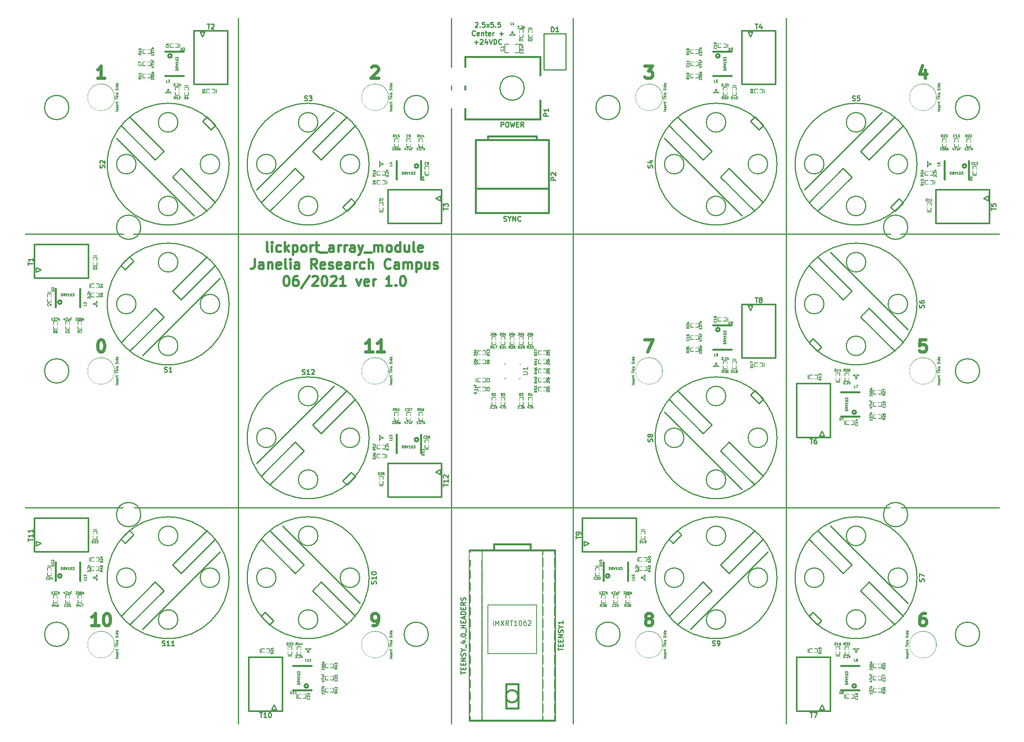
<source format=gto>
%TF.GenerationSoftware,KiCad,Pcbnew,5.1.10-88a1d61d58~88~ubuntu20.10.1*%
%TF.CreationDate,2021-06-17T10:47:31-04:00*%
%TF.ProjectId,lickport_array_module,6c69636b-706f-4727-945f-61727261795f,1.0*%
%TF.SameCoordinates,Original*%
%TF.FileFunction,Legend,Top*%
%TF.FilePolarity,Positive*%
%FSLAX46Y46*%
G04 Gerber Fmt 4.6, Leading zero omitted, Abs format (unit mm)*
G04 Created by KiCad (PCBNEW 5.1.10-88a1d61d58~88~ubuntu20.10.1) date 2021-06-17 10:47:31*
%MOMM*%
%LPD*%
G01*
G04 APERTURE LIST*
%ADD10C,0.254000*%
%ADD11C,0.279400*%
%ADD12C,0.635000*%
%ADD13C,0.508000*%
%ADD14C,0.400000*%
%ADD15C,0.177800*%
%ADD16C,0.381000*%
%ADD17C,0.300000*%
%ADD18C,0.228600*%
%ADD19C,0.127000*%
%ADD20C,0.120000*%
%ADD21C,0.158750*%
%ADD22C,0.150000*%
%ADD23R,5.000000X3.750000*%
%ADD24R,5.200000X5.000000*%
%ADD25C,1.900000*%
%ADD26C,4.500000*%
%ADD27C,3.810000*%
%ADD28O,2.540000X1.524000*%
%ADD29R,2.540000X1.524000*%
%ADD30C,3.000000*%
%ADD31C,1.750000*%
%ADD32R,1.750000X1.750000*%
%ADD33O,3.500000X2.500000*%
%ADD34R,3.500000X2.500000*%
%ADD35O,2.500000X3.500000*%
%ADD36R,2.500000X3.500000*%
%ADD37R,0.787400X1.600200*%
%ADD38R,0.600000X0.700000*%
%ADD39R,0.700000X0.600000*%
%ADD40R,3.800000X4.960000*%
%ADD41R,1.600000X1.440000*%
%ADD42C,1.000000*%
%ADD43R,1.193800X1.193800*%
%ADD44C,3.556000*%
%ADD45C,5.511800*%
%ADD46C,0.100000*%
%ADD47R,1.600000X1.600000*%
%ADD48R,0.599440X1.549400*%
%ADD49R,1.549400X0.599440*%
G04 APERTURE END LIST*
D10*
X137934095Y-57561238D02*
X138079238Y-57609619D01*
X138321142Y-57609619D01*
X138417904Y-57561238D01*
X138466285Y-57512857D01*
X138514666Y-57416095D01*
X138514666Y-57319333D01*
X138466285Y-57222571D01*
X138417904Y-57174190D01*
X138321142Y-57125809D01*
X138127619Y-57077428D01*
X138030857Y-57029047D01*
X137982476Y-56980666D01*
X137934095Y-56883904D01*
X137934095Y-56787142D01*
X137982476Y-56690380D01*
X138030857Y-56642000D01*
X138127619Y-56593619D01*
X138369523Y-56593619D01*
X138514666Y-56642000D01*
X139143619Y-57125809D02*
X139143619Y-57609619D01*
X138804952Y-56593619D02*
X139143619Y-57125809D01*
X139482285Y-56593619D01*
X139820952Y-57609619D02*
X139820952Y-56593619D01*
X140401523Y-57609619D01*
X140401523Y-56593619D01*
X141465904Y-57512857D02*
X141417523Y-57561238D01*
X141272380Y-57609619D01*
X141175619Y-57609619D01*
X141030476Y-57561238D01*
X140933714Y-57464476D01*
X140885333Y-57367714D01*
X140836952Y-57174190D01*
X140836952Y-57029047D01*
X140885333Y-56835523D01*
X140933714Y-56738761D01*
X141030476Y-56642000D01*
X141175619Y-56593619D01*
X141272380Y-56593619D01*
X141417523Y-56642000D01*
X141465904Y-56690380D01*
X137353523Y-37924619D02*
X137353523Y-36908619D01*
X137740571Y-36908619D01*
X137837333Y-36957000D01*
X137885714Y-37005380D01*
X137934095Y-37102142D01*
X137934095Y-37247285D01*
X137885714Y-37344047D01*
X137837333Y-37392428D01*
X137740571Y-37440809D01*
X137353523Y-37440809D01*
X138563047Y-36908619D02*
X138756571Y-36908619D01*
X138853333Y-36957000D01*
X138950095Y-37053761D01*
X138998476Y-37247285D01*
X138998476Y-37585952D01*
X138950095Y-37779476D01*
X138853333Y-37876238D01*
X138756571Y-37924619D01*
X138563047Y-37924619D01*
X138466285Y-37876238D01*
X138369523Y-37779476D01*
X138321142Y-37585952D01*
X138321142Y-37247285D01*
X138369523Y-37053761D01*
X138466285Y-36957000D01*
X138563047Y-36908619D01*
X139337142Y-36908619D02*
X139579047Y-37924619D01*
X139772571Y-37198904D01*
X139966095Y-37924619D01*
X140208000Y-36908619D01*
X140595047Y-37392428D02*
X140933714Y-37392428D01*
X141078857Y-37924619D02*
X140595047Y-37924619D01*
X140595047Y-36908619D01*
X141078857Y-36908619D01*
X142094857Y-37924619D02*
X141756190Y-37440809D01*
X141514285Y-37924619D02*
X141514285Y-36908619D01*
X141901333Y-36908619D01*
X141998095Y-36957000D01*
X142046476Y-37005380D01*
X142094857Y-37102142D01*
X142094857Y-37247285D01*
X142046476Y-37344047D01*
X141998095Y-37392428D01*
X141901333Y-37440809D01*
X141514285Y-37440809D01*
D11*
X38100000Y-60325000D02*
X241300000Y-60325000D01*
X152400000Y-15240000D02*
X152400000Y-162560000D01*
X127000000Y-15240000D02*
X127000000Y-162560000D01*
X38100000Y-117475000D02*
X241300000Y-117475000D01*
X196850000Y-15240000D02*
X196850000Y-162560000D01*
X82550000Y-15240000D02*
X82550000Y-162560000D01*
D12*
X110641190Y-84969047D02*
X109189761Y-84969047D01*
X109915476Y-84969047D02*
X109915476Y-82429047D01*
X109673571Y-82791904D01*
X109431666Y-83033809D01*
X109189761Y-83154761D01*
X113060238Y-84969047D02*
X111608809Y-84969047D01*
X112334523Y-84969047D02*
X112334523Y-82429047D01*
X112092619Y-82791904D01*
X111850714Y-83033809D01*
X111608809Y-83154761D01*
X53491190Y-142119047D02*
X52039761Y-142119047D01*
X52765476Y-142119047D02*
X52765476Y-139579047D01*
X52523571Y-139941904D01*
X52281666Y-140183809D01*
X52039761Y-140304761D01*
X55063571Y-139579047D02*
X55305476Y-139579047D01*
X55547380Y-139700000D01*
X55668333Y-139820952D01*
X55789285Y-140062857D01*
X55910238Y-140546666D01*
X55910238Y-141151428D01*
X55789285Y-141635238D01*
X55668333Y-141877142D01*
X55547380Y-141998095D01*
X55305476Y-142119047D01*
X55063571Y-142119047D01*
X54821666Y-141998095D01*
X54700714Y-141877142D01*
X54579761Y-141635238D01*
X54458809Y-141151428D01*
X54458809Y-140546666D01*
X54579761Y-140062857D01*
X54700714Y-139820952D01*
X54821666Y-139700000D01*
X55063571Y-139579047D01*
X110641190Y-142119047D02*
X111125000Y-142119047D01*
X111366904Y-141998095D01*
X111487857Y-141877142D01*
X111729761Y-141514285D01*
X111850714Y-141030476D01*
X111850714Y-140062857D01*
X111729761Y-139820952D01*
X111608809Y-139700000D01*
X111366904Y-139579047D01*
X110883095Y-139579047D01*
X110641190Y-139700000D01*
X110520238Y-139820952D01*
X110399285Y-140062857D01*
X110399285Y-140667619D01*
X110520238Y-140909523D01*
X110641190Y-141030476D01*
X110883095Y-141151428D01*
X111366904Y-141151428D01*
X111608809Y-141030476D01*
X111729761Y-140909523D01*
X111850714Y-140667619D01*
X168033095Y-140667619D02*
X167791190Y-140546666D01*
X167670238Y-140425714D01*
X167549285Y-140183809D01*
X167549285Y-140062857D01*
X167670238Y-139820952D01*
X167791190Y-139700000D01*
X168033095Y-139579047D01*
X168516904Y-139579047D01*
X168758809Y-139700000D01*
X168879761Y-139820952D01*
X169000714Y-140062857D01*
X169000714Y-140183809D01*
X168879761Y-140425714D01*
X168758809Y-140546666D01*
X168516904Y-140667619D01*
X168033095Y-140667619D01*
X167791190Y-140788571D01*
X167670238Y-140909523D01*
X167549285Y-141151428D01*
X167549285Y-141635238D01*
X167670238Y-141877142D01*
X167791190Y-141998095D01*
X168033095Y-142119047D01*
X168516904Y-142119047D01*
X168758809Y-141998095D01*
X168879761Y-141877142D01*
X169000714Y-141635238D01*
X169000714Y-141151428D01*
X168879761Y-140909523D01*
X168758809Y-140788571D01*
X168516904Y-140667619D01*
X167428333Y-82429047D02*
X169121666Y-82429047D01*
X168033095Y-84969047D01*
X226029761Y-82429047D02*
X224820238Y-82429047D01*
X224699285Y-83638571D01*
X224820238Y-83517619D01*
X225062142Y-83396666D01*
X225666904Y-83396666D01*
X225908809Y-83517619D01*
X226029761Y-83638571D01*
X226150714Y-83880476D01*
X226150714Y-84485238D01*
X226029761Y-84727142D01*
X225908809Y-84848095D01*
X225666904Y-84969047D01*
X225062142Y-84969047D01*
X224820238Y-84848095D01*
X224699285Y-84727142D01*
X225908809Y-139579047D02*
X225425000Y-139579047D01*
X225183095Y-139700000D01*
X225062142Y-139820952D01*
X224820238Y-140183809D01*
X224699285Y-140667619D01*
X224699285Y-141635238D01*
X224820238Y-141877142D01*
X224941190Y-141998095D01*
X225183095Y-142119047D01*
X225666904Y-142119047D01*
X225908809Y-141998095D01*
X226029761Y-141877142D01*
X226150714Y-141635238D01*
X226150714Y-141030476D01*
X226029761Y-140788571D01*
X225908809Y-140667619D01*
X225666904Y-140546666D01*
X225183095Y-140546666D01*
X224941190Y-140667619D01*
X224820238Y-140788571D01*
X224699285Y-141030476D01*
X225908809Y-26125714D02*
X225908809Y-27819047D01*
X225304047Y-25158095D02*
X224699285Y-26972380D01*
X226271666Y-26972380D01*
X167428333Y-25279047D02*
X169000714Y-25279047D01*
X168154047Y-26246666D01*
X168516904Y-26246666D01*
X168758809Y-26367619D01*
X168879761Y-26488571D01*
X169000714Y-26730476D01*
X169000714Y-27335238D01*
X168879761Y-27577142D01*
X168758809Y-27698095D01*
X168516904Y-27819047D01*
X167791190Y-27819047D01*
X167549285Y-27698095D01*
X167428333Y-27577142D01*
X110399285Y-25520952D02*
X110520238Y-25400000D01*
X110762142Y-25279047D01*
X111366904Y-25279047D01*
X111608809Y-25400000D01*
X111729761Y-25520952D01*
X111850714Y-25762857D01*
X111850714Y-26004761D01*
X111729761Y-26367619D01*
X110278333Y-27819047D01*
X111850714Y-27819047D01*
X54700714Y-27819047D02*
X53249285Y-27819047D01*
X53975000Y-27819047D02*
X53975000Y-25279047D01*
X53733095Y-25641904D01*
X53491190Y-25883809D01*
X53249285Y-26004761D01*
X53854047Y-82429047D02*
X54095952Y-82429047D01*
X54337857Y-82550000D01*
X54458809Y-82670952D01*
X54579761Y-82912857D01*
X54700714Y-83396666D01*
X54700714Y-84001428D01*
X54579761Y-84485238D01*
X54458809Y-84727142D01*
X54337857Y-84848095D01*
X54095952Y-84969047D01*
X53854047Y-84969047D01*
X53612142Y-84848095D01*
X53491190Y-84727142D01*
X53370238Y-84485238D01*
X53249285Y-84001428D01*
X53249285Y-83396666D01*
X53370238Y-82912857D01*
X53491190Y-82670952D01*
X53612142Y-82550000D01*
X53854047Y-82429047D01*
D13*
X88857666Y-64038238D02*
X88664142Y-63941476D01*
X88567380Y-63747952D01*
X88567380Y-62006238D01*
X89631761Y-64038238D02*
X89631761Y-62683571D01*
X89631761Y-62006238D02*
X89535000Y-62103000D01*
X89631761Y-62199761D01*
X89728523Y-62103000D01*
X89631761Y-62006238D01*
X89631761Y-62199761D01*
X91470238Y-63941476D02*
X91276714Y-64038238D01*
X90889666Y-64038238D01*
X90696142Y-63941476D01*
X90599380Y-63844714D01*
X90502619Y-63651190D01*
X90502619Y-63070619D01*
X90599380Y-62877095D01*
X90696142Y-62780333D01*
X90889666Y-62683571D01*
X91276714Y-62683571D01*
X91470238Y-62780333D01*
X92341095Y-64038238D02*
X92341095Y-62006238D01*
X92534619Y-63264142D02*
X93115190Y-64038238D01*
X93115190Y-62683571D02*
X92341095Y-63457666D01*
X93986047Y-62683571D02*
X93986047Y-64715571D01*
X93986047Y-62780333D02*
X94179571Y-62683571D01*
X94566619Y-62683571D01*
X94760142Y-62780333D01*
X94856904Y-62877095D01*
X94953666Y-63070619D01*
X94953666Y-63651190D01*
X94856904Y-63844714D01*
X94760142Y-63941476D01*
X94566619Y-64038238D01*
X94179571Y-64038238D01*
X93986047Y-63941476D01*
X96114809Y-64038238D02*
X95921285Y-63941476D01*
X95824523Y-63844714D01*
X95727761Y-63651190D01*
X95727761Y-63070619D01*
X95824523Y-62877095D01*
X95921285Y-62780333D01*
X96114809Y-62683571D01*
X96405095Y-62683571D01*
X96598619Y-62780333D01*
X96695380Y-62877095D01*
X96792142Y-63070619D01*
X96792142Y-63651190D01*
X96695380Y-63844714D01*
X96598619Y-63941476D01*
X96405095Y-64038238D01*
X96114809Y-64038238D01*
X97663000Y-64038238D02*
X97663000Y-62683571D01*
X97663000Y-63070619D02*
X97759761Y-62877095D01*
X97856523Y-62780333D01*
X98050047Y-62683571D01*
X98243571Y-62683571D01*
X98630619Y-62683571D02*
X99404714Y-62683571D01*
X98920904Y-62006238D02*
X98920904Y-63747952D01*
X99017666Y-63941476D01*
X99211190Y-64038238D01*
X99404714Y-64038238D01*
X99598238Y-64231761D02*
X101146428Y-64231761D01*
X102501095Y-64038238D02*
X102501095Y-62973857D01*
X102404333Y-62780333D01*
X102210809Y-62683571D01*
X101823761Y-62683571D01*
X101630238Y-62780333D01*
X102501095Y-63941476D02*
X102307571Y-64038238D01*
X101823761Y-64038238D01*
X101630238Y-63941476D01*
X101533476Y-63747952D01*
X101533476Y-63554428D01*
X101630238Y-63360904D01*
X101823761Y-63264142D01*
X102307571Y-63264142D01*
X102501095Y-63167380D01*
X103468714Y-64038238D02*
X103468714Y-62683571D01*
X103468714Y-63070619D02*
X103565476Y-62877095D01*
X103662238Y-62780333D01*
X103855761Y-62683571D01*
X104049285Y-62683571D01*
X104726619Y-64038238D02*
X104726619Y-62683571D01*
X104726619Y-63070619D02*
X104823380Y-62877095D01*
X104920142Y-62780333D01*
X105113666Y-62683571D01*
X105307190Y-62683571D01*
X106855380Y-64038238D02*
X106855380Y-62973857D01*
X106758619Y-62780333D01*
X106565095Y-62683571D01*
X106178047Y-62683571D01*
X105984523Y-62780333D01*
X106855380Y-63941476D02*
X106661857Y-64038238D01*
X106178047Y-64038238D01*
X105984523Y-63941476D01*
X105887761Y-63747952D01*
X105887761Y-63554428D01*
X105984523Y-63360904D01*
X106178047Y-63264142D01*
X106661857Y-63264142D01*
X106855380Y-63167380D01*
X107629476Y-62683571D02*
X108113285Y-64038238D01*
X108597095Y-62683571D02*
X108113285Y-64038238D01*
X107919761Y-64522047D01*
X107823000Y-64618809D01*
X107629476Y-64715571D01*
X108887380Y-64231761D02*
X110435571Y-64231761D01*
X110919380Y-64038238D02*
X110919380Y-62683571D01*
X110919380Y-62877095D02*
X111016142Y-62780333D01*
X111209666Y-62683571D01*
X111499952Y-62683571D01*
X111693476Y-62780333D01*
X111790238Y-62973857D01*
X111790238Y-64038238D01*
X111790238Y-62973857D02*
X111887000Y-62780333D01*
X112080523Y-62683571D01*
X112370809Y-62683571D01*
X112564333Y-62780333D01*
X112661095Y-62973857D01*
X112661095Y-64038238D01*
X113919000Y-64038238D02*
X113725476Y-63941476D01*
X113628714Y-63844714D01*
X113531952Y-63651190D01*
X113531952Y-63070619D01*
X113628714Y-62877095D01*
X113725476Y-62780333D01*
X113919000Y-62683571D01*
X114209285Y-62683571D01*
X114402809Y-62780333D01*
X114499571Y-62877095D01*
X114596333Y-63070619D01*
X114596333Y-63651190D01*
X114499571Y-63844714D01*
X114402809Y-63941476D01*
X114209285Y-64038238D01*
X113919000Y-64038238D01*
X116338047Y-64038238D02*
X116338047Y-62006238D01*
X116338047Y-63941476D02*
X116144523Y-64038238D01*
X115757476Y-64038238D01*
X115563952Y-63941476D01*
X115467190Y-63844714D01*
X115370428Y-63651190D01*
X115370428Y-63070619D01*
X115467190Y-62877095D01*
X115563952Y-62780333D01*
X115757476Y-62683571D01*
X116144523Y-62683571D01*
X116338047Y-62780333D01*
X118176523Y-62683571D02*
X118176523Y-64038238D01*
X117305666Y-62683571D02*
X117305666Y-63747952D01*
X117402428Y-63941476D01*
X117595952Y-64038238D01*
X117886238Y-64038238D01*
X118079761Y-63941476D01*
X118176523Y-63844714D01*
X119434428Y-64038238D02*
X119240904Y-63941476D01*
X119144142Y-63747952D01*
X119144142Y-62006238D01*
X120982619Y-63941476D02*
X120789095Y-64038238D01*
X120402047Y-64038238D01*
X120208523Y-63941476D01*
X120111761Y-63747952D01*
X120111761Y-62973857D01*
X120208523Y-62780333D01*
X120402047Y-62683571D01*
X120789095Y-62683571D01*
X120982619Y-62780333D01*
X121079380Y-62973857D01*
X121079380Y-63167380D01*
X120111761Y-63360904D01*
X86003190Y-65562238D02*
X86003190Y-67013666D01*
X85906428Y-67303952D01*
X85712904Y-67497476D01*
X85422619Y-67594238D01*
X85229095Y-67594238D01*
X87841666Y-67594238D02*
X87841666Y-66529857D01*
X87744904Y-66336333D01*
X87551380Y-66239571D01*
X87164333Y-66239571D01*
X86970809Y-66336333D01*
X87841666Y-67497476D02*
X87648142Y-67594238D01*
X87164333Y-67594238D01*
X86970809Y-67497476D01*
X86874047Y-67303952D01*
X86874047Y-67110428D01*
X86970809Y-66916904D01*
X87164333Y-66820142D01*
X87648142Y-66820142D01*
X87841666Y-66723380D01*
X88809285Y-66239571D02*
X88809285Y-67594238D01*
X88809285Y-66433095D02*
X88906047Y-66336333D01*
X89099571Y-66239571D01*
X89389857Y-66239571D01*
X89583380Y-66336333D01*
X89680142Y-66529857D01*
X89680142Y-67594238D01*
X91421857Y-67497476D02*
X91228333Y-67594238D01*
X90841285Y-67594238D01*
X90647761Y-67497476D01*
X90551000Y-67303952D01*
X90551000Y-66529857D01*
X90647761Y-66336333D01*
X90841285Y-66239571D01*
X91228333Y-66239571D01*
X91421857Y-66336333D01*
X91518619Y-66529857D01*
X91518619Y-66723380D01*
X90551000Y-66916904D01*
X92679761Y-67594238D02*
X92486238Y-67497476D01*
X92389476Y-67303952D01*
X92389476Y-65562238D01*
X93453857Y-67594238D02*
X93453857Y-66239571D01*
X93453857Y-65562238D02*
X93357095Y-65659000D01*
X93453857Y-65755761D01*
X93550619Y-65659000D01*
X93453857Y-65562238D01*
X93453857Y-65755761D01*
X95292333Y-67594238D02*
X95292333Y-66529857D01*
X95195571Y-66336333D01*
X95002047Y-66239571D01*
X94615000Y-66239571D01*
X94421476Y-66336333D01*
X95292333Y-67497476D02*
X95098809Y-67594238D01*
X94615000Y-67594238D01*
X94421476Y-67497476D01*
X94324714Y-67303952D01*
X94324714Y-67110428D01*
X94421476Y-66916904D01*
X94615000Y-66820142D01*
X95098809Y-66820142D01*
X95292333Y-66723380D01*
X98969285Y-67594238D02*
X98291952Y-66626619D01*
X97808142Y-67594238D02*
X97808142Y-65562238D01*
X98582238Y-65562238D01*
X98775761Y-65659000D01*
X98872523Y-65755761D01*
X98969285Y-65949285D01*
X98969285Y-66239571D01*
X98872523Y-66433095D01*
X98775761Y-66529857D01*
X98582238Y-66626619D01*
X97808142Y-66626619D01*
X100614238Y-67497476D02*
X100420714Y-67594238D01*
X100033666Y-67594238D01*
X99840142Y-67497476D01*
X99743380Y-67303952D01*
X99743380Y-66529857D01*
X99840142Y-66336333D01*
X100033666Y-66239571D01*
X100420714Y-66239571D01*
X100614238Y-66336333D01*
X100711000Y-66529857D01*
X100711000Y-66723380D01*
X99743380Y-66916904D01*
X101485095Y-67497476D02*
X101678619Y-67594238D01*
X102065666Y-67594238D01*
X102259190Y-67497476D01*
X102355952Y-67303952D01*
X102355952Y-67207190D01*
X102259190Y-67013666D01*
X102065666Y-66916904D01*
X101775380Y-66916904D01*
X101581857Y-66820142D01*
X101485095Y-66626619D01*
X101485095Y-66529857D01*
X101581857Y-66336333D01*
X101775380Y-66239571D01*
X102065666Y-66239571D01*
X102259190Y-66336333D01*
X104000904Y-67497476D02*
X103807380Y-67594238D01*
X103420333Y-67594238D01*
X103226809Y-67497476D01*
X103130047Y-67303952D01*
X103130047Y-66529857D01*
X103226809Y-66336333D01*
X103420333Y-66239571D01*
X103807380Y-66239571D01*
X104000904Y-66336333D01*
X104097666Y-66529857D01*
X104097666Y-66723380D01*
X103130047Y-66916904D01*
X105839380Y-67594238D02*
X105839380Y-66529857D01*
X105742619Y-66336333D01*
X105549095Y-66239571D01*
X105162047Y-66239571D01*
X104968523Y-66336333D01*
X105839380Y-67497476D02*
X105645857Y-67594238D01*
X105162047Y-67594238D01*
X104968523Y-67497476D01*
X104871761Y-67303952D01*
X104871761Y-67110428D01*
X104968523Y-66916904D01*
X105162047Y-66820142D01*
X105645857Y-66820142D01*
X105839380Y-66723380D01*
X106807000Y-67594238D02*
X106807000Y-66239571D01*
X106807000Y-66626619D02*
X106903761Y-66433095D01*
X107000523Y-66336333D01*
X107194047Y-66239571D01*
X107387571Y-66239571D01*
X108935761Y-67497476D02*
X108742238Y-67594238D01*
X108355190Y-67594238D01*
X108161666Y-67497476D01*
X108064904Y-67400714D01*
X107968142Y-67207190D01*
X107968142Y-66626619D01*
X108064904Y-66433095D01*
X108161666Y-66336333D01*
X108355190Y-66239571D01*
X108742238Y-66239571D01*
X108935761Y-66336333D01*
X109806619Y-67594238D02*
X109806619Y-65562238D01*
X110677476Y-67594238D02*
X110677476Y-66529857D01*
X110580714Y-66336333D01*
X110387190Y-66239571D01*
X110096904Y-66239571D01*
X109903380Y-66336333D01*
X109806619Y-66433095D01*
X114354428Y-67400714D02*
X114257666Y-67497476D01*
X113967380Y-67594238D01*
X113773857Y-67594238D01*
X113483571Y-67497476D01*
X113290047Y-67303952D01*
X113193285Y-67110428D01*
X113096523Y-66723380D01*
X113096523Y-66433095D01*
X113193285Y-66046047D01*
X113290047Y-65852523D01*
X113483571Y-65659000D01*
X113773857Y-65562238D01*
X113967380Y-65562238D01*
X114257666Y-65659000D01*
X114354428Y-65755761D01*
X116096142Y-67594238D02*
X116096142Y-66529857D01*
X115999380Y-66336333D01*
X115805857Y-66239571D01*
X115418809Y-66239571D01*
X115225285Y-66336333D01*
X116096142Y-67497476D02*
X115902619Y-67594238D01*
X115418809Y-67594238D01*
X115225285Y-67497476D01*
X115128523Y-67303952D01*
X115128523Y-67110428D01*
X115225285Y-66916904D01*
X115418809Y-66820142D01*
X115902619Y-66820142D01*
X116096142Y-66723380D01*
X117063761Y-67594238D02*
X117063761Y-66239571D01*
X117063761Y-66433095D02*
X117160523Y-66336333D01*
X117354047Y-66239571D01*
X117644333Y-66239571D01*
X117837857Y-66336333D01*
X117934619Y-66529857D01*
X117934619Y-67594238D01*
X117934619Y-66529857D02*
X118031380Y-66336333D01*
X118224904Y-66239571D01*
X118515190Y-66239571D01*
X118708714Y-66336333D01*
X118805476Y-66529857D01*
X118805476Y-67594238D01*
X119773095Y-66239571D02*
X119773095Y-68271571D01*
X119773095Y-66336333D02*
X119966619Y-66239571D01*
X120353666Y-66239571D01*
X120547190Y-66336333D01*
X120643952Y-66433095D01*
X120740714Y-66626619D01*
X120740714Y-67207190D01*
X120643952Y-67400714D01*
X120547190Y-67497476D01*
X120353666Y-67594238D01*
X119966619Y-67594238D01*
X119773095Y-67497476D01*
X122482428Y-66239571D02*
X122482428Y-67594238D01*
X121611571Y-66239571D02*
X121611571Y-67303952D01*
X121708333Y-67497476D01*
X121901857Y-67594238D01*
X122192142Y-67594238D01*
X122385666Y-67497476D01*
X122482428Y-67400714D01*
X123353285Y-67497476D02*
X123546809Y-67594238D01*
X123933857Y-67594238D01*
X124127380Y-67497476D01*
X124224142Y-67303952D01*
X124224142Y-67207190D01*
X124127380Y-67013666D01*
X123933857Y-66916904D01*
X123643571Y-66916904D01*
X123450047Y-66820142D01*
X123353285Y-66626619D01*
X123353285Y-66529857D01*
X123450047Y-66336333D01*
X123643571Y-66239571D01*
X123933857Y-66239571D01*
X124127380Y-66336333D01*
X92534619Y-69118238D02*
X92728142Y-69118238D01*
X92921666Y-69215000D01*
X93018428Y-69311761D01*
X93115190Y-69505285D01*
X93211952Y-69892333D01*
X93211952Y-70376142D01*
X93115190Y-70763190D01*
X93018428Y-70956714D01*
X92921666Y-71053476D01*
X92728142Y-71150238D01*
X92534619Y-71150238D01*
X92341095Y-71053476D01*
X92244333Y-70956714D01*
X92147571Y-70763190D01*
X92050809Y-70376142D01*
X92050809Y-69892333D01*
X92147571Y-69505285D01*
X92244333Y-69311761D01*
X92341095Y-69215000D01*
X92534619Y-69118238D01*
X94953666Y-69118238D02*
X94566619Y-69118238D01*
X94373095Y-69215000D01*
X94276333Y-69311761D01*
X94082809Y-69602047D01*
X93986047Y-69989095D01*
X93986047Y-70763190D01*
X94082809Y-70956714D01*
X94179571Y-71053476D01*
X94373095Y-71150238D01*
X94760142Y-71150238D01*
X94953666Y-71053476D01*
X95050428Y-70956714D01*
X95147190Y-70763190D01*
X95147190Y-70279380D01*
X95050428Y-70085857D01*
X94953666Y-69989095D01*
X94760142Y-69892333D01*
X94373095Y-69892333D01*
X94179571Y-69989095D01*
X94082809Y-70085857D01*
X93986047Y-70279380D01*
X97469476Y-69021476D02*
X95727761Y-71634047D01*
X98050047Y-69311761D02*
X98146809Y-69215000D01*
X98340333Y-69118238D01*
X98824142Y-69118238D01*
X99017666Y-69215000D01*
X99114428Y-69311761D01*
X99211190Y-69505285D01*
X99211190Y-69698809D01*
X99114428Y-69989095D01*
X97953285Y-71150238D01*
X99211190Y-71150238D01*
X100469095Y-69118238D02*
X100662619Y-69118238D01*
X100856142Y-69215000D01*
X100952904Y-69311761D01*
X101049666Y-69505285D01*
X101146428Y-69892333D01*
X101146428Y-70376142D01*
X101049666Y-70763190D01*
X100952904Y-70956714D01*
X100856142Y-71053476D01*
X100662619Y-71150238D01*
X100469095Y-71150238D01*
X100275571Y-71053476D01*
X100178809Y-70956714D01*
X100082047Y-70763190D01*
X99985285Y-70376142D01*
X99985285Y-69892333D01*
X100082047Y-69505285D01*
X100178809Y-69311761D01*
X100275571Y-69215000D01*
X100469095Y-69118238D01*
X101920523Y-69311761D02*
X102017285Y-69215000D01*
X102210809Y-69118238D01*
X102694619Y-69118238D01*
X102888142Y-69215000D01*
X102984904Y-69311761D01*
X103081666Y-69505285D01*
X103081666Y-69698809D01*
X102984904Y-69989095D01*
X101823761Y-71150238D01*
X103081666Y-71150238D01*
X105016904Y-71150238D02*
X103855761Y-71150238D01*
X104436333Y-71150238D02*
X104436333Y-69118238D01*
X104242809Y-69408523D01*
X104049285Y-69602047D01*
X103855761Y-69698809D01*
X107242428Y-69795571D02*
X107726238Y-71150238D01*
X108210047Y-69795571D01*
X109758238Y-71053476D02*
X109564714Y-71150238D01*
X109177666Y-71150238D01*
X108984142Y-71053476D01*
X108887380Y-70859952D01*
X108887380Y-70085857D01*
X108984142Y-69892333D01*
X109177666Y-69795571D01*
X109564714Y-69795571D01*
X109758238Y-69892333D01*
X109855000Y-70085857D01*
X109855000Y-70279380D01*
X108887380Y-70472904D01*
X110725857Y-71150238D02*
X110725857Y-69795571D01*
X110725857Y-70182619D02*
X110822619Y-69989095D01*
X110919380Y-69892333D01*
X111112904Y-69795571D01*
X111306428Y-69795571D01*
X114596333Y-71150238D02*
X113435190Y-71150238D01*
X114015761Y-71150238D02*
X114015761Y-69118238D01*
X113822238Y-69408523D01*
X113628714Y-69602047D01*
X113435190Y-69698809D01*
X115467190Y-70956714D02*
X115563952Y-71053476D01*
X115467190Y-71150238D01*
X115370428Y-71053476D01*
X115467190Y-70956714D01*
X115467190Y-71150238D01*
X116821857Y-69118238D02*
X117015380Y-69118238D01*
X117208904Y-69215000D01*
X117305666Y-69311761D01*
X117402428Y-69505285D01*
X117499190Y-69892333D01*
X117499190Y-70376142D01*
X117402428Y-70763190D01*
X117305666Y-70956714D01*
X117208904Y-71053476D01*
X117015380Y-71150238D01*
X116821857Y-71150238D01*
X116628333Y-71053476D01*
X116531571Y-70956714D01*
X116434809Y-70763190D01*
X116338047Y-70376142D01*
X116338047Y-69892333D01*
X116434809Y-69505285D01*
X116531571Y-69311761D01*
X116628333Y-69215000D01*
X116821857Y-69118238D01*
D10*
X131983238Y-16177380D02*
X132031619Y-16129000D01*
X132128380Y-16080619D01*
X132370285Y-16080619D01*
X132467047Y-16129000D01*
X132515428Y-16177380D01*
X132563809Y-16274142D01*
X132563809Y-16370904D01*
X132515428Y-16516047D01*
X131934857Y-17096619D01*
X132563809Y-17096619D01*
X132999238Y-16999857D02*
X133047619Y-17048238D01*
X132999238Y-17096619D01*
X132950857Y-17048238D01*
X132999238Y-16999857D01*
X132999238Y-17096619D01*
X133966857Y-16080619D02*
X133483047Y-16080619D01*
X133434666Y-16564428D01*
X133483047Y-16516047D01*
X133579809Y-16467666D01*
X133821714Y-16467666D01*
X133918476Y-16516047D01*
X133966857Y-16564428D01*
X134015238Y-16661190D01*
X134015238Y-16903095D01*
X133966857Y-16999857D01*
X133918476Y-17048238D01*
X133821714Y-17096619D01*
X133579809Y-17096619D01*
X133483047Y-17048238D01*
X133434666Y-16999857D01*
X134353904Y-17096619D02*
X134886095Y-16419285D01*
X134353904Y-16419285D02*
X134886095Y-17096619D01*
X135756952Y-16080619D02*
X135273142Y-16080619D01*
X135224761Y-16564428D01*
X135273142Y-16516047D01*
X135369904Y-16467666D01*
X135611809Y-16467666D01*
X135708571Y-16516047D01*
X135756952Y-16564428D01*
X135805333Y-16661190D01*
X135805333Y-16903095D01*
X135756952Y-16999857D01*
X135708571Y-17048238D01*
X135611809Y-17096619D01*
X135369904Y-17096619D01*
X135273142Y-17048238D01*
X135224761Y-16999857D01*
X136240761Y-16999857D02*
X136289142Y-17048238D01*
X136240761Y-17096619D01*
X136192380Y-17048238D01*
X136240761Y-16999857D01*
X136240761Y-17096619D01*
X137208380Y-16080619D02*
X136724571Y-16080619D01*
X136676190Y-16564428D01*
X136724571Y-16516047D01*
X136821333Y-16467666D01*
X137063238Y-16467666D01*
X137160000Y-16516047D01*
X137208380Y-16564428D01*
X137256761Y-16661190D01*
X137256761Y-16903095D01*
X137208380Y-16999857D01*
X137160000Y-17048238D01*
X137063238Y-17096619D01*
X136821333Y-17096619D01*
X136724571Y-17048238D01*
X136676190Y-16999857D01*
X131983238Y-18777857D02*
X131934857Y-18826238D01*
X131789714Y-18874619D01*
X131692952Y-18874619D01*
X131547809Y-18826238D01*
X131451047Y-18729476D01*
X131402666Y-18632714D01*
X131354285Y-18439190D01*
X131354285Y-18294047D01*
X131402666Y-18100523D01*
X131451047Y-18003761D01*
X131547809Y-17907000D01*
X131692952Y-17858619D01*
X131789714Y-17858619D01*
X131934857Y-17907000D01*
X131983238Y-17955380D01*
X132805714Y-18826238D02*
X132708952Y-18874619D01*
X132515428Y-18874619D01*
X132418666Y-18826238D01*
X132370285Y-18729476D01*
X132370285Y-18342428D01*
X132418666Y-18245666D01*
X132515428Y-18197285D01*
X132708952Y-18197285D01*
X132805714Y-18245666D01*
X132854095Y-18342428D01*
X132854095Y-18439190D01*
X132370285Y-18535952D01*
X133289523Y-18197285D02*
X133289523Y-18874619D01*
X133289523Y-18294047D02*
X133337904Y-18245666D01*
X133434666Y-18197285D01*
X133579809Y-18197285D01*
X133676571Y-18245666D01*
X133724952Y-18342428D01*
X133724952Y-18874619D01*
X134063619Y-18197285D02*
X134450666Y-18197285D01*
X134208761Y-17858619D02*
X134208761Y-18729476D01*
X134257142Y-18826238D01*
X134353904Y-18874619D01*
X134450666Y-18874619D01*
X135176380Y-18826238D02*
X135079619Y-18874619D01*
X134886095Y-18874619D01*
X134789333Y-18826238D01*
X134740952Y-18729476D01*
X134740952Y-18342428D01*
X134789333Y-18245666D01*
X134886095Y-18197285D01*
X135079619Y-18197285D01*
X135176380Y-18245666D01*
X135224761Y-18342428D01*
X135224761Y-18439190D01*
X134740952Y-18535952D01*
X135660190Y-18874619D02*
X135660190Y-18197285D01*
X135660190Y-18390809D02*
X135708571Y-18294047D01*
X135756952Y-18245666D01*
X135853714Y-18197285D01*
X135950476Y-18197285D01*
X137063238Y-18487571D02*
X137837333Y-18487571D01*
X137450285Y-18874619D02*
X137450285Y-18100523D01*
X131813904Y-20265571D02*
X132588000Y-20265571D01*
X132200952Y-20652619D02*
X132200952Y-19878523D01*
X133023428Y-19733380D02*
X133071809Y-19685000D01*
X133168571Y-19636619D01*
X133410476Y-19636619D01*
X133507238Y-19685000D01*
X133555619Y-19733380D01*
X133604000Y-19830142D01*
X133604000Y-19926904D01*
X133555619Y-20072047D01*
X132975047Y-20652619D01*
X133604000Y-20652619D01*
X134474857Y-19975285D02*
X134474857Y-20652619D01*
X134232952Y-19588238D02*
X133991047Y-20313952D01*
X134620000Y-20313952D01*
X134861904Y-19636619D02*
X135200571Y-20652619D01*
X135539238Y-19636619D01*
X135877904Y-20652619D02*
X135877904Y-19636619D01*
X136119809Y-19636619D01*
X136264952Y-19685000D01*
X136361714Y-19781761D01*
X136410095Y-19878523D01*
X136458476Y-20072047D01*
X136458476Y-20217190D01*
X136410095Y-20410714D01*
X136361714Y-20507476D01*
X136264952Y-20604238D01*
X136119809Y-20652619D01*
X135877904Y-20652619D01*
X137474476Y-20555857D02*
X137426095Y-20604238D01*
X137280952Y-20652619D01*
X137184190Y-20652619D01*
X137039047Y-20604238D01*
X136942285Y-20507476D01*
X136893904Y-20410714D01*
X136845523Y-20217190D01*
X136845523Y-20072047D01*
X136893904Y-19878523D01*
X136942285Y-19781761D01*
X137039047Y-19685000D01*
X137184190Y-19636619D01*
X137280952Y-19636619D01*
X137426095Y-19685000D01*
X137474476Y-19733380D01*
D11*
%TO.C,P1*%
X142240000Y-29845000D02*
G75*
G03*
X142240000Y-29845000I-2540000J0D01*
G01*
D14*
X129900000Y-23345000D02*
X129900000Y-36345000D01*
X145600000Y-23345000D02*
X145600000Y-36345000D01*
X145600000Y-23345000D02*
X129900000Y-23345000D01*
X145600000Y-36345000D02*
X129900000Y-36345000D01*
D11*
%TO.C,S1*%
X69977000Y-66201290D02*
G75*
G03*
X69977000Y-66201290I-2032000J0D01*
G01*
X61248290Y-74930000D02*
G75*
G03*
X61248290Y-74930000I-2032000J0D01*
G01*
X69977000Y-83658710D02*
G75*
G03*
X69977000Y-83658710I-2032000J0D01*
G01*
X78705710Y-74930000D02*
G75*
G03*
X78705710Y-74930000I-2032000J0D01*
G01*
X78721307Y-69541846D02*
X62556846Y-85706307D01*
X80645000Y-74930000D02*
G75*
G03*
X80645000Y-74930000I-12700000J0D01*
G01*
X58066718Y-66847769D02*
X58964744Y-67745795D01*
X58964744Y-67745795D02*
X60760795Y-65949744D01*
X60760795Y-65949744D02*
X59862769Y-65051718D01*
X58066718Y-66847769D02*
X59862769Y-65051718D01*
X59862769Y-84808282D02*
X67046974Y-77624077D01*
X67046974Y-77624077D02*
X65250923Y-75828026D01*
X65250923Y-75828026D02*
X58066718Y-83012231D01*
X77823282Y-66847769D02*
X70639077Y-74031974D01*
X70639077Y-74031974D02*
X68843026Y-72235923D01*
X68843026Y-72235923D02*
X76027231Y-65051718D01*
%TO.C,S2*%
X78705710Y-45720000D02*
G75*
G03*
X78705710Y-45720000I-2032000J0D01*
G01*
X69977000Y-36991290D02*
G75*
G03*
X69977000Y-36991290I-2032000J0D01*
G01*
X61248290Y-45720000D02*
G75*
G03*
X61248290Y-45720000I-2032000J0D01*
G01*
X69977000Y-54448710D02*
G75*
G03*
X69977000Y-54448710I-2032000J0D01*
G01*
X73333154Y-56496307D02*
X57168693Y-40331846D01*
X80645000Y-45720000D02*
G75*
G03*
X80645000Y-45720000I-12700000J0D01*
G01*
X76027231Y-35841718D02*
X75129205Y-36739744D01*
X75129205Y-36739744D02*
X76925256Y-38535795D01*
X76925256Y-38535795D02*
X77823282Y-37637769D01*
X76027231Y-35841718D02*
X77823282Y-37637769D01*
X58066718Y-37637769D02*
X65250923Y-44821974D01*
X65250923Y-44821974D02*
X67046974Y-43025923D01*
X67046974Y-43025923D02*
X59862769Y-35841718D01*
X76027231Y-55598282D02*
X68843026Y-48414077D01*
X68843026Y-48414077D02*
X70639077Y-46618026D01*
X70639077Y-46618026D02*
X77823282Y-53802231D01*
%TO.C,S3*%
X99187000Y-54448710D02*
G75*
G03*
X99187000Y-54448710I-2032000J0D01*
G01*
X107915710Y-45720000D02*
G75*
G03*
X107915710Y-45720000I-2032000J0D01*
G01*
X99187000Y-36991290D02*
G75*
G03*
X99187000Y-36991290I-2032000J0D01*
G01*
X90458290Y-45720000D02*
G75*
G03*
X90458290Y-45720000I-2032000J0D01*
G01*
X86378693Y-51108154D02*
X102543154Y-34943693D01*
X109855000Y-45720000D02*
G75*
G03*
X109855000Y-45720000I-12700000J0D01*
G01*
X107033282Y-53802231D02*
X106135256Y-52904205D01*
X106135256Y-52904205D02*
X104339205Y-54700256D01*
X104339205Y-54700256D02*
X105237231Y-55598282D01*
X107033282Y-53802231D02*
X105237231Y-55598282D01*
X105237231Y-35841718D02*
X98053026Y-43025923D01*
X98053026Y-43025923D02*
X99849077Y-44821974D01*
X99849077Y-44821974D02*
X107033282Y-37637769D01*
X87276718Y-53802231D02*
X94460923Y-46618026D01*
X94460923Y-46618026D02*
X96256974Y-48414077D01*
X96256974Y-48414077D02*
X89072769Y-55598282D01*
%TO.C,S4*%
X193005710Y-45720000D02*
G75*
G03*
X193005710Y-45720000I-2032000J0D01*
G01*
X184277000Y-36991290D02*
G75*
G03*
X184277000Y-36991290I-2032000J0D01*
G01*
X175548290Y-45720000D02*
G75*
G03*
X175548290Y-45720000I-2032000J0D01*
G01*
X184277000Y-54448710D02*
G75*
G03*
X184277000Y-54448710I-2032000J0D01*
G01*
X187633154Y-56496307D02*
X171468693Y-40331846D01*
X194945000Y-45720000D02*
G75*
G03*
X194945000Y-45720000I-12700000J0D01*
G01*
X190327231Y-35841718D02*
X189429205Y-36739744D01*
X189429205Y-36739744D02*
X191225256Y-38535795D01*
X191225256Y-38535795D02*
X192123282Y-37637769D01*
X190327231Y-35841718D02*
X192123282Y-37637769D01*
X172366718Y-37637769D02*
X179550923Y-44821974D01*
X179550923Y-44821974D02*
X181346974Y-43025923D01*
X181346974Y-43025923D02*
X174162769Y-35841718D01*
X190327231Y-55598282D02*
X183143026Y-48414077D01*
X183143026Y-48414077D02*
X184939077Y-46618026D01*
X184939077Y-46618026D02*
X192123282Y-53802231D01*
%TO.C,S5*%
X213487000Y-54448710D02*
G75*
G03*
X213487000Y-54448710I-2032000J0D01*
G01*
X222215710Y-45720000D02*
G75*
G03*
X222215710Y-45720000I-2032000J0D01*
G01*
X213487000Y-36991290D02*
G75*
G03*
X213487000Y-36991290I-2032000J0D01*
G01*
X204758290Y-45720000D02*
G75*
G03*
X204758290Y-45720000I-2032000J0D01*
G01*
X200678693Y-51108154D02*
X216843154Y-34943693D01*
X224155000Y-45720000D02*
G75*
G03*
X224155000Y-45720000I-12700000J0D01*
G01*
X221333282Y-53802231D02*
X220435256Y-52904205D01*
X220435256Y-52904205D02*
X218639205Y-54700256D01*
X218639205Y-54700256D02*
X219537231Y-55598282D01*
X221333282Y-53802231D02*
X219537231Y-55598282D01*
X219537231Y-35841718D02*
X212353026Y-43025923D01*
X212353026Y-43025923D02*
X214149077Y-44821974D01*
X214149077Y-44821974D02*
X221333282Y-37637769D01*
X201576718Y-53802231D02*
X208760923Y-46618026D01*
X208760923Y-46618026D02*
X210556974Y-48414077D01*
X210556974Y-48414077D02*
X203372769Y-55598282D01*
%TO.C,S6*%
X204758290Y-74930000D02*
G75*
G03*
X204758290Y-74930000I-2032000J0D01*
G01*
X213487000Y-83658710D02*
G75*
G03*
X213487000Y-83658710I-2032000J0D01*
G01*
X222215710Y-74930000D02*
G75*
G03*
X222215710Y-74930000I-2032000J0D01*
G01*
X213487000Y-66201290D02*
G75*
G03*
X213487000Y-66201290I-2032000J0D01*
G01*
X206066846Y-64153693D02*
X222231307Y-80318154D01*
X224155000Y-74930000D02*
G75*
G03*
X224155000Y-74930000I-12700000J0D01*
G01*
X203372769Y-84808282D02*
X204270795Y-83910256D01*
X204270795Y-83910256D02*
X202474744Y-82114205D01*
X202474744Y-82114205D02*
X201576718Y-83012231D01*
X203372769Y-84808282D02*
X201576718Y-83012231D01*
X221333282Y-83012231D02*
X214149077Y-75828026D01*
X214149077Y-75828026D02*
X212353026Y-77624077D01*
X212353026Y-77624077D02*
X219537231Y-84808282D01*
X203372769Y-65051718D02*
X210556974Y-72235923D01*
X210556974Y-72235923D02*
X208760923Y-74031974D01*
X208760923Y-74031974D02*
X201576718Y-66847769D01*
%TO.C,S7*%
X204758290Y-132080000D02*
G75*
G03*
X204758290Y-132080000I-2032000J0D01*
G01*
X213487000Y-140808710D02*
G75*
G03*
X213487000Y-140808710I-2032000J0D01*
G01*
X222215710Y-132080000D02*
G75*
G03*
X222215710Y-132080000I-2032000J0D01*
G01*
X213487000Y-123351290D02*
G75*
G03*
X213487000Y-123351290I-2032000J0D01*
G01*
X206066846Y-121303693D02*
X222231307Y-137468154D01*
X224155000Y-132080000D02*
G75*
G03*
X224155000Y-132080000I-12700000J0D01*
G01*
X203372769Y-141958282D02*
X204270795Y-141060256D01*
X204270795Y-141060256D02*
X202474744Y-139264205D01*
X202474744Y-139264205D02*
X201576718Y-140162231D01*
X203372769Y-141958282D02*
X201576718Y-140162231D01*
X221333282Y-140162231D02*
X214149077Y-132978026D01*
X214149077Y-132978026D02*
X212353026Y-134774077D01*
X212353026Y-134774077D02*
X219537231Y-141958282D01*
X203372769Y-122201718D02*
X210556974Y-129385923D01*
X210556974Y-129385923D02*
X208760923Y-131181974D01*
X208760923Y-131181974D02*
X201576718Y-123997769D01*
%TO.C,S8*%
X193005710Y-102870000D02*
G75*
G03*
X193005710Y-102870000I-2032000J0D01*
G01*
X184277000Y-94141290D02*
G75*
G03*
X184277000Y-94141290I-2032000J0D01*
G01*
X175548290Y-102870000D02*
G75*
G03*
X175548290Y-102870000I-2032000J0D01*
G01*
X184277000Y-111598710D02*
G75*
G03*
X184277000Y-111598710I-2032000J0D01*
G01*
X187633154Y-113646307D02*
X171468693Y-97481846D01*
X194945000Y-102870000D02*
G75*
G03*
X194945000Y-102870000I-12700000J0D01*
G01*
X190327231Y-92991718D02*
X189429205Y-93889744D01*
X189429205Y-93889744D02*
X191225256Y-95685795D01*
X191225256Y-95685795D02*
X192123282Y-94787769D01*
X190327231Y-92991718D02*
X192123282Y-94787769D01*
X172366718Y-94787769D02*
X179550923Y-101971974D01*
X179550923Y-101971974D02*
X181346974Y-100175923D01*
X181346974Y-100175923D02*
X174162769Y-92991718D01*
X190327231Y-112748282D02*
X183143026Y-105564077D01*
X183143026Y-105564077D02*
X184939077Y-103768026D01*
X184939077Y-103768026D02*
X192123282Y-110952231D01*
%TO.C,S9*%
X184277000Y-123351290D02*
G75*
G03*
X184277000Y-123351290I-2032000J0D01*
G01*
X175548290Y-132080000D02*
G75*
G03*
X175548290Y-132080000I-2032000J0D01*
G01*
X184277000Y-140808710D02*
G75*
G03*
X184277000Y-140808710I-2032000J0D01*
G01*
X193005710Y-132080000D02*
G75*
G03*
X193005710Y-132080000I-2032000J0D01*
G01*
X193021307Y-126691846D02*
X176856846Y-142856307D01*
X194945000Y-132080000D02*
G75*
G03*
X194945000Y-132080000I-12700000J0D01*
G01*
X172366718Y-123997769D02*
X173264744Y-124895795D01*
X173264744Y-124895795D02*
X175060795Y-123099744D01*
X175060795Y-123099744D02*
X174162769Y-122201718D01*
X172366718Y-123997769D02*
X174162769Y-122201718D01*
X174162769Y-141958282D02*
X181346974Y-134774077D01*
X181346974Y-134774077D02*
X179550923Y-132978026D01*
X179550923Y-132978026D02*
X172366718Y-140162231D01*
X192123282Y-123997769D02*
X184939077Y-131181974D01*
X184939077Y-131181974D02*
X183143026Y-129385923D01*
X183143026Y-129385923D02*
X190327231Y-122201718D01*
%TO.C,S10*%
X90458290Y-132080000D02*
G75*
G03*
X90458290Y-132080000I-2032000J0D01*
G01*
X99187000Y-140808710D02*
G75*
G03*
X99187000Y-140808710I-2032000J0D01*
G01*
X107915710Y-132080000D02*
G75*
G03*
X107915710Y-132080000I-2032000J0D01*
G01*
X99187000Y-123351290D02*
G75*
G03*
X99187000Y-123351290I-2032000J0D01*
G01*
X91766846Y-121303693D02*
X107931307Y-137468154D01*
X109855000Y-132080000D02*
G75*
G03*
X109855000Y-132080000I-12700000J0D01*
G01*
X89072769Y-141958282D02*
X89970795Y-141060256D01*
X89970795Y-141060256D02*
X88174744Y-139264205D01*
X88174744Y-139264205D02*
X87276718Y-140162231D01*
X89072769Y-141958282D02*
X87276718Y-140162231D01*
X107033282Y-140162231D02*
X99849077Y-132978026D01*
X99849077Y-132978026D02*
X98053026Y-134774077D01*
X98053026Y-134774077D02*
X105237231Y-141958282D01*
X89072769Y-122201718D02*
X96256974Y-129385923D01*
X96256974Y-129385923D02*
X94460923Y-131181974D01*
X94460923Y-131181974D02*
X87276718Y-123997769D01*
%TO.C,S11*%
X69977000Y-123351290D02*
G75*
G03*
X69977000Y-123351290I-2032000J0D01*
G01*
X61248290Y-132080000D02*
G75*
G03*
X61248290Y-132080000I-2032000J0D01*
G01*
X69977000Y-140808710D02*
G75*
G03*
X69977000Y-140808710I-2032000J0D01*
G01*
X78705710Y-132080000D02*
G75*
G03*
X78705710Y-132080000I-2032000J0D01*
G01*
X78721307Y-126691846D02*
X62556846Y-142856307D01*
X80645000Y-132080000D02*
G75*
G03*
X80645000Y-132080000I-12700000J0D01*
G01*
X58066718Y-123997769D02*
X58964744Y-124895795D01*
X58964744Y-124895795D02*
X60760795Y-123099744D01*
X60760795Y-123099744D02*
X59862769Y-122201718D01*
X58066718Y-123997769D02*
X59862769Y-122201718D01*
X59862769Y-141958282D02*
X67046974Y-134774077D01*
X67046974Y-134774077D02*
X65250923Y-132978026D01*
X65250923Y-132978026D02*
X58066718Y-140162231D01*
X77823282Y-123997769D02*
X70639077Y-131181974D01*
X70639077Y-131181974D02*
X68843026Y-129385923D01*
X68843026Y-129385923D02*
X76027231Y-122201718D01*
%TO.C,S12*%
X99187000Y-111598710D02*
G75*
G03*
X99187000Y-111598710I-2032000J0D01*
G01*
X107915710Y-102870000D02*
G75*
G03*
X107915710Y-102870000I-2032000J0D01*
G01*
X99187000Y-94141290D02*
G75*
G03*
X99187000Y-94141290I-2032000J0D01*
G01*
X90458290Y-102870000D02*
G75*
G03*
X90458290Y-102870000I-2032000J0D01*
G01*
X86378693Y-108258154D02*
X102543154Y-92093693D01*
X109855000Y-102870000D02*
G75*
G03*
X109855000Y-102870000I-12700000J0D01*
G01*
X107033282Y-110952231D02*
X106135256Y-110054205D01*
X106135256Y-110054205D02*
X104339205Y-111850256D01*
X104339205Y-111850256D02*
X105237231Y-112748282D01*
X107033282Y-110952231D02*
X105237231Y-112748282D01*
X105237231Y-92991718D02*
X98053026Y-100175923D01*
X98053026Y-100175923D02*
X99849077Y-101971974D01*
X99849077Y-101971974D02*
X107033282Y-94787769D01*
X87276718Y-110952231D02*
X94460923Y-103768026D01*
X94460923Y-103768026D02*
X96256974Y-105564077D01*
X96256974Y-105564077D02*
X89072769Y-112748282D01*
D15*
%TO.C,TEENSY1*%
X144780000Y-137795000D02*
X134620000Y-137795000D01*
X144780000Y-147955000D02*
X144780000Y-137795000D01*
X134620000Y-147955000D02*
X144780000Y-147955000D01*
X134620000Y-137795000D02*
X134620000Y-147955000D01*
D16*
X140970000Y-156845000D02*
G75*
G03*
X140970000Y-156845000I-1270000J0D01*
G01*
X140970000Y-159385000D02*
X140970000Y-154305000D01*
X140970000Y-154305000D02*
X138430000Y-154305000D01*
X138430000Y-154305000D02*
X138430000Y-159385000D01*
X138430000Y-159385000D02*
X140970000Y-159385000D01*
X135890000Y-126365000D02*
X135890000Y-125095000D01*
X135890000Y-125095000D02*
X143510000Y-125095000D01*
X143510000Y-125095000D02*
X143510000Y-126365000D01*
X130810000Y-126365000D02*
X130810000Y-161925000D01*
X130810000Y-161925000D02*
X148590000Y-161925000D01*
X148590000Y-161925000D02*
X148590000Y-126365000D01*
X148590000Y-126365000D02*
X130810000Y-126365000D01*
D11*
X133350000Y-126365000D02*
X133350000Y-161925000D01*
X146050000Y-126365000D02*
X146050000Y-161925000D01*
D16*
%TO.C,P2*%
X147320000Y-40640000D02*
X147320000Y-55880000D01*
X132080000Y-40640000D02*
X132080000Y-55880000D01*
X134620000Y-40640000D02*
X134620000Y-39878000D01*
X134620000Y-39878000D02*
X144780000Y-39878000D01*
X144780000Y-39878000D02*
X144780000Y-40640000D01*
X132080000Y-50800000D02*
X147320000Y-50800000D01*
X132080000Y-40640000D02*
X147320000Y-40640000D01*
X132080000Y-55880000D02*
X147320000Y-55880000D01*
D11*
%TO.C,T1*%
X41395000Y-67790000D02*
X40395000Y-68290000D01*
X40395000Y-67290000D02*
X41395000Y-67790000D01*
X40395000Y-68290000D02*
X40395000Y-67290000D01*
D17*
X40095000Y-69540000D02*
X40095000Y-62540000D01*
X40095000Y-62540000D02*
X51295000Y-62540000D01*
X51295000Y-69540000D02*
X51295000Y-62540000D01*
X40095000Y-69540000D02*
X51295000Y-69540000D01*
D11*
%TO.C,T2*%
X75085000Y-19170000D02*
X74585000Y-18170000D01*
X75585000Y-18170000D02*
X75085000Y-19170000D01*
X74585000Y-18170000D02*
X75585000Y-18170000D01*
D17*
X73335000Y-17870000D02*
X80335000Y-17870000D01*
X80335000Y-17870000D02*
X80335000Y-29070000D01*
X73335000Y-29070000D02*
X80335000Y-29070000D01*
X73335000Y-17870000D02*
X73335000Y-29070000D01*
D11*
%TO.C,T3*%
X123705000Y-52860000D02*
X124705000Y-52360000D01*
X124705000Y-53360000D02*
X123705000Y-52860000D01*
X124705000Y-52360000D02*
X124705000Y-53360000D01*
D17*
X125005000Y-51110000D02*
X125005000Y-58110000D01*
X125005000Y-58110000D02*
X113805000Y-58110000D01*
X113805000Y-51110000D02*
X113805000Y-58110000D01*
X125005000Y-51110000D02*
X113805000Y-51110000D01*
D11*
%TO.C,T4*%
X189385000Y-19170000D02*
X188885000Y-18170000D01*
X189885000Y-18170000D02*
X189385000Y-19170000D01*
X188885000Y-18170000D02*
X189885000Y-18170000D01*
D17*
X187635000Y-17870000D02*
X194635000Y-17870000D01*
X194635000Y-17870000D02*
X194635000Y-29070000D01*
X187635000Y-29070000D02*
X194635000Y-29070000D01*
X187635000Y-17870000D02*
X187635000Y-29070000D01*
D11*
%TO.C,T5*%
X238005000Y-52860000D02*
X239005000Y-52360000D01*
X239005000Y-53360000D02*
X238005000Y-52860000D01*
X239005000Y-52360000D02*
X239005000Y-53360000D01*
D17*
X239305000Y-51110000D02*
X239305000Y-58110000D01*
X239305000Y-58110000D02*
X228105000Y-58110000D01*
X228105000Y-51110000D02*
X228105000Y-58110000D01*
X239305000Y-51110000D02*
X228105000Y-51110000D01*
D11*
%TO.C,T6*%
X204315000Y-101480000D02*
X204815000Y-102480000D01*
X203815000Y-102480000D02*
X204315000Y-101480000D01*
X204815000Y-102480000D02*
X203815000Y-102480000D01*
D17*
X206065000Y-102780000D02*
X199065000Y-102780000D01*
X199065000Y-102780000D02*
X199065000Y-91580000D01*
X206065000Y-91580000D02*
X199065000Y-91580000D01*
X206065000Y-102780000D02*
X206065000Y-91580000D01*
D11*
%TO.C,T7*%
X204315000Y-158630000D02*
X204815000Y-159630000D01*
X203815000Y-159630000D02*
X204315000Y-158630000D01*
X204815000Y-159630000D02*
X203815000Y-159630000D01*
D17*
X206065000Y-159930000D02*
X199065000Y-159930000D01*
X199065000Y-159930000D02*
X199065000Y-148730000D01*
X206065000Y-148730000D02*
X199065000Y-148730000D01*
X206065000Y-159930000D02*
X206065000Y-148730000D01*
D11*
%TO.C,T8*%
X189385000Y-76320000D02*
X188885000Y-75320000D01*
X189885000Y-75320000D02*
X189385000Y-76320000D01*
X188885000Y-75320000D02*
X189885000Y-75320000D01*
D17*
X187635000Y-75020000D02*
X194635000Y-75020000D01*
X194635000Y-75020000D02*
X194635000Y-86220000D01*
X187635000Y-86220000D02*
X194635000Y-86220000D01*
X187635000Y-75020000D02*
X187635000Y-86220000D01*
D11*
%TO.C,T9*%
X155695000Y-124940000D02*
X154695000Y-125440000D01*
X154695000Y-124440000D02*
X155695000Y-124940000D01*
X154695000Y-125440000D02*
X154695000Y-124440000D01*
D17*
X154395000Y-126690000D02*
X154395000Y-119690000D01*
X154395000Y-119690000D02*
X165595000Y-119690000D01*
X165595000Y-126690000D02*
X165595000Y-119690000D01*
X154395000Y-126690000D02*
X165595000Y-126690000D01*
D11*
%TO.C,T10*%
X90015000Y-158630000D02*
X90515000Y-159630000D01*
X89515000Y-159630000D02*
X90015000Y-158630000D01*
X90515000Y-159630000D02*
X89515000Y-159630000D01*
D17*
X91765000Y-159930000D02*
X84765000Y-159930000D01*
X84765000Y-159930000D02*
X84765000Y-148730000D01*
X91765000Y-148730000D02*
X84765000Y-148730000D01*
X91765000Y-159930000D02*
X91765000Y-148730000D01*
D11*
%TO.C,T11*%
X41395000Y-124940000D02*
X40395000Y-125440000D01*
X40395000Y-124440000D02*
X41395000Y-124940000D01*
X40395000Y-125440000D02*
X40395000Y-124440000D01*
D17*
X40095000Y-126690000D02*
X40095000Y-119690000D01*
X40095000Y-119690000D02*
X51295000Y-119690000D01*
X51295000Y-126690000D02*
X51295000Y-119690000D01*
X40095000Y-126690000D02*
X51295000Y-126690000D01*
D11*
%TO.C,T12*%
X123705000Y-110010000D02*
X124705000Y-109510000D01*
X124705000Y-110510000D02*
X123705000Y-110010000D01*
X124705000Y-109510000D02*
X124705000Y-110510000D01*
D17*
X125005000Y-108260000D02*
X125005000Y-115260000D01*
X125005000Y-115260000D02*
X113805000Y-115260000D01*
X113805000Y-108260000D02*
X113805000Y-115260000D01*
X125005000Y-108260000D02*
X113805000Y-108260000D01*
D15*
%TO.C,C1*%
X140335000Y-22479000D02*
X141224000Y-22479000D01*
X141224000Y-22479000D02*
X141224000Y-20701000D01*
X141224000Y-20701000D02*
X140335000Y-20701000D01*
X139065000Y-22479000D02*
X138176000Y-22479000D01*
X138176000Y-22479000D02*
X138176000Y-20701000D01*
X138176000Y-20701000D02*
X139065000Y-20701000D01*
%TO.C,C2*%
X134200000Y-91205000D02*
X133550000Y-91205000D01*
X134200000Y-90405000D02*
X134200000Y-91205000D01*
X133550000Y-90405000D02*
X134200000Y-90405000D01*
X132500000Y-91205000D02*
X133150000Y-91205000D01*
X132500000Y-90405000D02*
X132500000Y-91205000D01*
X133150000Y-90405000D02*
X132500000Y-90405000D01*
X132207000Y-90405000D02*
X132207000Y-91205000D01*
%TO.C,C3*%
X133150000Y-92310000D02*
X132500000Y-92310000D01*
X132500000Y-92310000D02*
X132500000Y-93110000D01*
X132500000Y-93110000D02*
X133150000Y-93110000D01*
X133550000Y-92310000D02*
X134200000Y-92310000D01*
X134200000Y-92310000D02*
X134200000Y-93110000D01*
X134200000Y-93110000D02*
X133550000Y-93110000D01*
%TO.C,C4*%
X42780000Y-74510000D02*
X42780000Y-73860000D01*
X43580000Y-74510000D02*
X42780000Y-74510000D01*
X43580000Y-73860000D02*
X43580000Y-74510000D01*
X42780000Y-72810000D02*
X42780000Y-73460000D01*
X43580000Y-72810000D02*
X42780000Y-72810000D01*
X43580000Y-73460000D02*
X43580000Y-72810000D01*
X43580000Y-72517000D02*
X42780000Y-72517000D01*
%TO.C,C5*%
X47390000Y-79175000D02*
X47390000Y-78525000D01*
X47390000Y-78525000D02*
X46590000Y-78525000D01*
X46590000Y-78525000D02*
X46590000Y-79175000D01*
X47390000Y-79575000D02*
X47390000Y-80225000D01*
X47390000Y-80225000D02*
X46590000Y-80225000D01*
X46590000Y-80225000D02*
X46590000Y-79575000D01*
%TO.C,C6*%
X70358000Y-21355000D02*
X70358000Y-20555000D01*
X69415000Y-21355000D02*
X70065000Y-21355000D01*
X70065000Y-21355000D02*
X70065000Y-20555000D01*
X70065000Y-20555000D02*
X69415000Y-20555000D01*
X69015000Y-21355000D02*
X68365000Y-21355000D01*
X68365000Y-21355000D02*
X68365000Y-20555000D01*
X68365000Y-20555000D02*
X69015000Y-20555000D01*
%TO.C,C7*%
X63700000Y-25165000D02*
X64350000Y-25165000D01*
X64350000Y-25165000D02*
X64350000Y-24365000D01*
X64350000Y-24365000D02*
X63700000Y-24365000D01*
X63300000Y-25165000D02*
X62650000Y-25165000D01*
X62650000Y-25165000D02*
X62650000Y-24365000D01*
X62650000Y-24365000D02*
X63300000Y-24365000D01*
%TO.C,C8*%
X121520000Y-48133000D02*
X122320000Y-48133000D01*
X121520000Y-47190000D02*
X121520000Y-47840000D01*
X121520000Y-47840000D02*
X122320000Y-47840000D01*
X122320000Y-47840000D02*
X122320000Y-47190000D01*
X121520000Y-46790000D02*
X121520000Y-46140000D01*
X121520000Y-46140000D02*
X122320000Y-46140000D01*
X122320000Y-46140000D02*
X122320000Y-46790000D01*
%TO.C,C9*%
X117710000Y-41475000D02*
X117710000Y-42125000D01*
X117710000Y-42125000D02*
X118510000Y-42125000D01*
X118510000Y-42125000D02*
X118510000Y-41475000D01*
X117710000Y-41075000D02*
X117710000Y-40425000D01*
X117710000Y-40425000D02*
X118510000Y-40425000D01*
X118510000Y-40425000D02*
X118510000Y-41075000D01*
%TO.C,C10*%
X182665000Y-20555000D02*
X183315000Y-20555000D01*
X182665000Y-21355000D02*
X182665000Y-20555000D01*
X183315000Y-21355000D02*
X182665000Y-21355000D01*
X184365000Y-20555000D02*
X183715000Y-20555000D01*
X184365000Y-21355000D02*
X184365000Y-20555000D01*
X183715000Y-21355000D02*
X184365000Y-21355000D01*
X184658000Y-21355000D02*
X184658000Y-20555000D01*
%TO.C,C11*%
X176950000Y-24365000D02*
X177600000Y-24365000D01*
X176950000Y-25165000D02*
X176950000Y-24365000D01*
X177600000Y-25165000D02*
X176950000Y-25165000D01*
X178650000Y-24365000D02*
X178000000Y-24365000D01*
X178650000Y-25165000D02*
X178650000Y-24365000D01*
X178000000Y-25165000D02*
X178650000Y-25165000D01*
%TO.C,C12*%
X236620000Y-46140000D02*
X236620000Y-46790000D01*
X235820000Y-46140000D02*
X236620000Y-46140000D01*
X235820000Y-46790000D02*
X235820000Y-46140000D01*
X236620000Y-47840000D02*
X236620000Y-47190000D01*
X235820000Y-47840000D02*
X236620000Y-47840000D01*
X235820000Y-47190000D02*
X235820000Y-47840000D01*
X235820000Y-48133000D02*
X236620000Y-48133000D01*
%TO.C,C13*%
X232810000Y-40425000D02*
X232810000Y-41075000D01*
X232010000Y-40425000D02*
X232810000Y-40425000D01*
X232010000Y-41075000D02*
X232010000Y-40425000D01*
X232810000Y-42125000D02*
X232810000Y-41475000D01*
X232010000Y-42125000D02*
X232810000Y-42125000D01*
X232010000Y-41475000D02*
X232010000Y-42125000D01*
%TO.C,C14*%
X209042000Y-99295000D02*
X209042000Y-100095000D01*
X209985000Y-99295000D02*
X209335000Y-99295000D01*
X209335000Y-99295000D02*
X209335000Y-100095000D01*
X209335000Y-100095000D02*
X209985000Y-100095000D01*
X210385000Y-99295000D02*
X211035000Y-99295000D01*
X211035000Y-99295000D02*
X211035000Y-100095000D01*
X211035000Y-100095000D02*
X210385000Y-100095000D01*
%TO.C,C15*%
X215700000Y-95485000D02*
X215050000Y-95485000D01*
X215050000Y-95485000D02*
X215050000Y-96285000D01*
X215050000Y-96285000D02*
X215700000Y-96285000D01*
X216100000Y-95485000D02*
X216750000Y-95485000D01*
X216750000Y-95485000D02*
X216750000Y-96285000D01*
X216750000Y-96285000D02*
X216100000Y-96285000D01*
%TO.C,C16*%
X211035000Y-157245000D02*
X210385000Y-157245000D01*
X211035000Y-156445000D02*
X211035000Y-157245000D01*
X210385000Y-156445000D02*
X211035000Y-156445000D01*
X209335000Y-157245000D02*
X209985000Y-157245000D01*
X209335000Y-156445000D02*
X209335000Y-157245000D01*
X209985000Y-156445000D02*
X209335000Y-156445000D01*
X209042000Y-156445000D02*
X209042000Y-157245000D01*
%TO.C,C17*%
X216750000Y-153435000D02*
X216100000Y-153435000D01*
X216750000Y-152635000D02*
X216750000Y-153435000D01*
X216100000Y-152635000D02*
X216750000Y-152635000D01*
X215050000Y-153435000D02*
X215700000Y-153435000D01*
X215050000Y-152635000D02*
X215050000Y-153435000D01*
X215700000Y-152635000D02*
X215050000Y-152635000D01*
%TO.C,C18*%
X184658000Y-78505000D02*
X184658000Y-77705000D01*
X183715000Y-78505000D02*
X184365000Y-78505000D01*
X184365000Y-78505000D02*
X184365000Y-77705000D01*
X184365000Y-77705000D02*
X183715000Y-77705000D01*
X183315000Y-78505000D02*
X182665000Y-78505000D01*
X182665000Y-78505000D02*
X182665000Y-77705000D01*
X182665000Y-77705000D02*
X183315000Y-77705000D01*
%TO.C,C19*%
X176950000Y-81515000D02*
X177600000Y-81515000D01*
X176950000Y-82315000D02*
X176950000Y-81515000D01*
X177600000Y-82315000D02*
X176950000Y-82315000D01*
X178650000Y-81515000D02*
X178000000Y-81515000D01*
X178650000Y-82315000D02*
X178650000Y-81515000D01*
X178000000Y-82315000D02*
X178650000Y-82315000D01*
%TO.C,C20*%
X157080000Y-131660000D02*
X157080000Y-131010000D01*
X157880000Y-131660000D02*
X157080000Y-131660000D01*
X157880000Y-131010000D02*
X157880000Y-131660000D01*
X157080000Y-129960000D02*
X157080000Y-130610000D01*
X157880000Y-129960000D02*
X157080000Y-129960000D01*
X157880000Y-130610000D02*
X157880000Y-129960000D01*
X157880000Y-129667000D02*
X157080000Y-129667000D01*
%TO.C,C21*%
X160890000Y-137375000D02*
X160890000Y-136725000D01*
X161690000Y-137375000D02*
X160890000Y-137375000D01*
X161690000Y-136725000D02*
X161690000Y-137375000D01*
X160890000Y-135675000D02*
X160890000Y-136325000D01*
X161690000Y-135675000D02*
X160890000Y-135675000D01*
X161690000Y-136325000D02*
X161690000Y-135675000D01*
%TO.C,C22*%
X94742000Y-156445000D02*
X94742000Y-157245000D01*
X95685000Y-156445000D02*
X95035000Y-156445000D01*
X95035000Y-156445000D02*
X95035000Y-157245000D01*
X95035000Y-157245000D02*
X95685000Y-157245000D01*
X96085000Y-156445000D02*
X96735000Y-156445000D01*
X96735000Y-156445000D02*
X96735000Y-157245000D01*
X96735000Y-157245000D02*
X96085000Y-157245000D01*
%TO.C,C23*%
X102450000Y-153435000D02*
X101800000Y-153435000D01*
X102450000Y-152635000D02*
X102450000Y-153435000D01*
X101800000Y-152635000D02*
X102450000Y-152635000D01*
X100750000Y-153435000D02*
X101400000Y-153435000D01*
X100750000Y-152635000D02*
X100750000Y-153435000D01*
X101400000Y-152635000D02*
X100750000Y-152635000D01*
%TO.C,C24*%
X42780000Y-131660000D02*
X42780000Y-131010000D01*
X43580000Y-131660000D02*
X42780000Y-131660000D01*
X43580000Y-131010000D02*
X43580000Y-131660000D01*
X42780000Y-129960000D02*
X42780000Y-130610000D01*
X43580000Y-129960000D02*
X42780000Y-129960000D01*
X43580000Y-130610000D02*
X43580000Y-129960000D01*
X43580000Y-129667000D02*
X42780000Y-129667000D01*
%TO.C,C25*%
X46590000Y-137375000D02*
X46590000Y-136725000D01*
X47390000Y-137375000D02*
X46590000Y-137375000D01*
X47390000Y-136725000D02*
X47390000Y-137375000D01*
X46590000Y-135675000D02*
X46590000Y-136325000D01*
X47390000Y-135675000D02*
X46590000Y-135675000D01*
X47390000Y-136325000D02*
X47390000Y-135675000D01*
%TO.C,C26*%
X121520000Y-105283000D02*
X122320000Y-105283000D01*
X121520000Y-104340000D02*
X121520000Y-104990000D01*
X121520000Y-104990000D02*
X122320000Y-104990000D01*
X122320000Y-104990000D02*
X122320000Y-104340000D01*
X121520000Y-103940000D02*
X121520000Y-103290000D01*
X121520000Y-103290000D02*
X122320000Y-103290000D01*
X122320000Y-103290000D02*
X122320000Y-103940000D01*
%TO.C,C27*%
X118510000Y-97575000D02*
X118510000Y-98225000D01*
X117710000Y-97575000D02*
X118510000Y-97575000D01*
X117710000Y-98225000D02*
X117710000Y-97575000D01*
X118510000Y-99275000D02*
X118510000Y-98625000D01*
X117710000Y-99275000D02*
X118510000Y-99275000D01*
X117710000Y-98625000D02*
X117710000Y-99275000D01*
D18*
%TO.C,D1*%
X150890000Y-25975000D02*
X146290000Y-25975000D01*
X146290000Y-25975000D02*
X146290000Y-18475000D01*
X146290000Y-18475000D02*
X150890000Y-18475000D01*
X150890000Y-18475000D02*
X150890000Y-25975000D01*
D15*
%TO.C,D2*%
X143910000Y-17272000D02*
X143110000Y-17272000D01*
X143910000Y-18215000D02*
X143910000Y-17565000D01*
X143910000Y-17565000D02*
X143110000Y-17565000D01*
X143110000Y-17565000D02*
X143110000Y-18215000D01*
X143910000Y-18615000D02*
X143910000Y-19265000D01*
X143910000Y-19265000D02*
X143110000Y-19265000D01*
X143110000Y-19265000D02*
X143110000Y-18615000D01*
%TO.C,D3*%
X53105000Y-64897000D02*
X52305000Y-64897000D01*
X53105000Y-65840000D02*
X53105000Y-65190000D01*
X53105000Y-65190000D02*
X52305000Y-65190000D01*
X52305000Y-65190000D02*
X52305000Y-65840000D01*
X53105000Y-66240000D02*
X53105000Y-66890000D01*
X53105000Y-66890000D02*
X52305000Y-66890000D01*
X52305000Y-66890000D02*
X52305000Y-66240000D01*
%TO.C,D4*%
X51562000Y-70720000D02*
X51562000Y-71520000D01*
X52505000Y-70720000D02*
X51855000Y-70720000D01*
X51855000Y-70720000D02*
X51855000Y-71520000D01*
X51855000Y-71520000D02*
X52505000Y-71520000D01*
X52905000Y-70720000D02*
X53555000Y-70720000D01*
X53555000Y-70720000D02*
X53555000Y-71520000D01*
X53555000Y-71520000D02*
X52905000Y-71520000D01*
%TO.C,D5*%
X75985000Y-30080000D02*
X76635000Y-30080000D01*
X75985000Y-30880000D02*
X75985000Y-30080000D01*
X76635000Y-30880000D02*
X75985000Y-30880000D01*
X77685000Y-30080000D02*
X77035000Y-30080000D01*
X77685000Y-30880000D02*
X77685000Y-30080000D01*
X77035000Y-30880000D02*
X77685000Y-30880000D01*
X77978000Y-30880000D02*
X77978000Y-30080000D01*
%TO.C,D6*%
X71355000Y-31330000D02*
X71355000Y-30680000D01*
X72155000Y-31330000D02*
X71355000Y-31330000D01*
X72155000Y-30680000D02*
X72155000Y-31330000D01*
X71355000Y-29630000D02*
X71355000Y-30280000D01*
X72155000Y-29630000D02*
X71355000Y-29630000D01*
X72155000Y-30280000D02*
X72155000Y-29630000D01*
X72155000Y-29337000D02*
X71355000Y-29337000D01*
%TO.C,D7*%
X111995000Y-55753000D02*
X112795000Y-55753000D01*
X111995000Y-54810000D02*
X111995000Y-55460000D01*
X111995000Y-55460000D02*
X112795000Y-55460000D01*
X112795000Y-55460000D02*
X112795000Y-54810000D01*
X111995000Y-54410000D02*
X111995000Y-53760000D01*
X111995000Y-53760000D02*
X112795000Y-53760000D01*
X112795000Y-53760000D02*
X112795000Y-54410000D01*
%TO.C,D8*%
X111545000Y-49130000D02*
X112195000Y-49130000D01*
X111545000Y-49930000D02*
X111545000Y-49130000D01*
X112195000Y-49930000D02*
X111545000Y-49930000D01*
X113245000Y-49130000D02*
X112595000Y-49130000D01*
X113245000Y-49930000D02*
X113245000Y-49130000D01*
X112595000Y-49930000D02*
X113245000Y-49930000D01*
X113538000Y-49930000D02*
X113538000Y-49130000D01*
%TO.C,D9*%
X192278000Y-30880000D02*
X192278000Y-30080000D01*
X191335000Y-30880000D02*
X191985000Y-30880000D01*
X191985000Y-30880000D02*
X191985000Y-30080000D01*
X191985000Y-30080000D02*
X191335000Y-30080000D01*
X190935000Y-30880000D02*
X190285000Y-30880000D01*
X190285000Y-30880000D02*
X190285000Y-30080000D01*
X190285000Y-30080000D02*
X190935000Y-30080000D01*
%TO.C,D10*%
X186455000Y-29337000D02*
X185655000Y-29337000D01*
X186455000Y-30280000D02*
X186455000Y-29630000D01*
X186455000Y-29630000D02*
X185655000Y-29630000D01*
X185655000Y-29630000D02*
X185655000Y-30280000D01*
X186455000Y-30680000D02*
X186455000Y-31330000D01*
X186455000Y-31330000D02*
X185655000Y-31330000D01*
X185655000Y-31330000D02*
X185655000Y-30680000D01*
%TO.C,D11*%
X226295000Y-55753000D02*
X227095000Y-55753000D01*
X226295000Y-54810000D02*
X226295000Y-55460000D01*
X226295000Y-55460000D02*
X227095000Y-55460000D01*
X227095000Y-55460000D02*
X227095000Y-54810000D01*
X226295000Y-54410000D02*
X226295000Y-53760000D01*
X226295000Y-53760000D02*
X227095000Y-53760000D01*
X227095000Y-53760000D02*
X227095000Y-54410000D01*
%TO.C,D12*%
X225845000Y-49130000D02*
X226495000Y-49130000D01*
X225845000Y-49930000D02*
X225845000Y-49130000D01*
X226495000Y-49930000D02*
X225845000Y-49930000D01*
X227545000Y-49130000D02*
X226895000Y-49130000D01*
X227545000Y-49930000D02*
X227545000Y-49130000D01*
X226895000Y-49930000D02*
X227545000Y-49930000D01*
X227838000Y-49930000D02*
X227838000Y-49130000D01*
%TO.C,D13*%
X203415000Y-90570000D02*
X202765000Y-90570000D01*
X203415000Y-89770000D02*
X203415000Y-90570000D01*
X202765000Y-89770000D02*
X203415000Y-89770000D01*
X201715000Y-90570000D02*
X202365000Y-90570000D01*
X201715000Y-89770000D02*
X201715000Y-90570000D01*
X202365000Y-89770000D02*
X201715000Y-89770000D01*
X201422000Y-89770000D02*
X201422000Y-90570000D01*
%TO.C,D14*%
X207245000Y-91313000D02*
X208045000Y-91313000D01*
X207245000Y-90370000D02*
X207245000Y-91020000D01*
X207245000Y-91020000D02*
X208045000Y-91020000D01*
X208045000Y-91020000D02*
X208045000Y-90370000D01*
X207245000Y-89970000D02*
X207245000Y-89320000D01*
X207245000Y-89320000D02*
X208045000Y-89320000D01*
X208045000Y-89320000D02*
X208045000Y-89970000D01*
%TO.C,D15*%
X201422000Y-146920000D02*
X201422000Y-147720000D01*
X202365000Y-146920000D02*
X201715000Y-146920000D01*
X201715000Y-146920000D02*
X201715000Y-147720000D01*
X201715000Y-147720000D02*
X202365000Y-147720000D01*
X202765000Y-146920000D02*
X203415000Y-146920000D01*
X203415000Y-146920000D02*
X203415000Y-147720000D01*
X203415000Y-147720000D02*
X202765000Y-147720000D01*
%TO.C,D16*%
X208045000Y-146470000D02*
X208045000Y-147120000D01*
X207245000Y-146470000D02*
X208045000Y-146470000D01*
X207245000Y-147120000D02*
X207245000Y-146470000D01*
X208045000Y-148170000D02*
X208045000Y-147520000D01*
X207245000Y-148170000D02*
X208045000Y-148170000D01*
X207245000Y-147520000D02*
X207245000Y-148170000D01*
X207245000Y-148463000D02*
X208045000Y-148463000D01*
%TO.C,D17*%
X190285000Y-87230000D02*
X190935000Y-87230000D01*
X190285000Y-88030000D02*
X190285000Y-87230000D01*
X190935000Y-88030000D02*
X190285000Y-88030000D01*
X191985000Y-87230000D02*
X191335000Y-87230000D01*
X191985000Y-88030000D02*
X191985000Y-87230000D01*
X191335000Y-88030000D02*
X191985000Y-88030000D01*
X192278000Y-88030000D02*
X192278000Y-87230000D01*
%TO.C,D18*%
X186455000Y-86487000D02*
X185655000Y-86487000D01*
X186455000Y-87430000D02*
X186455000Y-86780000D01*
X186455000Y-86780000D02*
X185655000Y-86780000D01*
X185655000Y-86780000D02*
X185655000Y-87430000D01*
X186455000Y-87830000D02*
X186455000Y-88480000D01*
X186455000Y-88480000D02*
X185655000Y-88480000D01*
X185655000Y-88480000D02*
X185655000Y-87830000D01*
%TO.C,D19*%
X166605000Y-124040000D02*
X166605000Y-123390000D01*
X167405000Y-124040000D02*
X166605000Y-124040000D01*
X167405000Y-123390000D02*
X167405000Y-124040000D01*
X166605000Y-122340000D02*
X166605000Y-122990000D01*
X167405000Y-122340000D02*
X166605000Y-122340000D01*
X167405000Y-122990000D02*
X167405000Y-122340000D01*
X167405000Y-122047000D02*
X166605000Y-122047000D01*
%TO.C,D20*%
X165862000Y-127870000D02*
X165862000Y-128670000D01*
X166805000Y-127870000D02*
X166155000Y-127870000D01*
X166155000Y-127870000D02*
X166155000Y-128670000D01*
X166155000Y-128670000D02*
X166805000Y-128670000D01*
X167205000Y-127870000D02*
X167855000Y-127870000D01*
X167855000Y-127870000D02*
X167855000Y-128670000D01*
X167855000Y-128670000D02*
X167205000Y-128670000D01*
%TO.C,D21*%
X89115000Y-147720000D02*
X88465000Y-147720000D01*
X89115000Y-146920000D02*
X89115000Y-147720000D01*
X88465000Y-146920000D02*
X89115000Y-146920000D01*
X87415000Y-147720000D02*
X88065000Y-147720000D01*
X87415000Y-146920000D02*
X87415000Y-147720000D01*
X88065000Y-146920000D02*
X87415000Y-146920000D01*
X87122000Y-146920000D02*
X87122000Y-147720000D01*
%TO.C,D22*%
X93745000Y-146470000D02*
X93745000Y-147120000D01*
X92945000Y-146470000D02*
X93745000Y-146470000D01*
X92945000Y-147120000D02*
X92945000Y-146470000D01*
X93745000Y-148170000D02*
X93745000Y-147520000D01*
X92945000Y-148170000D02*
X93745000Y-148170000D01*
X92945000Y-147520000D02*
X92945000Y-148170000D01*
X92945000Y-148463000D02*
X93745000Y-148463000D01*
%TO.C,D23*%
X53105000Y-122047000D02*
X52305000Y-122047000D01*
X53105000Y-122990000D02*
X53105000Y-122340000D01*
X53105000Y-122340000D02*
X52305000Y-122340000D01*
X52305000Y-122340000D02*
X52305000Y-122990000D01*
X53105000Y-123390000D02*
X53105000Y-124040000D01*
X53105000Y-124040000D02*
X52305000Y-124040000D01*
X52305000Y-124040000D02*
X52305000Y-123390000D01*
%TO.C,D24*%
X53555000Y-128670000D02*
X52905000Y-128670000D01*
X53555000Y-127870000D02*
X53555000Y-128670000D01*
X52905000Y-127870000D02*
X53555000Y-127870000D01*
X51855000Y-128670000D02*
X52505000Y-128670000D01*
X51855000Y-127870000D02*
X51855000Y-128670000D01*
X52505000Y-127870000D02*
X51855000Y-127870000D01*
X51562000Y-127870000D02*
X51562000Y-128670000D01*
%TO.C,D25*%
X111995000Y-112903000D02*
X112795000Y-112903000D01*
X111995000Y-111960000D02*
X111995000Y-112610000D01*
X111995000Y-112610000D02*
X112795000Y-112610000D01*
X112795000Y-112610000D02*
X112795000Y-111960000D01*
X111995000Y-111560000D02*
X111995000Y-110910000D01*
X111995000Y-110910000D02*
X112795000Y-110910000D01*
X112795000Y-110910000D02*
X112795000Y-111560000D01*
%TO.C,D26*%
X111545000Y-106280000D02*
X112195000Y-106280000D01*
X111545000Y-107080000D02*
X111545000Y-106280000D01*
X112195000Y-107080000D02*
X111545000Y-107080000D01*
X113245000Y-106280000D02*
X112595000Y-106280000D01*
X113245000Y-107080000D02*
X113245000Y-106280000D01*
X112595000Y-107080000D02*
X113245000Y-107080000D01*
X113538000Y-107080000D02*
X113538000Y-106280000D01*
D19*
%TO.C,L1*%
X139652000Y-18034000D02*
X139652000Y-18288000D01*
X139906000Y-18034000D02*
X139652000Y-18034000D01*
X139906000Y-18288000D02*
X139906000Y-18034000D01*
X139652000Y-18288000D02*
X139906000Y-18288000D01*
X139144000Y-18796000D02*
X140414000Y-18796000D01*
X139779000Y-18415000D02*
X140414000Y-18796000D01*
X139144000Y-18796000D02*
X139779000Y-18415000D01*
%TO.C,L2*%
X52324000Y-75057000D02*
X52578000Y-75057000D01*
X52324000Y-74803000D02*
X52324000Y-75057000D01*
X52578000Y-74803000D02*
X52324000Y-74803000D01*
X52578000Y-75057000D02*
X52578000Y-74803000D01*
X53086000Y-75565000D02*
X53086000Y-74295000D01*
X52705000Y-74930000D02*
X53086000Y-74295000D01*
X53086000Y-75565000D02*
X52705000Y-74930000D01*
%TO.C,L3*%
X67818000Y-30099000D02*
X67818000Y-30353000D01*
X68072000Y-30099000D02*
X67818000Y-30099000D01*
X68072000Y-30353000D02*
X68072000Y-30099000D01*
X67818000Y-30353000D02*
X68072000Y-30353000D01*
X67310000Y-30861000D02*
X68580000Y-30861000D01*
X67945000Y-30480000D02*
X68580000Y-30861000D01*
X67310000Y-30861000D02*
X67945000Y-30480000D01*
%TO.C,L4*%
X112014000Y-45085000D02*
X112395000Y-45720000D01*
X112395000Y-45720000D02*
X112014000Y-46355000D01*
X112014000Y-45085000D02*
X112014000Y-46355000D01*
X112522000Y-45593000D02*
X112522000Y-45847000D01*
X112522000Y-45847000D02*
X112776000Y-45847000D01*
X112776000Y-45847000D02*
X112776000Y-45593000D01*
X112776000Y-45593000D02*
X112522000Y-45593000D01*
%TO.C,L5*%
X182118000Y-30099000D02*
X182118000Y-30353000D01*
X182372000Y-30099000D02*
X182118000Y-30099000D01*
X182372000Y-30353000D02*
X182372000Y-30099000D01*
X182118000Y-30353000D02*
X182372000Y-30353000D01*
X181610000Y-30861000D02*
X182880000Y-30861000D01*
X182245000Y-30480000D02*
X182880000Y-30861000D01*
X181610000Y-30861000D02*
X182245000Y-30480000D01*
%TO.C,L6*%
X226314000Y-45085000D02*
X226695000Y-45720000D01*
X226695000Y-45720000D02*
X226314000Y-46355000D01*
X226314000Y-45085000D02*
X226314000Y-46355000D01*
X226822000Y-45593000D02*
X226822000Y-45847000D01*
X226822000Y-45847000D02*
X227076000Y-45847000D01*
X227076000Y-45847000D02*
X227076000Y-45593000D01*
X227076000Y-45593000D02*
X226822000Y-45593000D01*
%TO.C,L7*%
X212090000Y-89789000D02*
X211455000Y-90170000D01*
X211455000Y-90170000D02*
X210820000Y-89789000D01*
X212090000Y-89789000D02*
X210820000Y-89789000D01*
X211582000Y-90297000D02*
X211328000Y-90297000D01*
X211328000Y-90297000D02*
X211328000Y-90551000D01*
X211328000Y-90551000D02*
X211582000Y-90551000D01*
X211582000Y-90551000D02*
X211582000Y-90297000D01*
%TO.C,L8*%
X212090000Y-146939000D02*
X211455000Y-147320000D01*
X211455000Y-147320000D02*
X210820000Y-146939000D01*
X212090000Y-146939000D02*
X210820000Y-146939000D01*
X211582000Y-147447000D02*
X211328000Y-147447000D01*
X211328000Y-147447000D02*
X211328000Y-147701000D01*
X211328000Y-147701000D02*
X211582000Y-147701000D01*
X211582000Y-147701000D02*
X211582000Y-147447000D01*
%TO.C,L9*%
X182118000Y-87249000D02*
X182118000Y-87503000D01*
X182372000Y-87249000D02*
X182118000Y-87249000D01*
X182372000Y-87503000D02*
X182372000Y-87249000D01*
X182118000Y-87503000D02*
X182372000Y-87503000D01*
X181610000Y-88011000D02*
X182880000Y-88011000D01*
X182245000Y-87630000D02*
X182880000Y-88011000D01*
X181610000Y-88011000D02*
X182245000Y-87630000D01*
%TO.C,L10*%
X167386000Y-132715000D02*
X167005000Y-132080000D01*
X167005000Y-132080000D02*
X167386000Y-131445000D01*
X167386000Y-132715000D02*
X167386000Y-131445000D01*
X166878000Y-132207000D02*
X166878000Y-131953000D01*
X166878000Y-131953000D02*
X166624000Y-131953000D01*
X166624000Y-131953000D02*
X166624000Y-132207000D01*
X166624000Y-132207000D02*
X166878000Y-132207000D01*
%TO.C,L11*%
X97790000Y-146939000D02*
X97155000Y-147320000D01*
X97155000Y-147320000D02*
X96520000Y-146939000D01*
X97790000Y-146939000D02*
X96520000Y-146939000D01*
X97282000Y-147447000D02*
X97028000Y-147447000D01*
X97028000Y-147447000D02*
X97028000Y-147701000D01*
X97028000Y-147701000D02*
X97282000Y-147701000D01*
X97282000Y-147701000D02*
X97282000Y-147447000D01*
%TO.C,L12*%
X52324000Y-132207000D02*
X52578000Y-132207000D01*
X52324000Y-131953000D02*
X52324000Y-132207000D01*
X52578000Y-131953000D02*
X52324000Y-131953000D01*
X52578000Y-132207000D02*
X52578000Y-131953000D01*
X53086000Y-132715000D02*
X53086000Y-131445000D01*
X52705000Y-132080000D02*
X53086000Y-131445000D01*
X53086000Y-132715000D02*
X52705000Y-132080000D01*
%TO.C,L13*%
X112776000Y-102743000D02*
X112522000Y-102743000D01*
X112776000Y-102997000D02*
X112776000Y-102743000D01*
X112522000Y-102997000D02*
X112776000Y-102997000D01*
X112522000Y-102743000D02*
X112522000Y-102997000D01*
X112014000Y-102235000D02*
X112014000Y-103505000D01*
X112395000Y-102870000D02*
X112014000Y-103505000D01*
X112014000Y-102235000D02*
X112395000Y-102870000D01*
D18*
%TO.C,MH1*%
X47240000Y-33900000D02*
G75*
G03*
X47240000Y-33900000I-2540000J0D01*
G01*
%TO.C,MH2*%
X122240000Y-33900000D02*
G75*
G03*
X122240000Y-33900000I-2540000J0D01*
G01*
%TO.C,MH3*%
X162240000Y-33900000D02*
G75*
G03*
X162240000Y-33900000I-2540000J0D01*
G01*
%TO.C,MH4*%
X237240000Y-33900000D02*
G75*
G03*
X237240000Y-33900000I-2540000J0D01*
G01*
%TO.C,MH5*%
X222240000Y-58900000D02*
G75*
G03*
X222240000Y-58900000I-2540000J0D01*
G01*
%TO.C,MH6*%
X237240000Y-88900000D02*
G75*
G03*
X237240000Y-88900000I-2540000J0D01*
G01*
%TO.C,MH7*%
X222240000Y-118900000D02*
G75*
G03*
X222240000Y-118900000I-2540000J0D01*
G01*
%TO.C,MH8*%
X237240000Y-143900000D02*
G75*
G03*
X237240000Y-143900000I-2540000J0D01*
G01*
%TO.C,MH9*%
X162240000Y-143900000D02*
G75*
G03*
X162240000Y-143900000I-2540000J0D01*
G01*
%TO.C,MH10*%
X122240000Y-143900000D02*
G75*
G03*
X122240000Y-143900000I-2540000J0D01*
G01*
%TO.C,MH11*%
X47240000Y-143900000D02*
G75*
G03*
X47240000Y-143900000I-2540000J0D01*
G01*
%TO.C,MH12*%
X62240000Y-118900000D02*
G75*
G03*
X62240000Y-118900000I-2540000J0D01*
G01*
%TO.C,MH13*%
X47240000Y-88900000D02*
G75*
G03*
X47240000Y-88900000I-2540000J0D01*
G01*
%TO.C,MH14*%
X62240000Y-58900000D02*
G75*
G03*
X62240000Y-58900000I-2540000J0D01*
G01*
D15*
%TO.C,P3*%
X56730900Y-88900000D02*
G75*
G03*
X56730900Y-88900000I-2755900J0D01*
G01*
%TO.C,P4*%
X56730900Y-31750000D02*
G75*
G03*
X56730900Y-31750000I-2755900J0D01*
G01*
%TO.C,P5*%
X113880900Y-31750000D02*
G75*
G03*
X113880900Y-31750000I-2755900J0D01*
G01*
%TO.C,P6*%
X171030900Y-31750000D02*
G75*
G03*
X171030900Y-31750000I-2755900J0D01*
G01*
%TO.C,P7*%
X228180900Y-31750000D02*
G75*
G03*
X228180900Y-31750000I-2755900J0D01*
G01*
%TO.C,P8*%
X228180900Y-88900000D02*
G75*
G03*
X228180900Y-88900000I-2755900J0D01*
G01*
%TO.C,P9*%
X228180900Y-146050000D02*
G75*
G03*
X228180900Y-146050000I-2755900J0D01*
G01*
%TO.C,P10*%
X171030900Y-88900000D02*
G75*
G03*
X171030900Y-88900000I-2755900J0D01*
G01*
%TO.C,P11*%
X171030900Y-146050000D02*
G75*
G03*
X171030900Y-146050000I-2755900J0D01*
G01*
%TO.C,P12*%
X113880900Y-146050000D02*
G75*
G03*
X113880900Y-146050000I-2755900J0D01*
G01*
%TO.C,P13*%
X56730900Y-146050000D02*
G75*
G03*
X56730900Y-146050000I-2755900J0D01*
G01*
%TO.C,P14*%
X113880900Y-88900000D02*
G75*
G03*
X113880900Y-88900000I-2755900J0D01*
G01*
%TO.C,R1*%
X141205000Y-19265000D02*
X141205000Y-18615000D01*
X142005000Y-19265000D02*
X141205000Y-19265000D01*
X142005000Y-18615000D02*
X142005000Y-19265000D01*
X141205000Y-17565000D02*
X141205000Y-18215000D01*
X142005000Y-17565000D02*
X141205000Y-17565000D01*
X142005000Y-18215000D02*
X142005000Y-17565000D01*
%TO.C,R2*%
X135490000Y-95450000D02*
X135490000Y-96100000D01*
X135490000Y-96100000D02*
X136290000Y-96100000D01*
X136290000Y-96100000D02*
X136290000Y-95450000D01*
X135490000Y-95050000D02*
X135490000Y-94400000D01*
X135490000Y-94400000D02*
X136290000Y-94400000D01*
X136290000Y-94400000D02*
X136290000Y-95050000D01*
%TO.C,R3*%
X142005000Y-94400000D02*
X142005000Y-95050000D01*
X141205000Y-94400000D02*
X142005000Y-94400000D01*
X141205000Y-95050000D02*
X141205000Y-94400000D01*
X142005000Y-96100000D02*
X142005000Y-95450000D01*
X141205000Y-96100000D02*
X142005000Y-96100000D01*
X141205000Y-95450000D02*
X141205000Y-96100000D01*
%TO.C,R4*%
X143110000Y-95450000D02*
X143110000Y-96100000D01*
X143110000Y-96100000D02*
X143910000Y-96100000D01*
X143910000Y-96100000D02*
X143910000Y-95450000D01*
X143110000Y-95050000D02*
X143110000Y-94400000D01*
X143110000Y-94400000D02*
X143910000Y-94400000D01*
X143910000Y-94400000D02*
X143910000Y-95050000D01*
%TO.C,R5*%
X137395000Y-95450000D02*
X137395000Y-96100000D01*
X137395000Y-96100000D02*
X138195000Y-96100000D01*
X138195000Y-96100000D02*
X138195000Y-95450000D01*
X137395000Y-95050000D02*
X137395000Y-94400000D01*
X137395000Y-94400000D02*
X138195000Y-94400000D01*
X138195000Y-94400000D02*
X138195000Y-95050000D01*
%TO.C,R6*%
X44850000Y-79175000D02*
X44850000Y-78525000D01*
X44850000Y-78525000D02*
X44050000Y-78525000D01*
X44050000Y-78525000D02*
X44050000Y-79175000D01*
X44850000Y-79575000D02*
X44850000Y-80225000D01*
X44850000Y-80225000D02*
X44050000Y-80225000D01*
X44050000Y-80225000D02*
X44050000Y-79575000D01*
%TO.C,R7*%
X49930000Y-79175000D02*
X49930000Y-78525000D01*
X49930000Y-78525000D02*
X49130000Y-78525000D01*
X49130000Y-78525000D02*
X49130000Y-79175000D01*
X49930000Y-79575000D02*
X49930000Y-80225000D01*
X49930000Y-80225000D02*
X49130000Y-80225000D01*
X49130000Y-80225000D02*
X49130000Y-79575000D01*
%TO.C,R8*%
X53555000Y-73425000D02*
X52905000Y-73425000D01*
X53555000Y-72625000D02*
X53555000Y-73425000D01*
X52905000Y-72625000D02*
X53555000Y-72625000D01*
X51855000Y-73425000D02*
X52505000Y-73425000D01*
X51855000Y-72625000D02*
X51855000Y-73425000D01*
X52505000Y-72625000D02*
X51855000Y-72625000D01*
%TO.C,R9*%
X133150000Y-86595000D02*
X132500000Y-86595000D01*
X132500000Y-86595000D02*
X132500000Y-87395000D01*
X132500000Y-87395000D02*
X133150000Y-87395000D01*
X133550000Y-86595000D02*
X134200000Y-86595000D01*
X134200000Y-86595000D02*
X134200000Y-87395000D01*
X134200000Y-87395000D02*
X133550000Y-87395000D01*
%TO.C,R10*%
X62650000Y-21825000D02*
X63300000Y-21825000D01*
X62650000Y-22625000D02*
X62650000Y-21825000D01*
X63300000Y-22625000D02*
X62650000Y-22625000D01*
X64350000Y-21825000D02*
X63700000Y-21825000D01*
X64350000Y-22625000D02*
X64350000Y-21825000D01*
X63700000Y-22625000D02*
X64350000Y-22625000D01*
%TO.C,R11*%
X62650000Y-26905000D02*
X63300000Y-26905000D01*
X62650000Y-27705000D02*
X62650000Y-26905000D01*
X63300000Y-27705000D02*
X62650000Y-27705000D01*
X64350000Y-26905000D02*
X63700000Y-26905000D01*
X64350000Y-27705000D02*
X64350000Y-26905000D01*
X63700000Y-27705000D02*
X64350000Y-27705000D01*
%TO.C,R12*%
X70250000Y-30280000D02*
X70250000Y-29630000D01*
X70250000Y-29630000D02*
X69450000Y-29630000D01*
X69450000Y-29630000D02*
X69450000Y-30280000D01*
X70250000Y-30680000D02*
X70250000Y-31330000D01*
X70250000Y-31330000D02*
X69450000Y-31330000D01*
X69450000Y-31330000D02*
X69450000Y-30680000D01*
%TO.C,R13*%
X134200000Y-85490000D02*
X133550000Y-85490000D01*
X134200000Y-84690000D02*
X134200000Y-85490000D01*
X133550000Y-84690000D02*
X134200000Y-84690000D01*
X132500000Y-85490000D02*
X133150000Y-85490000D01*
X132500000Y-84690000D02*
X132500000Y-85490000D01*
X133150000Y-84690000D02*
X132500000Y-84690000D01*
%TO.C,R14*%
X121050000Y-40425000D02*
X121050000Y-41075000D01*
X120250000Y-40425000D02*
X121050000Y-40425000D01*
X120250000Y-41075000D02*
X120250000Y-40425000D01*
X121050000Y-42125000D02*
X121050000Y-41475000D01*
X120250000Y-42125000D02*
X121050000Y-42125000D01*
X120250000Y-41475000D02*
X120250000Y-42125000D01*
%TO.C,R15*%
X115970000Y-40425000D02*
X115970000Y-41075000D01*
X115170000Y-40425000D02*
X115970000Y-40425000D01*
X115170000Y-41075000D02*
X115170000Y-40425000D01*
X115970000Y-42125000D02*
X115970000Y-41475000D01*
X115170000Y-42125000D02*
X115970000Y-42125000D01*
X115170000Y-41475000D02*
X115170000Y-42125000D01*
%TO.C,R16*%
X112595000Y-48025000D02*
X113245000Y-48025000D01*
X113245000Y-48025000D02*
X113245000Y-47225000D01*
X113245000Y-47225000D02*
X112595000Y-47225000D01*
X112195000Y-48025000D02*
X111545000Y-48025000D01*
X111545000Y-48025000D02*
X111545000Y-47225000D01*
X111545000Y-47225000D02*
X112195000Y-47225000D01*
%TO.C,R17*%
X135490000Y-83400000D02*
X135490000Y-82750000D01*
X136290000Y-83400000D02*
X135490000Y-83400000D01*
X136290000Y-82750000D02*
X136290000Y-83400000D01*
X135490000Y-81700000D02*
X135490000Y-82350000D01*
X136290000Y-81700000D02*
X135490000Y-81700000D01*
X136290000Y-82350000D02*
X136290000Y-81700000D01*
%TO.C,R18*%
X178000000Y-22625000D02*
X178650000Y-22625000D01*
X178650000Y-22625000D02*
X178650000Y-21825000D01*
X178650000Y-21825000D02*
X178000000Y-21825000D01*
X177600000Y-22625000D02*
X176950000Y-22625000D01*
X176950000Y-22625000D02*
X176950000Y-21825000D01*
X176950000Y-21825000D02*
X177600000Y-21825000D01*
%TO.C,R19*%
X178000000Y-27705000D02*
X178650000Y-27705000D01*
X178650000Y-27705000D02*
X178650000Y-26905000D01*
X178650000Y-26905000D02*
X178000000Y-26905000D01*
X177600000Y-27705000D02*
X176950000Y-27705000D01*
X176950000Y-27705000D02*
X176950000Y-26905000D01*
X176950000Y-26905000D02*
X177600000Y-26905000D01*
%TO.C,R20*%
X183750000Y-31330000D02*
X183750000Y-30680000D01*
X184550000Y-31330000D02*
X183750000Y-31330000D01*
X184550000Y-30680000D02*
X184550000Y-31330000D01*
X183750000Y-29630000D02*
X183750000Y-30280000D01*
X184550000Y-29630000D02*
X183750000Y-29630000D01*
X184550000Y-30280000D02*
X184550000Y-29630000D01*
%TO.C,R21*%
X137395000Y-83400000D02*
X137395000Y-82750000D01*
X138195000Y-83400000D02*
X137395000Y-83400000D01*
X138195000Y-82750000D02*
X138195000Y-83400000D01*
X137395000Y-81700000D02*
X137395000Y-82350000D01*
X138195000Y-81700000D02*
X137395000Y-81700000D01*
X138195000Y-82350000D02*
X138195000Y-81700000D01*
%TO.C,R22*%
X234550000Y-41475000D02*
X234550000Y-42125000D01*
X234550000Y-42125000D02*
X235350000Y-42125000D01*
X235350000Y-42125000D02*
X235350000Y-41475000D01*
X234550000Y-41075000D02*
X234550000Y-40425000D01*
X234550000Y-40425000D02*
X235350000Y-40425000D01*
X235350000Y-40425000D02*
X235350000Y-41075000D01*
%TO.C,R23*%
X229470000Y-41475000D02*
X229470000Y-42125000D01*
X229470000Y-42125000D02*
X230270000Y-42125000D01*
X230270000Y-42125000D02*
X230270000Y-41475000D01*
X229470000Y-41075000D02*
X229470000Y-40425000D01*
X229470000Y-40425000D02*
X230270000Y-40425000D01*
X230270000Y-40425000D02*
X230270000Y-41075000D01*
%TO.C,R24*%
X225845000Y-47225000D02*
X226495000Y-47225000D01*
X225845000Y-48025000D02*
X225845000Y-47225000D01*
X226495000Y-48025000D02*
X225845000Y-48025000D01*
X227545000Y-47225000D02*
X226895000Y-47225000D01*
X227545000Y-48025000D02*
X227545000Y-47225000D01*
X226895000Y-48025000D02*
X227545000Y-48025000D01*
%TO.C,R25*%
X139300000Y-83400000D02*
X139300000Y-82750000D01*
X140100000Y-83400000D02*
X139300000Y-83400000D01*
X140100000Y-82750000D02*
X140100000Y-83400000D01*
X139300000Y-81700000D02*
X139300000Y-82350000D01*
X140100000Y-81700000D02*
X139300000Y-81700000D01*
X140100000Y-82350000D02*
X140100000Y-81700000D01*
%TO.C,R26*%
X215700000Y-98025000D02*
X215050000Y-98025000D01*
X215050000Y-98025000D02*
X215050000Y-98825000D01*
X215050000Y-98825000D02*
X215700000Y-98825000D01*
X216100000Y-98025000D02*
X216750000Y-98025000D01*
X216750000Y-98025000D02*
X216750000Y-98825000D01*
X216750000Y-98825000D02*
X216100000Y-98825000D01*
%TO.C,R27*%
X215700000Y-92945000D02*
X215050000Y-92945000D01*
X215050000Y-92945000D02*
X215050000Y-93745000D01*
X215050000Y-93745000D02*
X215700000Y-93745000D01*
X216100000Y-92945000D02*
X216750000Y-92945000D01*
X216750000Y-92945000D02*
X216750000Y-93745000D01*
X216750000Y-93745000D02*
X216100000Y-93745000D01*
%TO.C,R28*%
X209950000Y-89320000D02*
X209950000Y-89970000D01*
X209150000Y-89320000D02*
X209950000Y-89320000D01*
X209150000Y-89970000D02*
X209150000Y-89320000D01*
X209950000Y-91020000D02*
X209950000Y-90370000D01*
X209150000Y-91020000D02*
X209950000Y-91020000D01*
X209150000Y-90370000D02*
X209150000Y-91020000D01*
%TO.C,R29*%
X141205000Y-83400000D02*
X141205000Y-82750000D01*
X142005000Y-83400000D02*
X141205000Y-83400000D01*
X142005000Y-82750000D02*
X142005000Y-83400000D01*
X141205000Y-81700000D02*
X141205000Y-82350000D01*
X142005000Y-81700000D02*
X141205000Y-81700000D01*
X142005000Y-82350000D02*
X142005000Y-81700000D01*
%TO.C,R30*%
X215700000Y-155175000D02*
X215050000Y-155175000D01*
X215050000Y-155175000D02*
X215050000Y-155975000D01*
X215050000Y-155975000D02*
X215700000Y-155975000D01*
X216100000Y-155175000D02*
X216750000Y-155175000D01*
X216750000Y-155175000D02*
X216750000Y-155975000D01*
X216750000Y-155975000D02*
X216100000Y-155975000D01*
%TO.C,R31*%
X215700000Y-150095000D02*
X215050000Y-150095000D01*
X215050000Y-150095000D02*
X215050000Y-150895000D01*
X215050000Y-150895000D02*
X215700000Y-150895000D01*
X216100000Y-150095000D02*
X216750000Y-150095000D01*
X216750000Y-150095000D02*
X216750000Y-150895000D01*
X216750000Y-150895000D02*
X216100000Y-150895000D01*
%TO.C,R32*%
X209950000Y-146470000D02*
X209950000Y-147120000D01*
X209150000Y-146470000D02*
X209950000Y-146470000D01*
X209150000Y-147120000D02*
X209150000Y-146470000D01*
X209950000Y-148170000D02*
X209950000Y-147520000D01*
X209150000Y-148170000D02*
X209950000Y-148170000D01*
X209150000Y-147520000D02*
X209150000Y-148170000D01*
%TO.C,R33*%
X143110000Y-83400000D02*
X143110000Y-82750000D01*
X143910000Y-83400000D02*
X143110000Y-83400000D01*
X143910000Y-82750000D02*
X143910000Y-83400000D01*
X143110000Y-81700000D02*
X143110000Y-82350000D01*
X143910000Y-81700000D02*
X143110000Y-81700000D01*
X143910000Y-82350000D02*
X143910000Y-81700000D01*
%TO.C,R34*%
X178000000Y-79775000D02*
X178650000Y-79775000D01*
X178650000Y-79775000D02*
X178650000Y-78975000D01*
X178650000Y-78975000D02*
X178000000Y-78975000D01*
X177600000Y-79775000D02*
X176950000Y-79775000D01*
X176950000Y-79775000D02*
X176950000Y-78975000D01*
X176950000Y-78975000D02*
X177600000Y-78975000D01*
%TO.C,R35*%
X178000000Y-84855000D02*
X178650000Y-84855000D01*
X178650000Y-84855000D02*
X178650000Y-84055000D01*
X178650000Y-84055000D02*
X178000000Y-84055000D01*
X177600000Y-84855000D02*
X176950000Y-84855000D01*
X176950000Y-84855000D02*
X176950000Y-84055000D01*
X176950000Y-84055000D02*
X177600000Y-84055000D01*
%TO.C,R36*%
X184550000Y-87430000D02*
X184550000Y-86780000D01*
X184550000Y-86780000D02*
X183750000Y-86780000D01*
X183750000Y-86780000D02*
X183750000Y-87430000D01*
X184550000Y-87830000D02*
X184550000Y-88480000D01*
X184550000Y-88480000D02*
X183750000Y-88480000D01*
X183750000Y-88480000D02*
X183750000Y-87830000D01*
%TO.C,R37*%
X146250000Y-85490000D02*
X146900000Y-85490000D01*
X146900000Y-85490000D02*
X146900000Y-84690000D01*
X146900000Y-84690000D02*
X146250000Y-84690000D01*
X145850000Y-85490000D02*
X145200000Y-85490000D01*
X145200000Y-85490000D02*
X145200000Y-84690000D01*
X145200000Y-84690000D02*
X145850000Y-84690000D01*
%TO.C,R38*%
X159150000Y-136325000D02*
X159150000Y-135675000D01*
X159150000Y-135675000D02*
X158350000Y-135675000D01*
X158350000Y-135675000D02*
X158350000Y-136325000D01*
X159150000Y-136725000D02*
X159150000Y-137375000D01*
X159150000Y-137375000D02*
X158350000Y-137375000D01*
X158350000Y-137375000D02*
X158350000Y-136725000D01*
%TO.C,R39*%
X164230000Y-136325000D02*
X164230000Y-135675000D01*
X164230000Y-135675000D02*
X163430000Y-135675000D01*
X163430000Y-135675000D02*
X163430000Y-136325000D01*
X164230000Y-136725000D02*
X164230000Y-137375000D01*
X164230000Y-137375000D02*
X163430000Y-137375000D01*
X163430000Y-137375000D02*
X163430000Y-136725000D01*
%TO.C,R40*%
X166805000Y-129775000D02*
X166155000Y-129775000D01*
X166155000Y-129775000D02*
X166155000Y-130575000D01*
X166155000Y-130575000D02*
X166805000Y-130575000D01*
X167205000Y-129775000D02*
X167855000Y-129775000D01*
X167855000Y-129775000D02*
X167855000Y-130575000D01*
X167855000Y-130575000D02*
X167205000Y-130575000D01*
%TO.C,R41*%
X146250000Y-87395000D02*
X146900000Y-87395000D01*
X146900000Y-87395000D02*
X146900000Y-86595000D01*
X146900000Y-86595000D02*
X146250000Y-86595000D01*
X145850000Y-87395000D02*
X145200000Y-87395000D01*
X145200000Y-87395000D02*
X145200000Y-86595000D01*
X145200000Y-86595000D02*
X145850000Y-86595000D01*
%TO.C,R42*%
X101400000Y-155175000D02*
X100750000Y-155175000D01*
X100750000Y-155175000D02*
X100750000Y-155975000D01*
X100750000Y-155975000D02*
X101400000Y-155975000D01*
X101800000Y-155175000D02*
X102450000Y-155175000D01*
X102450000Y-155175000D02*
X102450000Y-155975000D01*
X102450000Y-155975000D02*
X101800000Y-155975000D01*
%TO.C,R43*%
X102450000Y-150895000D02*
X101800000Y-150895000D01*
X102450000Y-150095000D02*
X102450000Y-150895000D01*
X101800000Y-150095000D02*
X102450000Y-150095000D01*
X100750000Y-150895000D02*
X101400000Y-150895000D01*
X100750000Y-150095000D02*
X100750000Y-150895000D01*
X101400000Y-150095000D02*
X100750000Y-150095000D01*
%TO.C,R44*%
X95650000Y-146470000D02*
X95650000Y-147120000D01*
X94850000Y-146470000D02*
X95650000Y-146470000D01*
X94850000Y-147120000D02*
X94850000Y-146470000D01*
X95650000Y-148170000D02*
X95650000Y-147520000D01*
X94850000Y-148170000D02*
X95650000Y-148170000D01*
X94850000Y-147520000D02*
X94850000Y-148170000D01*
%TO.C,R45*%
X145200000Y-88500000D02*
X145850000Y-88500000D01*
X145200000Y-89300000D02*
X145200000Y-88500000D01*
X145850000Y-89300000D02*
X145200000Y-89300000D01*
X146900000Y-88500000D02*
X146250000Y-88500000D01*
X146900000Y-89300000D02*
X146900000Y-88500000D01*
X146250000Y-89300000D02*
X146900000Y-89300000D01*
%TO.C,R46*%
X44050000Y-137375000D02*
X44050000Y-136725000D01*
X44850000Y-137375000D02*
X44050000Y-137375000D01*
X44850000Y-136725000D02*
X44850000Y-137375000D01*
X44050000Y-135675000D02*
X44050000Y-136325000D01*
X44850000Y-135675000D02*
X44050000Y-135675000D01*
X44850000Y-136325000D02*
X44850000Y-135675000D01*
%TO.C,R47*%
X49130000Y-137375000D02*
X49130000Y-136725000D01*
X49930000Y-137375000D02*
X49130000Y-137375000D01*
X49930000Y-136725000D02*
X49930000Y-137375000D01*
X49130000Y-135675000D02*
X49130000Y-136325000D01*
X49930000Y-135675000D02*
X49130000Y-135675000D01*
X49930000Y-136325000D02*
X49930000Y-135675000D01*
%TO.C,R48*%
X52505000Y-129775000D02*
X51855000Y-129775000D01*
X51855000Y-129775000D02*
X51855000Y-130575000D01*
X51855000Y-130575000D02*
X52505000Y-130575000D01*
X52905000Y-129775000D02*
X53555000Y-129775000D01*
X53555000Y-129775000D02*
X53555000Y-130575000D01*
X53555000Y-130575000D02*
X52905000Y-130575000D01*
%TO.C,R49*%
X145200000Y-90405000D02*
X145850000Y-90405000D01*
X145200000Y-91205000D02*
X145200000Y-90405000D01*
X145850000Y-91205000D02*
X145200000Y-91205000D01*
X146900000Y-90405000D02*
X146250000Y-90405000D01*
X146900000Y-91205000D02*
X146900000Y-90405000D01*
X146250000Y-91205000D02*
X146900000Y-91205000D01*
%TO.C,R50*%
X120250000Y-98625000D02*
X120250000Y-99275000D01*
X120250000Y-99275000D02*
X121050000Y-99275000D01*
X121050000Y-99275000D02*
X121050000Y-98625000D01*
X120250000Y-98225000D02*
X120250000Y-97575000D01*
X120250000Y-97575000D02*
X121050000Y-97575000D01*
X121050000Y-97575000D02*
X121050000Y-98225000D01*
%TO.C,R51*%
X115970000Y-97575000D02*
X115970000Y-98225000D01*
X115170000Y-97575000D02*
X115970000Y-97575000D01*
X115170000Y-98225000D02*
X115170000Y-97575000D01*
X115970000Y-99275000D02*
X115970000Y-98625000D01*
X115170000Y-99275000D02*
X115970000Y-99275000D01*
X115170000Y-98625000D02*
X115170000Y-99275000D01*
%TO.C,R52*%
X112595000Y-105175000D02*
X113245000Y-105175000D01*
X113245000Y-105175000D02*
X113245000Y-104375000D01*
X113245000Y-104375000D02*
X112595000Y-104375000D01*
X112195000Y-105175000D02*
X111545000Y-105175000D01*
X111545000Y-105175000D02*
X111545000Y-104375000D01*
X111545000Y-104375000D02*
X112195000Y-104375000D01*
%TO.C,R53*%
X145200000Y-92310000D02*
X145850000Y-92310000D01*
X145200000Y-93110000D02*
X145200000Y-92310000D01*
X145850000Y-93110000D02*
X145200000Y-93110000D01*
X146900000Y-92310000D02*
X146250000Y-92310000D01*
X146900000Y-93110000D02*
X146900000Y-92310000D01*
X146250000Y-93110000D02*
X146900000Y-93110000D01*
D20*
%TO.C,U1*%
X141310000Y-90185000D02*
X141310000Y-90510000D01*
X141310000Y-90510000D02*
X140985000Y-90510000D01*
X138090000Y-87615000D02*
X138090000Y-87290000D01*
X138090000Y-87290000D02*
X138415000Y-87290000D01*
X138090000Y-90185000D02*
X138090000Y-90510000D01*
X138090000Y-90510000D02*
X138415000Y-90510000D01*
X141310000Y-87615000D02*
X141310000Y-87290000D01*
D16*
%TO.C,U2*%
X45720000Y-74549000D02*
G75*
G03*
X45720000Y-74549000I-381000J0D01*
G01*
X44450000Y-71755000D02*
X44450000Y-75565000D01*
X49530000Y-71755000D02*
X49530000Y-75565000D01*
%TO.C,U3*%
X71120000Y-27305000D02*
X67310000Y-27305000D01*
X71120000Y-22225000D02*
X67310000Y-22225000D01*
X68707000Y-23114000D02*
G75*
G03*
X68707000Y-23114000I-381000J0D01*
G01*
%TO.C,U4*%
X115570000Y-48895000D02*
X115570000Y-45085000D01*
X120650000Y-48895000D02*
X120650000Y-45085000D01*
X120142000Y-46101000D02*
G75*
G03*
X120142000Y-46101000I-381000J0D01*
G01*
%TO.C,U5*%
X183007000Y-23114000D02*
G75*
G03*
X183007000Y-23114000I-381000J0D01*
G01*
X185420000Y-22225000D02*
X181610000Y-22225000D01*
X185420000Y-27305000D02*
X181610000Y-27305000D01*
%TO.C,U6*%
X229870000Y-48895000D02*
X229870000Y-45085000D01*
X234950000Y-48895000D02*
X234950000Y-45085000D01*
X234442000Y-46101000D02*
G75*
G03*
X234442000Y-46101000I-381000J0D01*
G01*
%TO.C,U7*%
X208280000Y-93345000D02*
X212090000Y-93345000D01*
X208280000Y-98425000D02*
X212090000Y-98425000D01*
X211455000Y-97536000D02*
G75*
G03*
X211455000Y-97536000I-381000J0D01*
G01*
%TO.C,U8*%
X211455000Y-154686000D02*
G75*
G03*
X211455000Y-154686000I-381000J0D01*
G01*
X208280000Y-155575000D02*
X212090000Y-155575000D01*
X208280000Y-150495000D02*
X212090000Y-150495000D01*
%TO.C,U9*%
X183007000Y-80264000D02*
G75*
G03*
X183007000Y-80264000I-381000J0D01*
G01*
X185420000Y-79375000D02*
X181610000Y-79375000D01*
X185420000Y-84455000D02*
X181610000Y-84455000D01*
%TO.C,U10*%
X160020000Y-131699000D02*
G75*
G03*
X160020000Y-131699000I-381000J0D01*
G01*
X158750000Y-128905000D02*
X158750000Y-132715000D01*
X163830000Y-128905000D02*
X163830000Y-132715000D01*
%TO.C,U11*%
X97155000Y-154686000D02*
G75*
G03*
X97155000Y-154686000I-381000J0D01*
G01*
X93980000Y-155575000D02*
X97790000Y-155575000D01*
X93980000Y-150495000D02*
X97790000Y-150495000D01*
%TO.C,U12*%
X49530000Y-128905000D02*
X49530000Y-132715000D01*
X44450000Y-128905000D02*
X44450000Y-132715000D01*
X45720000Y-131699000D02*
G75*
G03*
X45720000Y-131699000I-381000J0D01*
G01*
%TO.C,U13*%
X115570000Y-106045000D02*
X115570000Y-102235000D01*
X120650000Y-106045000D02*
X120650000Y-102235000D01*
X120142000Y-103251000D02*
G75*
G03*
X120142000Y-103251000I-381000J0D01*
G01*
%TO.C,P1*%
D10*
X147271619Y-35674904D02*
X146255619Y-35674904D01*
X146255619Y-35287857D01*
X146304000Y-35191095D01*
X146352380Y-35142714D01*
X146449142Y-35094333D01*
X146594285Y-35094333D01*
X146691047Y-35142714D01*
X146739428Y-35191095D01*
X146787809Y-35287857D01*
X146787809Y-35674904D01*
X147271619Y-34126714D02*
X147271619Y-34707285D01*
X147271619Y-34417000D02*
X146255619Y-34417000D01*
X146400761Y-34513761D01*
X146497523Y-34610523D01*
X146545904Y-34707285D01*
%TO.C,S1*%
X67170904Y-89057238D02*
X67316047Y-89105619D01*
X67557952Y-89105619D01*
X67654714Y-89057238D01*
X67703095Y-89008857D01*
X67751476Y-88912095D01*
X67751476Y-88815333D01*
X67703095Y-88718571D01*
X67654714Y-88670190D01*
X67557952Y-88621809D01*
X67364428Y-88573428D01*
X67267666Y-88525047D01*
X67219285Y-88476666D01*
X67170904Y-88379904D01*
X67170904Y-88283142D01*
X67219285Y-88186380D01*
X67267666Y-88138000D01*
X67364428Y-88089619D01*
X67606333Y-88089619D01*
X67751476Y-88138000D01*
X68719095Y-89105619D02*
X68138523Y-89105619D01*
X68428809Y-89105619D02*
X68428809Y-88089619D01*
X68332047Y-88234761D01*
X68235285Y-88331523D01*
X68138523Y-88379904D01*
%TO.C,S2*%
X54640238Y-46494095D02*
X54688619Y-46348952D01*
X54688619Y-46107047D01*
X54640238Y-46010285D01*
X54591857Y-45961904D01*
X54495095Y-45913523D01*
X54398333Y-45913523D01*
X54301571Y-45961904D01*
X54253190Y-46010285D01*
X54204809Y-46107047D01*
X54156428Y-46300571D01*
X54108047Y-46397333D01*
X54059666Y-46445714D01*
X53962904Y-46494095D01*
X53866142Y-46494095D01*
X53769380Y-46445714D01*
X53721000Y-46397333D01*
X53672619Y-46300571D01*
X53672619Y-46058666D01*
X53721000Y-45913523D01*
X53769380Y-45526476D02*
X53721000Y-45478095D01*
X53672619Y-45381333D01*
X53672619Y-45139428D01*
X53721000Y-45042666D01*
X53769380Y-44994285D01*
X53866142Y-44945904D01*
X53962904Y-44945904D01*
X54108047Y-44994285D01*
X54688619Y-45574857D01*
X54688619Y-44945904D01*
%TO.C,S3*%
X96380904Y-32415238D02*
X96526047Y-32463619D01*
X96767952Y-32463619D01*
X96864714Y-32415238D01*
X96913095Y-32366857D01*
X96961476Y-32270095D01*
X96961476Y-32173333D01*
X96913095Y-32076571D01*
X96864714Y-32028190D01*
X96767952Y-31979809D01*
X96574428Y-31931428D01*
X96477666Y-31883047D01*
X96429285Y-31834666D01*
X96380904Y-31737904D01*
X96380904Y-31641142D01*
X96429285Y-31544380D01*
X96477666Y-31496000D01*
X96574428Y-31447619D01*
X96816333Y-31447619D01*
X96961476Y-31496000D01*
X97300142Y-31447619D02*
X97929095Y-31447619D01*
X97590428Y-31834666D01*
X97735571Y-31834666D01*
X97832333Y-31883047D01*
X97880714Y-31931428D01*
X97929095Y-32028190D01*
X97929095Y-32270095D01*
X97880714Y-32366857D01*
X97832333Y-32415238D01*
X97735571Y-32463619D01*
X97445285Y-32463619D01*
X97348523Y-32415238D01*
X97300142Y-32366857D01*
%TO.C,S4*%
X168940238Y-46494095D02*
X168988619Y-46348952D01*
X168988619Y-46107047D01*
X168940238Y-46010285D01*
X168891857Y-45961904D01*
X168795095Y-45913523D01*
X168698333Y-45913523D01*
X168601571Y-45961904D01*
X168553190Y-46010285D01*
X168504809Y-46107047D01*
X168456428Y-46300571D01*
X168408047Y-46397333D01*
X168359666Y-46445714D01*
X168262904Y-46494095D01*
X168166142Y-46494095D01*
X168069380Y-46445714D01*
X168021000Y-46397333D01*
X167972619Y-46300571D01*
X167972619Y-46058666D01*
X168021000Y-45913523D01*
X168311285Y-45042666D02*
X168988619Y-45042666D01*
X167924238Y-45284571D02*
X168649952Y-45526476D01*
X168649952Y-44897523D01*
%TO.C,S5*%
X210680904Y-32415238D02*
X210826047Y-32463619D01*
X211067952Y-32463619D01*
X211164714Y-32415238D01*
X211213095Y-32366857D01*
X211261476Y-32270095D01*
X211261476Y-32173333D01*
X211213095Y-32076571D01*
X211164714Y-32028190D01*
X211067952Y-31979809D01*
X210874428Y-31931428D01*
X210777666Y-31883047D01*
X210729285Y-31834666D01*
X210680904Y-31737904D01*
X210680904Y-31641142D01*
X210729285Y-31544380D01*
X210777666Y-31496000D01*
X210874428Y-31447619D01*
X211116333Y-31447619D01*
X211261476Y-31496000D01*
X212180714Y-31447619D02*
X211696904Y-31447619D01*
X211648523Y-31931428D01*
X211696904Y-31883047D01*
X211793666Y-31834666D01*
X212035571Y-31834666D01*
X212132333Y-31883047D01*
X212180714Y-31931428D01*
X212229095Y-32028190D01*
X212229095Y-32270095D01*
X212180714Y-32366857D01*
X212132333Y-32415238D01*
X212035571Y-32463619D01*
X211793666Y-32463619D01*
X211696904Y-32415238D01*
X211648523Y-32366857D01*
%TO.C,S6*%
X225582238Y-75704095D02*
X225630619Y-75558952D01*
X225630619Y-75317047D01*
X225582238Y-75220285D01*
X225533857Y-75171904D01*
X225437095Y-75123523D01*
X225340333Y-75123523D01*
X225243571Y-75171904D01*
X225195190Y-75220285D01*
X225146809Y-75317047D01*
X225098428Y-75510571D01*
X225050047Y-75607333D01*
X225001666Y-75655714D01*
X224904904Y-75704095D01*
X224808142Y-75704095D01*
X224711380Y-75655714D01*
X224663000Y-75607333D01*
X224614619Y-75510571D01*
X224614619Y-75268666D01*
X224663000Y-75123523D01*
X224614619Y-74252666D02*
X224614619Y-74446190D01*
X224663000Y-74542952D01*
X224711380Y-74591333D01*
X224856523Y-74688095D01*
X225050047Y-74736476D01*
X225437095Y-74736476D01*
X225533857Y-74688095D01*
X225582238Y-74639714D01*
X225630619Y-74542952D01*
X225630619Y-74349428D01*
X225582238Y-74252666D01*
X225533857Y-74204285D01*
X225437095Y-74155904D01*
X225195190Y-74155904D01*
X225098428Y-74204285D01*
X225050047Y-74252666D01*
X225001666Y-74349428D01*
X225001666Y-74542952D01*
X225050047Y-74639714D01*
X225098428Y-74688095D01*
X225195190Y-74736476D01*
%TO.C,S7*%
X225582238Y-132854095D02*
X225630619Y-132708952D01*
X225630619Y-132467047D01*
X225582238Y-132370285D01*
X225533857Y-132321904D01*
X225437095Y-132273523D01*
X225340333Y-132273523D01*
X225243571Y-132321904D01*
X225195190Y-132370285D01*
X225146809Y-132467047D01*
X225098428Y-132660571D01*
X225050047Y-132757333D01*
X225001666Y-132805714D01*
X224904904Y-132854095D01*
X224808142Y-132854095D01*
X224711380Y-132805714D01*
X224663000Y-132757333D01*
X224614619Y-132660571D01*
X224614619Y-132418666D01*
X224663000Y-132273523D01*
X224614619Y-131934857D02*
X224614619Y-131257523D01*
X225630619Y-131692952D01*
%TO.C,S8*%
X168940238Y-103644095D02*
X168988619Y-103498952D01*
X168988619Y-103257047D01*
X168940238Y-103160285D01*
X168891857Y-103111904D01*
X168795095Y-103063523D01*
X168698333Y-103063523D01*
X168601571Y-103111904D01*
X168553190Y-103160285D01*
X168504809Y-103257047D01*
X168456428Y-103450571D01*
X168408047Y-103547333D01*
X168359666Y-103595714D01*
X168262904Y-103644095D01*
X168166142Y-103644095D01*
X168069380Y-103595714D01*
X168021000Y-103547333D01*
X167972619Y-103450571D01*
X167972619Y-103208666D01*
X168021000Y-103063523D01*
X168408047Y-102482952D02*
X168359666Y-102579714D01*
X168311285Y-102628095D01*
X168214523Y-102676476D01*
X168166142Y-102676476D01*
X168069380Y-102628095D01*
X168021000Y-102579714D01*
X167972619Y-102482952D01*
X167972619Y-102289428D01*
X168021000Y-102192666D01*
X168069380Y-102144285D01*
X168166142Y-102095904D01*
X168214523Y-102095904D01*
X168311285Y-102144285D01*
X168359666Y-102192666D01*
X168408047Y-102289428D01*
X168408047Y-102482952D01*
X168456428Y-102579714D01*
X168504809Y-102628095D01*
X168601571Y-102676476D01*
X168795095Y-102676476D01*
X168891857Y-102628095D01*
X168940238Y-102579714D01*
X168988619Y-102482952D01*
X168988619Y-102289428D01*
X168940238Y-102192666D01*
X168891857Y-102144285D01*
X168795095Y-102095904D01*
X168601571Y-102095904D01*
X168504809Y-102144285D01*
X168456428Y-102192666D01*
X168408047Y-102289428D01*
%TO.C,S9*%
X181470904Y-146207238D02*
X181616047Y-146255619D01*
X181857952Y-146255619D01*
X181954714Y-146207238D01*
X182003095Y-146158857D01*
X182051476Y-146062095D01*
X182051476Y-145965333D01*
X182003095Y-145868571D01*
X181954714Y-145820190D01*
X181857952Y-145771809D01*
X181664428Y-145723428D01*
X181567666Y-145675047D01*
X181519285Y-145626666D01*
X181470904Y-145529904D01*
X181470904Y-145433142D01*
X181519285Y-145336380D01*
X181567666Y-145288000D01*
X181664428Y-145239619D01*
X181906333Y-145239619D01*
X182051476Y-145288000D01*
X182535285Y-146255619D02*
X182728809Y-146255619D01*
X182825571Y-146207238D01*
X182873952Y-146158857D01*
X182970714Y-146013714D01*
X183019095Y-145820190D01*
X183019095Y-145433142D01*
X182970714Y-145336380D01*
X182922333Y-145288000D01*
X182825571Y-145239619D01*
X182632047Y-145239619D01*
X182535285Y-145288000D01*
X182486904Y-145336380D01*
X182438523Y-145433142D01*
X182438523Y-145675047D01*
X182486904Y-145771809D01*
X182535285Y-145820190D01*
X182632047Y-145868571D01*
X182825571Y-145868571D01*
X182922333Y-145820190D01*
X182970714Y-145771809D01*
X183019095Y-145675047D01*
%TO.C,S10*%
X111282238Y-133337904D02*
X111330619Y-133192761D01*
X111330619Y-132950857D01*
X111282238Y-132854095D01*
X111233857Y-132805714D01*
X111137095Y-132757333D01*
X111040333Y-132757333D01*
X110943571Y-132805714D01*
X110895190Y-132854095D01*
X110846809Y-132950857D01*
X110798428Y-133144380D01*
X110750047Y-133241142D01*
X110701666Y-133289523D01*
X110604904Y-133337904D01*
X110508142Y-133337904D01*
X110411380Y-133289523D01*
X110363000Y-133241142D01*
X110314619Y-133144380D01*
X110314619Y-132902476D01*
X110363000Y-132757333D01*
X111330619Y-131789714D02*
X111330619Y-132370285D01*
X111330619Y-132080000D02*
X110314619Y-132080000D01*
X110459761Y-132176761D01*
X110556523Y-132273523D01*
X110604904Y-132370285D01*
X110314619Y-131160761D02*
X110314619Y-131064000D01*
X110363000Y-130967238D01*
X110411380Y-130918857D01*
X110508142Y-130870476D01*
X110701666Y-130822095D01*
X110943571Y-130822095D01*
X111137095Y-130870476D01*
X111233857Y-130918857D01*
X111282238Y-130967238D01*
X111330619Y-131064000D01*
X111330619Y-131160761D01*
X111282238Y-131257523D01*
X111233857Y-131305904D01*
X111137095Y-131354285D01*
X110943571Y-131402666D01*
X110701666Y-131402666D01*
X110508142Y-131354285D01*
X110411380Y-131305904D01*
X110363000Y-131257523D01*
X110314619Y-131160761D01*
%TO.C,S11*%
X66687095Y-146207238D02*
X66832238Y-146255619D01*
X67074142Y-146255619D01*
X67170904Y-146207238D01*
X67219285Y-146158857D01*
X67267666Y-146062095D01*
X67267666Y-145965333D01*
X67219285Y-145868571D01*
X67170904Y-145820190D01*
X67074142Y-145771809D01*
X66880619Y-145723428D01*
X66783857Y-145675047D01*
X66735476Y-145626666D01*
X66687095Y-145529904D01*
X66687095Y-145433142D01*
X66735476Y-145336380D01*
X66783857Y-145288000D01*
X66880619Y-145239619D01*
X67122523Y-145239619D01*
X67267666Y-145288000D01*
X68235285Y-146255619D02*
X67654714Y-146255619D01*
X67945000Y-146255619D02*
X67945000Y-145239619D01*
X67848238Y-145384761D01*
X67751476Y-145481523D01*
X67654714Y-145529904D01*
X69202904Y-146255619D02*
X68622333Y-146255619D01*
X68912619Y-146255619D02*
X68912619Y-145239619D01*
X68815857Y-145384761D01*
X68719095Y-145481523D01*
X68622333Y-145529904D01*
%TO.C,S12*%
X95897095Y-89565238D02*
X96042238Y-89613619D01*
X96284142Y-89613619D01*
X96380904Y-89565238D01*
X96429285Y-89516857D01*
X96477666Y-89420095D01*
X96477666Y-89323333D01*
X96429285Y-89226571D01*
X96380904Y-89178190D01*
X96284142Y-89129809D01*
X96090619Y-89081428D01*
X95993857Y-89033047D01*
X95945476Y-88984666D01*
X95897095Y-88887904D01*
X95897095Y-88791142D01*
X95945476Y-88694380D01*
X95993857Y-88646000D01*
X96090619Y-88597619D01*
X96332523Y-88597619D01*
X96477666Y-88646000D01*
X97445285Y-89613619D02*
X96864714Y-89613619D01*
X97155000Y-89613619D02*
X97155000Y-88597619D01*
X97058238Y-88742761D01*
X96961476Y-88839523D01*
X96864714Y-88887904D01*
X97832333Y-88694380D02*
X97880714Y-88646000D01*
X97977476Y-88597619D01*
X98219380Y-88597619D01*
X98316142Y-88646000D01*
X98364523Y-88694380D01*
X98412904Y-88791142D01*
X98412904Y-88887904D01*
X98364523Y-89033047D01*
X97783952Y-89613619D01*
X98412904Y-89613619D01*
%TO.C,TEENSY1*%
X149303619Y-147289761D02*
X149303619Y-146709190D01*
X150319619Y-146999476D02*
X149303619Y-146999476D01*
X149787428Y-146370523D02*
X149787428Y-146031857D01*
X150319619Y-145886714D02*
X150319619Y-146370523D01*
X149303619Y-146370523D01*
X149303619Y-145886714D01*
X149787428Y-145451285D02*
X149787428Y-145112619D01*
X150319619Y-144967476D02*
X150319619Y-145451285D01*
X149303619Y-145451285D01*
X149303619Y-144967476D01*
X150319619Y-144532047D02*
X149303619Y-144532047D01*
X150319619Y-143951476D01*
X149303619Y-143951476D01*
X150271238Y-143516047D02*
X150319619Y-143370904D01*
X150319619Y-143129000D01*
X150271238Y-143032238D01*
X150222857Y-142983857D01*
X150126095Y-142935476D01*
X150029333Y-142935476D01*
X149932571Y-142983857D01*
X149884190Y-143032238D01*
X149835809Y-143129000D01*
X149787428Y-143322523D01*
X149739047Y-143419285D01*
X149690666Y-143467666D01*
X149593904Y-143516047D01*
X149497142Y-143516047D01*
X149400380Y-143467666D01*
X149352000Y-143419285D01*
X149303619Y-143322523D01*
X149303619Y-143080619D01*
X149352000Y-142935476D01*
X149835809Y-142306523D02*
X150319619Y-142306523D01*
X149303619Y-142645190D02*
X149835809Y-142306523D01*
X149303619Y-141967857D01*
X150319619Y-141097000D02*
X150319619Y-141677571D01*
X150319619Y-141387285D02*
X149303619Y-141387285D01*
X149448761Y-141484047D01*
X149545523Y-141580809D01*
X149593904Y-141677571D01*
X128983619Y-152176238D02*
X128983619Y-151595666D01*
X129999619Y-151885952D02*
X128983619Y-151885952D01*
X129467428Y-151257000D02*
X129467428Y-150918333D01*
X129999619Y-150773190D02*
X129999619Y-151257000D01*
X128983619Y-151257000D01*
X128983619Y-150773190D01*
X129467428Y-150337761D02*
X129467428Y-149999095D01*
X129999619Y-149853952D02*
X129999619Y-150337761D01*
X128983619Y-150337761D01*
X128983619Y-149853952D01*
X129999619Y-149418523D02*
X128983619Y-149418523D01*
X129999619Y-148837952D01*
X128983619Y-148837952D01*
X129951238Y-148402523D02*
X129999619Y-148257380D01*
X129999619Y-148015476D01*
X129951238Y-147918714D01*
X129902857Y-147870333D01*
X129806095Y-147821952D01*
X129709333Y-147821952D01*
X129612571Y-147870333D01*
X129564190Y-147918714D01*
X129515809Y-148015476D01*
X129467428Y-148209000D01*
X129419047Y-148305761D01*
X129370666Y-148354142D01*
X129273904Y-148402523D01*
X129177142Y-148402523D01*
X129080380Y-148354142D01*
X129032000Y-148305761D01*
X128983619Y-148209000D01*
X128983619Y-147967095D01*
X129032000Y-147821952D01*
X129515809Y-147193000D02*
X129999619Y-147193000D01*
X128983619Y-147531666D02*
X129515809Y-147193000D01*
X128983619Y-146854333D01*
X130096380Y-146757571D02*
X130096380Y-145983476D01*
X129322285Y-145306142D02*
X129999619Y-145306142D01*
X128935238Y-145548047D02*
X129660952Y-145789952D01*
X129660952Y-145161000D01*
X129902857Y-144773952D02*
X129951238Y-144725571D01*
X129999619Y-144773952D01*
X129951238Y-144822333D01*
X129902857Y-144773952D01*
X129999619Y-144773952D01*
X128983619Y-144096619D02*
X128983619Y-143999857D01*
X129032000Y-143903095D01*
X129080380Y-143854714D01*
X129177142Y-143806333D01*
X129370666Y-143757952D01*
X129612571Y-143757952D01*
X129806095Y-143806333D01*
X129902857Y-143854714D01*
X129951238Y-143903095D01*
X129999619Y-143999857D01*
X129999619Y-144096619D01*
X129951238Y-144193380D01*
X129902857Y-144241761D01*
X129806095Y-144290142D01*
X129612571Y-144338523D01*
X129370666Y-144338523D01*
X129177142Y-144290142D01*
X129080380Y-144241761D01*
X129032000Y-144193380D01*
X128983619Y-144096619D01*
X130096380Y-143564428D02*
X130096380Y-142790333D01*
X129999619Y-142548428D02*
X128983619Y-142548428D01*
X129467428Y-142548428D02*
X129467428Y-141967857D01*
X129999619Y-141967857D02*
X128983619Y-141967857D01*
X129467428Y-141484047D02*
X129467428Y-141145380D01*
X129999619Y-141000238D02*
X129999619Y-141484047D01*
X128983619Y-141484047D01*
X128983619Y-141000238D01*
X129709333Y-140613190D02*
X129709333Y-140129380D01*
X129999619Y-140709952D02*
X128983619Y-140371285D01*
X129999619Y-140032619D01*
X129999619Y-139693952D02*
X128983619Y-139693952D01*
X128983619Y-139452047D01*
X129032000Y-139306904D01*
X129128761Y-139210142D01*
X129225523Y-139161761D01*
X129419047Y-139113380D01*
X129564190Y-139113380D01*
X129757714Y-139161761D01*
X129854476Y-139210142D01*
X129951238Y-139306904D01*
X129999619Y-139452047D01*
X129999619Y-139693952D01*
X129467428Y-138677952D02*
X129467428Y-138339285D01*
X129999619Y-138194142D02*
X129999619Y-138677952D01*
X128983619Y-138677952D01*
X128983619Y-138194142D01*
X129999619Y-137178142D02*
X129515809Y-137516809D01*
X129999619Y-137758714D02*
X128983619Y-137758714D01*
X128983619Y-137371666D01*
X129032000Y-137274904D01*
X129080380Y-137226523D01*
X129177142Y-137178142D01*
X129322285Y-137178142D01*
X129419047Y-137226523D01*
X129467428Y-137274904D01*
X129515809Y-137371666D01*
X129515809Y-137758714D01*
X129951238Y-136791095D02*
X129999619Y-136645952D01*
X129999619Y-136404047D01*
X129951238Y-136307285D01*
X129902857Y-136258904D01*
X129806095Y-136210523D01*
X129709333Y-136210523D01*
X129612571Y-136258904D01*
X129564190Y-136307285D01*
X129515809Y-136404047D01*
X129467428Y-136597571D01*
X129419047Y-136694333D01*
X129370666Y-136742714D01*
X129273904Y-136791095D01*
X129177142Y-136791095D01*
X129080380Y-136742714D01*
X129032000Y-136694333D01*
X128983619Y-136597571D01*
X128983619Y-136355666D01*
X129032000Y-136210523D01*
D15*
X135805333Y-142064619D02*
X135805333Y-141387285D01*
X135805333Y-141048619D02*
X135756952Y-141097000D01*
X135805333Y-141145380D01*
X135853714Y-141097000D01*
X135805333Y-141048619D01*
X135805333Y-141145380D01*
X136289142Y-142064619D02*
X136289142Y-141048619D01*
X136627809Y-141774333D01*
X136966476Y-141048619D01*
X136966476Y-142064619D01*
X137353523Y-141048619D02*
X138030857Y-142064619D01*
X138030857Y-141048619D02*
X137353523Y-142064619D01*
X138998476Y-142064619D02*
X138659809Y-141580809D01*
X138417904Y-142064619D02*
X138417904Y-141048619D01*
X138804952Y-141048619D01*
X138901714Y-141097000D01*
X138950095Y-141145380D01*
X138998476Y-141242142D01*
X138998476Y-141387285D01*
X138950095Y-141484047D01*
X138901714Y-141532428D01*
X138804952Y-141580809D01*
X138417904Y-141580809D01*
X139288761Y-141048619D02*
X139869333Y-141048619D01*
X139579047Y-142064619D02*
X139579047Y-141048619D01*
X140740190Y-142064619D02*
X140159619Y-142064619D01*
X140449904Y-142064619D02*
X140449904Y-141048619D01*
X140353142Y-141193761D01*
X140256380Y-141290523D01*
X140159619Y-141338904D01*
X141369142Y-141048619D02*
X141465904Y-141048619D01*
X141562666Y-141097000D01*
X141611047Y-141145380D01*
X141659428Y-141242142D01*
X141707809Y-141435666D01*
X141707809Y-141677571D01*
X141659428Y-141871095D01*
X141611047Y-141967857D01*
X141562666Y-142016238D01*
X141465904Y-142064619D01*
X141369142Y-142064619D01*
X141272380Y-142016238D01*
X141224000Y-141967857D01*
X141175619Y-141871095D01*
X141127238Y-141677571D01*
X141127238Y-141435666D01*
X141175619Y-141242142D01*
X141224000Y-141145380D01*
X141272380Y-141097000D01*
X141369142Y-141048619D01*
X142578666Y-141048619D02*
X142385142Y-141048619D01*
X142288380Y-141097000D01*
X142240000Y-141145380D01*
X142143238Y-141290523D01*
X142094857Y-141484047D01*
X142094857Y-141871095D01*
X142143238Y-141967857D01*
X142191619Y-142016238D01*
X142288380Y-142064619D01*
X142481904Y-142064619D01*
X142578666Y-142016238D01*
X142627047Y-141967857D01*
X142675428Y-141871095D01*
X142675428Y-141629190D01*
X142627047Y-141532428D01*
X142578666Y-141484047D01*
X142481904Y-141435666D01*
X142288380Y-141435666D01*
X142191619Y-141484047D01*
X142143238Y-141532428D01*
X142094857Y-141629190D01*
X143062476Y-141145380D02*
X143110857Y-141097000D01*
X143207619Y-141048619D01*
X143449523Y-141048619D01*
X143546285Y-141097000D01*
X143594666Y-141145380D01*
X143643047Y-141242142D01*
X143643047Y-141338904D01*
X143594666Y-141484047D01*
X143014095Y-142064619D01*
X143643047Y-142064619D01*
%TO.C,P2*%
D10*
X148795619Y-49009904D02*
X147779619Y-49009904D01*
X147779619Y-48622857D01*
X147828000Y-48526095D01*
X147876380Y-48477714D01*
X147973142Y-48429333D01*
X148118285Y-48429333D01*
X148215047Y-48477714D01*
X148263428Y-48526095D01*
X148311809Y-48622857D01*
X148311809Y-49009904D01*
X147876380Y-48042285D02*
X147828000Y-47993904D01*
X147779619Y-47897142D01*
X147779619Y-47655238D01*
X147828000Y-47558476D01*
X147876380Y-47510095D01*
X147973142Y-47461714D01*
X148069904Y-47461714D01*
X148215047Y-47510095D01*
X148795619Y-48090666D01*
X148795619Y-47461714D01*
%TO.C,T1*%
X38686619Y-66814095D02*
X38686619Y-66233523D01*
X39702619Y-66523809D02*
X38686619Y-66523809D01*
X39702619Y-65362666D02*
X39702619Y-65943238D01*
X39702619Y-65652952D02*
X38686619Y-65652952D01*
X38831761Y-65749714D01*
X38928523Y-65846476D01*
X38976904Y-65943238D01*
%TO.C,T2*%
X76060904Y-16461619D02*
X76641476Y-16461619D01*
X76351190Y-17477619D02*
X76351190Y-16461619D01*
X76931761Y-16558380D02*
X76980142Y-16510000D01*
X77076904Y-16461619D01*
X77318809Y-16461619D01*
X77415571Y-16510000D01*
X77463952Y-16558380D01*
X77512333Y-16655142D01*
X77512333Y-16751904D01*
X77463952Y-16897047D01*
X76883380Y-17477619D01*
X77512333Y-17477619D01*
%TO.C,T3*%
X125300619Y-55384095D02*
X125300619Y-54803523D01*
X126316619Y-55093809D02*
X125300619Y-55093809D01*
X125300619Y-54561619D02*
X125300619Y-53932666D01*
X125687666Y-54271333D01*
X125687666Y-54126190D01*
X125736047Y-54029428D01*
X125784428Y-53981047D01*
X125881190Y-53932666D01*
X126123095Y-53932666D01*
X126219857Y-53981047D01*
X126268238Y-54029428D01*
X126316619Y-54126190D01*
X126316619Y-54416476D01*
X126268238Y-54513238D01*
X126219857Y-54561619D01*
%TO.C,T4*%
X190360904Y-16461619D02*
X190941476Y-16461619D01*
X190651190Y-17477619D02*
X190651190Y-16461619D01*
X191715571Y-16800285D02*
X191715571Y-17477619D01*
X191473666Y-16413238D02*
X191231761Y-17138952D01*
X191860714Y-17138952D01*
%TO.C,T5*%
X239600619Y-55384095D02*
X239600619Y-54803523D01*
X240616619Y-55093809D02*
X239600619Y-55093809D01*
X239600619Y-53981047D02*
X239600619Y-54464857D01*
X240084428Y-54513238D01*
X240036047Y-54464857D01*
X239987666Y-54368095D01*
X239987666Y-54126190D01*
X240036047Y-54029428D01*
X240084428Y-53981047D01*
X240181190Y-53932666D01*
X240423095Y-53932666D01*
X240519857Y-53981047D01*
X240568238Y-54029428D01*
X240616619Y-54126190D01*
X240616619Y-54368095D01*
X240568238Y-54464857D01*
X240519857Y-54513238D01*
%TO.C,T6*%
X201790904Y-103075619D02*
X202371476Y-103075619D01*
X202081190Y-104091619D02*
X202081190Y-103075619D01*
X203145571Y-103075619D02*
X202952047Y-103075619D01*
X202855285Y-103124000D01*
X202806904Y-103172380D01*
X202710142Y-103317523D01*
X202661761Y-103511047D01*
X202661761Y-103898095D01*
X202710142Y-103994857D01*
X202758523Y-104043238D01*
X202855285Y-104091619D01*
X203048809Y-104091619D01*
X203145571Y-104043238D01*
X203193952Y-103994857D01*
X203242333Y-103898095D01*
X203242333Y-103656190D01*
X203193952Y-103559428D01*
X203145571Y-103511047D01*
X203048809Y-103462666D01*
X202855285Y-103462666D01*
X202758523Y-103511047D01*
X202710142Y-103559428D01*
X202661761Y-103656190D01*
%TO.C,T7*%
X201790904Y-160225619D02*
X202371476Y-160225619D01*
X202081190Y-161241619D02*
X202081190Y-160225619D01*
X202613380Y-160225619D02*
X203290714Y-160225619D01*
X202855285Y-161241619D01*
%TO.C,T8*%
X190360904Y-73611619D02*
X190941476Y-73611619D01*
X190651190Y-74627619D02*
X190651190Y-73611619D01*
X191425285Y-74047047D02*
X191328523Y-73998666D01*
X191280142Y-73950285D01*
X191231761Y-73853523D01*
X191231761Y-73805142D01*
X191280142Y-73708380D01*
X191328523Y-73660000D01*
X191425285Y-73611619D01*
X191618809Y-73611619D01*
X191715571Y-73660000D01*
X191763952Y-73708380D01*
X191812333Y-73805142D01*
X191812333Y-73853523D01*
X191763952Y-73950285D01*
X191715571Y-73998666D01*
X191618809Y-74047047D01*
X191425285Y-74047047D01*
X191328523Y-74095428D01*
X191280142Y-74143809D01*
X191231761Y-74240571D01*
X191231761Y-74434095D01*
X191280142Y-74530857D01*
X191328523Y-74579238D01*
X191425285Y-74627619D01*
X191618809Y-74627619D01*
X191715571Y-74579238D01*
X191763952Y-74530857D01*
X191812333Y-74434095D01*
X191812333Y-74240571D01*
X191763952Y-74143809D01*
X191715571Y-74095428D01*
X191618809Y-74047047D01*
%TO.C,T9*%
X152986619Y-123964095D02*
X152986619Y-123383523D01*
X154002619Y-123673809D02*
X152986619Y-123673809D01*
X154002619Y-122996476D02*
X154002619Y-122802952D01*
X153954238Y-122706190D01*
X153905857Y-122657809D01*
X153760714Y-122561047D01*
X153567190Y-122512666D01*
X153180142Y-122512666D01*
X153083380Y-122561047D01*
X153035000Y-122609428D01*
X152986619Y-122706190D01*
X152986619Y-122899714D01*
X153035000Y-122996476D01*
X153083380Y-123044857D01*
X153180142Y-123093238D01*
X153422047Y-123093238D01*
X153518809Y-123044857D01*
X153567190Y-122996476D01*
X153615571Y-122899714D01*
X153615571Y-122706190D01*
X153567190Y-122609428D01*
X153518809Y-122561047D01*
X153422047Y-122512666D01*
%TO.C,T10*%
X87007095Y-160225619D02*
X87587666Y-160225619D01*
X87297380Y-161241619D02*
X87297380Y-160225619D01*
X88458523Y-161241619D02*
X87877952Y-161241619D01*
X88168238Y-161241619D02*
X88168238Y-160225619D01*
X88071476Y-160370761D01*
X87974714Y-160467523D01*
X87877952Y-160515904D01*
X89087476Y-160225619D02*
X89184238Y-160225619D01*
X89281000Y-160274000D01*
X89329380Y-160322380D01*
X89377761Y-160419142D01*
X89426142Y-160612666D01*
X89426142Y-160854571D01*
X89377761Y-161048095D01*
X89329380Y-161144857D01*
X89281000Y-161193238D01*
X89184238Y-161241619D01*
X89087476Y-161241619D01*
X88990714Y-161193238D01*
X88942333Y-161144857D01*
X88893952Y-161048095D01*
X88845571Y-160854571D01*
X88845571Y-160612666D01*
X88893952Y-160419142D01*
X88942333Y-160322380D01*
X88990714Y-160274000D01*
X89087476Y-160225619D01*
%TO.C,T11*%
X38686619Y-124447904D02*
X38686619Y-123867333D01*
X39702619Y-124157619D02*
X38686619Y-124157619D01*
X39702619Y-122996476D02*
X39702619Y-123577047D01*
X39702619Y-123286761D02*
X38686619Y-123286761D01*
X38831761Y-123383523D01*
X38928523Y-123480285D01*
X38976904Y-123577047D01*
X39702619Y-122028857D02*
X39702619Y-122609428D01*
X39702619Y-122319142D02*
X38686619Y-122319142D01*
X38831761Y-122415904D01*
X38928523Y-122512666D01*
X38976904Y-122609428D01*
%TO.C,T12*%
X125300619Y-113017904D02*
X125300619Y-112437333D01*
X126316619Y-112727619D02*
X125300619Y-112727619D01*
X126316619Y-111566476D02*
X126316619Y-112147047D01*
X126316619Y-111856761D02*
X125300619Y-111856761D01*
X125445761Y-111953523D01*
X125542523Y-112050285D01*
X125590904Y-112147047D01*
X125397380Y-111179428D02*
X125349000Y-111131047D01*
X125300619Y-111034285D01*
X125300619Y-110792380D01*
X125349000Y-110695619D01*
X125397380Y-110647238D01*
X125494142Y-110598857D01*
X125590904Y-110598857D01*
X125736047Y-110647238D01*
X126316619Y-111227809D01*
X126316619Y-110598857D01*
%TO.C,C1*%
D21*
X137894785Y-21695833D02*
X137925023Y-21726071D01*
X137955261Y-21816785D01*
X137955261Y-21877261D01*
X137925023Y-21967976D01*
X137864547Y-22028452D01*
X137804071Y-22058690D01*
X137683119Y-22088928D01*
X137592404Y-22088928D01*
X137471452Y-22058690D01*
X137410976Y-22028452D01*
X137350500Y-21967976D01*
X137320261Y-21877261D01*
X137320261Y-21816785D01*
X137350500Y-21726071D01*
X137380738Y-21695833D01*
X137955261Y-21091071D02*
X137955261Y-21453928D01*
X137955261Y-21272500D02*
X137320261Y-21272500D01*
X137410976Y-21332976D01*
X137471452Y-21393452D01*
X137501690Y-21453928D01*
X142019261Y-22270357D02*
X142019261Y-22633214D01*
X142019261Y-22451785D02*
X141384261Y-22451785D01*
X141474976Y-22512261D01*
X141535452Y-22572738D01*
X141565690Y-22633214D01*
X141384261Y-21877261D02*
X141384261Y-21816785D01*
X141414500Y-21756309D01*
X141444738Y-21726071D01*
X141505214Y-21695833D01*
X141626166Y-21665595D01*
X141777357Y-21665595D01*
X141898309Y-21695833D01*
X141958785Y-21726071D01*
X141989023Y-21756309D01*
X142019261Y-21816785D01*
X142019261Y-21877261D01*
X141989023Y-21937738D01*
X141958785Y-21967976D01*
X141898309Y-21998214D01*
X141777357Y-22028452D01*
X141626166Y-22028452D01*
X141505214Y-21998214D01*
X141444738Y-21967976D01*
X141414500Y-21937738D01*
X141384261Y-21877261D01*
X141595928Y-21121309D02*
X142019261Y-21121309D01*
X141595928Y-21393452D02*
X141928547Y-21393452D01*
X141989023Y-21363214D01*
X142019261Y-21302738D01*
X142019261Y-21212023D01*
X141989023Y-21151547D01*
X141958785Y-21121309D01*
X141686642Y-20607261D02*
X141686642Y-20818928D01*
X142019261Y-20818928D02*
X141384261Y-20818928D01*
X141384261Y-20516547D01*
%TO.C,C2*%
D19*
X134928428Y-90889666D02*
X134952619Y-90913857D01*
X134976809Y-90986428D01*
X134976809Y-91034809D01*
X134952619Y-91107380D01*
X134904238Y-91155761D01*
X134855857Y-91179952D01*
X134759095Y-91204142D01*
X134686523Y-91204142D01*
X134589761Y-91179952D01*
X134541380Y-91155761D01*
X134493000Y-91107380D01*
X134468809Y-91034809D01*
X134468809Y-90986428D01*
X134493000Y-90913857D01*
X134517190Y-90889666D01*
X134517190Y-90696142D02*
X134493000Y-90671952D01*
X134468809Y-90623571D01*
X134468809Y-90502619D01*
X134493000Y-90454238D01*
X134517190Y-90430047D01*
X134565571Y-90405857D01*
X134613952Y-90405857D01*
X134686523Y-90430047D01*
X134976809Y-90720333D01*
X134976809Y-90405857D01*
%TO.C,C3*%
X134928428Y-92794666D02*
X134952619Y-92818857D01*
X134976809Y-92891428D01*
X134976809Y-92939809D01*
X134952619Y-93012380D01*
X134904238Y-93060761D01*
X134855857Y-93084952D01*
X134759095Y-93109142D01*
X134686523Y-93109142D01*
X134589761Y-93084952D01*
X134541380Y-93060761D01*
X134493000Y-93012380D01*
X134468809Y-92939809D01*
X134468809Y-92891428D01*
X134493000Y-92818857D01*
X134517190Y-92794666D01*
X134468809Y-92625333D02*
X134468809Y-92310857D01*
X134662333Y-92480190D01*
X134662333Y-92407619D01*
X134686523Y-92359238D01*
X134710714Y-92335047D01*
X134759095Y-92310857D01*
X134880047Y-92310857D01*
X134928428Y-92335047D01*
X134952619Y-92359238D01*
X134976809Y-92407619D01*
X134976809Y-92552761D01*
X134952619Y-92601142D01*
X134928428Y-92625333D01*
X131801809Y-93544571D02*
X131801809Y-93496190D01*
X131826000Y-93447809D01*
X131850190Y-93423619D01*
X131898571Y-93399428D01*
X131995333Y-93375238D01*
X132116285Y-93375238D01*
X132213047Y-93399428D01*
X132261428Y-93423619D01*
X132285619Y-93447809D01*
X132309809Y-93496190D01*
X132309809Y-93544571D01*
X132285619Y-93592952D01*
X132261428Y-93617142D01*
X132213047Y-93641333D01*
X132116285Y-93665523D01*
X131995333Y-93665523D01*
X131898571Y-93641333D01*
X131850190Y-93617142D01*
X131826000Y-93592952D01*
X131801809Y-93544571D01*
X132261428Y-93157523D02*
X132285619Y-93133333D01*
X132309809Y-93157523D01*
X132285619Y-93181714D01*
X132261428Y-93157523D01*
X132309809Y-93157523D01*
X132309809Y-92649523D02*
X132309809Y-92939809D01*
X132309809Y-92794666D02*
X131801809Y-92794666D01*
X131874380Y-92843047D01*
X131922761Y-92891428D01*
X131946952Y-92939809D01*
X131971142Y-92214095D02*
X132309809Y-92214095D01*
X131971142Y-92431809D02*
X132237238Y-92431809D01*
X132285619Y-92407619D01*
X132309809Y-92359238D01*
X132309809Y-92286666D01*
X132285619Y-92238285D01*
X132261428Y-92214095D01*
X132043714Y-91802857D02*
X132043714Y-91972190D01*
X132309809Y-91972190D02*
X131801809Y-91972190D01*
X131801809Y-91730285D01*
%TO.C,C4*%
X43095333Y-75238428D02*
X43071142Y-75262619D01*
X42998571Y-75286809D01*
X42950190Y-75286809D01*
X42877619Y-75262619D01*
X42829238Y-75214238D01*
X42805047Y-75165857D01*
X42780857Y-75069095D01*
X42780857Y-74996523D01*
X42805047Y-74899761D01*
X42829238Y-74851380D01*
X42877619Y-74803000D01*
X42950190Y-74778809D01*
X42998571Y-74778809D01*
X43071142Y-74803000D01*
X43095333Y-74827190D01*
X43530761Y-74948142D02*
X43530761Y-75286809D01*
X43409809Y-74754619D02*
X43288857Y-75117476D01*
X43603333Y-75117476D01*
%TO.C,C5*%
X46905333Y-80953428D02*
X46881142Y-80977619D01*
X46808571Y-81001809D01*
X46760190Y-81001809D01*
X46687619Y-80977619D01*
X46639238Y-80929238D01*
X46615047Y-80880857D01*
X46590857Y-80784095D01*
X46590857Y-80711523D01*
X46615047Y-80614761D01*
X46639238Y-80566380D01*
X46687619Y-80518000D01*
X46760190Y-80493809D01*
X46808571Y-80493809D01*
X46881142Y-80518000D01*
X46905333Y-80542190D01*
X47364952Y-80493809D02*
X47123047Y-80493809D01*
X47098857Y-80735714D01*
X47123047Y-80711523D01*
X47171428Y-80687333D01*
X47292380Y-80687333D01*
X47340761Y-80711523D01*
X47364952Y-80735714D01*
X47389142Y-80784095D01*
X47389142Y-80905047D01*
X47364952Y-80953428D01*
X47340761Y-80977619D01*
X47292380Y-81001809D01*
X47171428Y-81001809D01*
X47123047Y-80977619D01*
X47098857Y-80953428D01*
X46397333Y-77996142D02*
X46397333Y-78334809D01*
X46276380Y-77802619D02*
X46155428Y-78165476D01*
X46469904Y-78165476D01*
X46615047Y-77826809D02*
X46953714Y-77826809D01*
X46736000Y-78334809D01*
X47147238Y-77996142D02*
X47147238Y-78334809D01*
X47147238Y-78044523D02*
X47171428Y-78020333D01*
X47219809Y-77996142D01*
X47292380Y-77996142D01*
X47340761Y-78020333D01*
X47364952Y-78068714D01*
X47364952Y-78334809D01*
X47776190Y-78068714D02*
X47606857Y-78068714D01*
X47606857Y-78334809D02*
X47606857Y-77826809D01*
X47848761Y-77826809D01*
%TO.C,C6*%
X67999428Y-21039666D02*
X68023619Y-21063857D01*
X68047809Y-21136428D01*
X68047809Y-21184809D01*
X68023619Y-21257380D01*
X67975238Y-21305761D01*
X67926857Y-21329952D01*
X67830095Y-21354142D01*
X67757523Y-21354142D01*
X67660761Y-21329952D01*
X67612380Y-21305761D01*
X67564000Y-21257380D01*
X67539809Y-21184809D01*
X67539809Y-21136428D01*
X67564000Y-21063857D01*
X67588190Y-21039666D01*
X67539809Y-20604238D02*
X67539809Y-20701000D01*
X67564000Y-20749380D01*
X67588190Y-20773571D01*
X67660761Y-20821952D01*
X67757523Y-20846142D01*
X67951047Y-20846142D01*
X67999428Y-20821952D01*
X68023619Y-20797761D01*
X68047809Y-20749380D01*
X68047809Y-20652619D01*
X68023619Y-20604238D01*
X67999428Y-20580047D01*
X67951047Y-20555857D01*
X67830095Y-20555857D01*
X67781714Y-20580047D01*
X67757523Y-20604238D01*
X67733333Y-20652619D01*
X67733333Y-20749380D01*
X67757523Y-20797761D01*
X67781714Y-20821952D01*
X67830095Y-20846142D01*
%TO.C,C7*%
X62284428Y-24849666D02*
X62308619Y-24873857D01*
X62332809Y-24946428D01*
X62332809Y-24994809D01*
X62308619Y-25067380D01*
X62260238Y-25115761D01*
X62211857Y-25139952D01*
X62115095Y-25164142D01*
X62042523Y-25164142D01*
X61945761Y-25139952D01*
X61897380Y-25115761D01*
X61849000Y-25067380D01*
X61824809Y-24994809D01*
X61824809Y-24946428D01*
X61849000Y-24873857D01*
X61873190Y-24849666D01*
X61824809Y-24680333D02*
X61824809Y-24341666D01*
X62332809Y-24559380D01*
X64661142Y-25357666D02*
X64999809Y-25357666D01*
X64467619Y-25478619D02*
X64830476Y-25599571D01*
X64830476Y-25285095D01*
X64491809Y-25139952D02*
X64491809Y-24801285D01*
X64999809Y-25019000D01*
X64661142Y-24607761D02*
X64999809Y-24607761D01*
X64709523Y-24607761D02*
X64685333Y-24583571D01*
X64661142Y-24535190D01*
X64661142Y-24462619D01*
X64685333Y-24414238D01*
X64733714Y-24390047D01*
X64999809Y-24390047D01*
X64733714Y-23978809D02*
X64733714Y-24148142D01*
X64999809Y-24148142D02*
X64491809Y-24148142D01*
X64491809Y-23906238D01*
%TO.C,C8*%
X121835333Y-45774428D02*
X121811142Y-45798619D01*
X121738571Y-45822809D01*
X121690190Y-45822809D01*
X121617619Y-45798619D01*
X121569238Y-45750238D01*
X121545047Y-45701857D01*
X121520857Y-45605095D01*
X121520857Y-45532523D01*
X121545047Y-45435761D01*
X121569238Y-45387380D01*
X121617619Y-45339000D01*
X121690190Y-45314809D01*
X121738571Y-45314809D01*
X121811142Y-45339000D01*
X121835333Y-45363190D01*
X122125619Y-45532523D02*
X122077238Y-45508333D01*
X122053047Y-45484142D01*
X122028857Y-45435761D01*
X122028857Y-45411571D01*
X122053047Y-45363190D01*
X122077238Y-45339000D01*
X122125619Y-45314809D01*
X122222380Y-45314809D01*
X122270761Y-45339000D01*
X122294952Y-45363190D01*
X122319142Y-45411571D01*
X122319142Y-45435761D01*
X122294952Y-45484142D01*
X122270761Y-45508333D01*
X122222380Y-45532523D01*
X122125619Y-45532523D01*
X122077238Y-45556714D01*
X122053047Y-45580904D01*
X122028857Y-45629285D01*
X122028857Y-45726047D01*
X122053047Y-45774428D01*
X122077238Y-45798619D01*
X122125619Y-45822809D01*
X122222380Y-45822809D01*
X122270761Y-45798619D01*
X122294952Y-45774428D01*
X122319142Y-45726047D01*
X122319142Y-45629285D01*
X122294952Y-45580904D01*
X122270761Y-45556714D01*
X122222380Y-45532523D01*
%TO.C,C9*%
X118025333Y-40059428D02*
X118001142Y-40083619D01*
X117928571Y-40107809D01*
X117880190Y-40107809D01*
X117807619Y-40083619D01*
X117759238Y-40035238D01*
X117735047Y-39986857D01*
X117710857Y-39890095D01*
X117710857Y-39817523D01*
X117735047Y-39720761D01*
X117759238Y-39672380D01*
X117807619Y-39624000D01*
X117880190Y-39599809D01*
X117928571Y-39599809D01*
X118001142Y-39624000D01*
X118025333Y-39648190D01*
X118267238Y-40107809D02*
X118364000Y-40107809D01*
X118412380Y-40083619D01*
X118436571Y-40059428D01*
X118484952Y-39986857D01*
X118509142Y-39890095D01*
X118509142Y-39696571D01*
X118484952Y-39648190D01*
X118460761Y-39624000D01*
X118412380Y-39599809D01*
X118315619Y-39599809D01*
X118267238Y-39624000D01*
X118243047Y-39648190D01*
X118218857Y-39696571D01*
X118218857Y-39817523D01*
X118243047Y-39865904D01*
X118267238Y-39890095D01*
X118315619Y-39914285D01*
X118412380Y-39914285D01*
X118460761Y-39890095D01*
X118484952Y-39865904D01*
X118509142Y-39817523D01*
X117517333Y-42436142D02*
X117517333Y-42774809D01*
X117396380Y-42242619D02*
X117275428Y-42605476D01*
X117589904Y-42605476D01*
X117735047Y-42266809D02*
X118073714Y-42266809D01*
X117856000Y-42774809D01*
X118267238Y-42436142D02*
X118267238Y-42774809D01*
X118267238Y-42484523D02*
X118291428Y-42460333D01*
X118339809Y-42436142D01*
X118412380Y-42436142D01*
X118460761Y-42460333D01*
X118484952Y-42508714D01*
X118484952Y-42774809D01*
X118896190Y-42508714D02*
X118726857Y-42508714D01*
X118726857Y-42774809D02*
X118726857Y-42266809D01*
X118968761Y-42266809D01*
%TO.C,C10*%
X182299428Y-21281571D02*
X182323619Y-21305761D01*
X182347809Y-21378333D01*
X182347809Y-21426714D01*
X182323619Y-21499285D01*
X182275238Y-21547666D01*
X182226857Y-21571857D01*
X182130095Y-21596047D01*
X182057523Y-21596047D01*
X181960761Y-21571857D01*
X181912380Y-21547666D01*
X181864000Y-21499285D01*
X181839809Y-21426714D01*
X181839809Y-21378333D01*
X181864000Y-21305761D01*
X181888190Y-21281571D01*
X182347809Y-20797761D02*
X182347809Y-21088047D01*
X182347809Y-20942904D02*
X181839809Y-20942904D01*
X181912380Y-20991285D01*
X181960761Y-21039666D01*
X181984952Y-21088047D01*
X181839809Y-20483285D02*
X181839809Y-20434904D01*
X181864000Y-20386523D01*
X181888190Y-20362333D01*
X181936571Y-20338142D01*
X182033333Y-20313952D01*
X182154285Y-20313952D01*
X182251047Y-20338142D01*
X182299428Y-20362333D01*
X182323619Y-20386523D01*
X182347809Y-20434904D01*
X182347809Y-20483285D01*
X182323619Y-20531666D01*
X182299428Y-20555857D01*
X182251047Y-20580047D01*
X182154285Y-20604238D01*
X182033333Y-20604238D01*
X181936571Y-20580047D01*
X181888190Y-20555857D01*
X181864000Y-20531666D01*
X181839809Y-20483285D01*
%TO.C,C11*%
X176584428Y-25091571D02*
X176608619Y-25115761D01*
X176632809Y-25188333D01*
X176632809Y-25236714D01*
X176608619Y-25309285D01*
X176560238Y-25357666D01*
X176511857Y-25381857D01*
X176415095Y-25406047D01*
X176342523Y-25406047D01*
X176245761Y-25381857D01*
X176197380Y-25357666D01*
X176149000Y-25309285D01*
X176124809Y-25236714D01*
X176124809Y-25188333D01*
X176149000Y-25115761D01*
X176173190Y-25091571D01*
X176632809Y-24607761D02*
X176632809Y-24898047D01*
X176632809Y-24752904D02*
X176124809Y-24752904D01*
X176197380Y-24801285D01*
X176245761Y-24849666D01*
X176269952Y-24898047D01*
X176632809Y-24123952D02*
X176632809Y-24414238D01*
X176632809Y-24269095D02*
X176124809Y-24269095D01*
X176197380Y-24317476D01*
X176245761Y-24365857D01*
X176269952Y-24414238D01*
X178961142Y-25357666D02*
X179299809Y-25357666D01*
X178767619Y-25478619D02*
X179130476Y-25599571D01*
X179130476Y-25285095D01*
X178791809Y-25139952D02*
X178791809Y-24801285D01*
X179299809Y-25019000D01*
X178961142Y-24607761D02*
X179299809Y-24607761D01*
X179009523Y-24607761D02*
X178985333Y-24583571D01*
X178961142Y-24535190D01*
X178961142Y-24462619D01*
X178985333Y-24414238D01*
X179033714Y-24390047D01*
X179299809Y-24390047D01*
X179033714Y-23978809D02*
X179033714Y-24148142D01*
X179299809Y-24148142D02*
X178791809Y-24148142D01*
X178791809Y-23906238D01*
%TO.C,C12*%
X235893428Y-45774428D02*
X235869238Y-45798619D01*
X235796666Y-45822809D01*
X235748285Y-45822809D01*
X235675714Y-45798619D01*
X235627333Y-45750238D01*
X235603142Y-45701857D01*
X235578952Y-45605095D01*
X235578952Y-45532523D01*
X235603142Y-45435761D01*
X235627333Y-45387380D01*
X235675714Y-45339000D01*
X235748285Y-45314809D01*
X235796666Y-45314809D01*
X235869238Y-45339000D01*
X235893428Y-45363190D01*
X236377238Y-45822809D02*
X236086952Y-45822809D01*
X236232095Y-45822809D02*
X236232095Y-45314809D01*
X236183714Y-45387380D01*
X236135333Y-45435761D01*
X236086952Y-45459952D01*
X236570761Y-45363190D02*
X236594952Y-45339000D01*
X236643333Y-45314809D01*
X236764285Y-45314809D01*
X236812666Y-45339000D01*
X236836857Y-45363190D01*
X236861047Y-45411571D01*
X236861047Y-45459952D01*
X236836857Y-45532523D01*
X236546571Y-45822809D01*
X236861047Y-45822809D01*
%TO.C,C13*%
X232083428Y-40059428D02*
X232059238Y-40083619D01*
X231986666Y-40107809D01*
X231938285Y-40107809D01*
X231865714Y-40083619D01*
X231817333Y-40035238D01*
X231793142Y-39986857D01*
X231768952Y-39890095D01*
X231768952Y-39817523D01*
X231793142Y-39720761D01*
X231817333Y-39672380D01*
X231865714Y-39624000D01*
X231938285Y-39599809D01*
X231986666Y-39599809D01*
X232059238Y-39624000D01*
X232083428Y-39648190D01*
X232567238Y-40107809D02*
X232276952Y-40107809D01*
X232422095Y-40107809D02*
X232422095Y-39599809D01*
X232373714Y-39672380D01*
X232325333Y-39720761D01*
X232276952Y-39744952D01*
X232736571Y-39599809D02*
X233051047Y-39599809D01*
X232881714Y-39793333D01*
X232954285Y-39793333D01*
X233002666Y-39817523D01*
X233026857Y-39841714D01*
X233051047Y-39890095D01*
X233051047Y-40011047D01*
X233026857Y-40059428D01*
X233002666Y-40083619D01*
X232954285Y-40107809D01*
X232809142Y-40107809D01*
X232760761Y-40083619D01*
X232736571Y-40059428D01*
X231817333Y-42436142D02*
X231817333Y-42774809D01*
X231696380Y-42242619D02*
X231575428Y-42605476D01*
X231889904Y-42605476D01*
X232035047Y-42266809D02*
X232373714Y-42266809D01*
X232156000Y-42774809D01*
X232567238Y-42436142D02*
X232567238Y-42774809D01*
X232567238Y-42484523D02*
X232591428Y-42460333D01*
X232639809Y-42436142D01*
X232712380Y-42436142D01*
X232760761Y-42460333D01*
X232784952Y-42508714D01*
X232784952Y-42774809D01*
X233196190Y-42508714D02*
X233026857Y-42508714D01*
X233026857Y-42774809D02*
X233026857Y-42266809D01*
X233268761Y-42266809D01*
%TO.C,C14*%
X211763428Y-100021571D02*
X211787619Y-100045761D01*
X211811809Y-100118333D01*
X211811809Y-100166714D01*
X211787619Y-100239285D01*
X211739238Y-100287666D01*
X211690857Y-100311857D01*
X211594095Y-100336047D01*
X211521523Y-100336047D01*
X211424761Y-100311857D01*
X211376380Y-100287666D01*
X211328000Y-100239285D01*
X211303809Y-100166714D01*
X211303809Y-100118333D01*
X211328000Y-100045761D01*
X211352190Y-100021571D01*
X211811809Y-99537761D02*
X211811809Y-99828047D01*
X211811809Y-99682904D02*
X211303809Y-99682904D01*
X211376380Y-99731285D01*
X211424761Y-99779666D01*
X211448952Y-99828047D01*
X211473142Y-99102333D02*
X211811809Y-99102333D01*
X211279619Y-99223285D02*
X211642476Y-99344238D01*
X211642476Y-99029761D01*
%TO.C,C15*%
X217478428Y-96211571D02*
X217502619Y-96235761D01*
X217526809Y-96308333D01*
X217526809Y-96356714D01*
X217502619Y-96429285D01*
X217454238Y-96477666D01*
X217405857Y-96501857D01*
X217309095Y-96526047D01*
X217236523Y-96526047D01*
X217139761Y-96501857D01*
X217091380Y-96477666D01*
X217043000Y-96429285D01*
X217018809Y-96356714D01*
X217018809Y-96308333D01*
X217043000Y-96235761D01*
X217067190Y-96211571D01*
X217526809Y-95727761D02*
X217526809Y-96018047D01*
X217526809Y-95872904D02*
X217018809Y-95872904D01*
X217091380Y-95921285D01*
X217139761Y-95969666D01*
X217163952Y-96018047D01*
X217018809Y-95268142D02*
X217018809Y-95510047D01*
X217260714Y-95534238D01*
X217236523Y-95510047D01*
X217212333Y-95461666D01*
X217212333Y-95340714D01*
X217236523Y-95292333D01*
X217260714Y-95268142D01*
X217309095Y-95243952D01*
X217430047Y-95243952D01*
X217478428Y-95268142D01*
X217502619Y-95292333D01*
X217526809Y-95340714D01*
X217526809Y-95461666D01*
X217502619Y-95510047D01*
X217478428Y-95534238D01*
X214521142Y-96477666D02*
X214859809Y-96477666D01*
X214327619Y-96598619D02*
X214690476Y-96719571D01*
X214690476Y-96405095D01*
X214351809Y-96259952D02*
X214351809Y-95921285D01*
X214859809Y-96139000D01*
X214521142Y-95727761D02*
X214859809Y-95727761D01*
X214569523Y-95727761D02*
X214545333Y-95703571D01*
X214521142Y-95655190D01*
X214521142Y-95582619D01*
X214545333Y-95534238D01*
X214593714Y-95510047D01*
X214859809Y-95510047D01*
X214593714Y-95098809D02*
X214593714Y-95268142D01*
X214859809Y-95268142D02*
X214351809Y-95268142D01*
X214351809Y-95026238D01*
%TO.C,C16*%
X211763428Y-157171571D02*
X211787619Y-157195761D01*
X211811809Y-157268333D01*
X211811809Y-157316714D01*
X211787619Y-157389285D01*
X211739238Y-157437666D01*
X211690857Y-157461857D01*
X211594095Y-157486047D01*
X211521523Y-157486047D01*
X211424761Y-157461857D01*
X211376380Y-157437666D01*
X211328000Y-157389285D01*
X211303809Y-157316714D01*
X211303809Y-157268333D01*
X211328000Y-157195761D01*
X211352190Y-157171571D01*
X211811809Y-156687761D02*
X211811809Y-156978047D01*
X211811809Y-156832904D02*
X211303809Y-156832904D01*
X211376380Y-156881285D01*
X211424761Y-156929666D01*
X211448952Y-156978047D01*
X211303809Y-156252333D02*
X211303809Y-156349095D01*
X211328000Y-156397476D01*
X211352190Y-156421666D01*
X211424761Y-156470047D01*
X211521523Y-156494238D01*
X211715047Y-156494238D01*
X211763428Y-156470047D01*
X211787619Y-156445857D01*
X211811809Y-156397476D01*
X211811809Y-156300714D01*
X211787619Y-156252333D01*
X211763428Y-156228142D01*
X211715047Y-156203952D01*
X211594095Y-156203952D01*
X211545714Y-156228142D01*
X211521523Y-156252333D01*
X211497333Y-156300714D01*
X211497333Y-156397476D01*
X211521523Y-156445857D01*
X211545714Y-156470047D01*
X211594095Y-156494238D01*
%TO.C,C17*%
X217478428Y-153361571D02*
X217502619Y-153385761D01*
X217526809Y-153458333D01*
X217526809Y-153506714D01*
X217502619Y-153579285D01*
X217454238Y-153627666D01*
X217405857Y-153651857D01*
X217309095Y-153676047D01*
X217236523Y-153676047D01*
X217139761Y-153651857D01*
X217091380Y-153627666D01*
X217043000Y-153579285D01*
X217018809Y-153506714D01*
X217018809Y-153458333D01*
X217043000Y-153385761D01*
X217067190Y-153361571D01*
X217526809Y-152877761D02*
X217526809Y-153168047D01*
X217526809Y-153022904D02*
X217018809Y-153022904D01*
X217091380Y-153071285D01*
X217139761Y-153119666D01*
X217163952Y-153168047D01*
X217018809Y-152708428D02*
X217018809Y-152369761D01*
X217526809Y-152587476D01*
X214521142Y-153627666D02*
X214859809Y-153627666D01*
X214327619Y-153748619D02*
X214690476Y-153869571D01*
X214690476Y-153555095D01*
X214351809Y-153409952D02*
X214351809Y-153071285D01*
X214859809Y-153289000D01*
X214521142Y-152877761D02*
X214859809Y-152877761D01*
X214569523Y-152877761D02*
X214545333Y-152853571D01*
X214521142Y-152805190D01*
X214521142Y-152732619D01*
X214545333Y-152684238D01*
X214593714Y-152660047D01*
X214859809Y-152660047D01*
X214593714Y-152248809D02*
X214593714Y-152418142D01*
X214859809Y-152418142D02*
X214351809Y-152418142D01*
X214351809Y-152176238D01*
%TO.C,C18*%
X182299428Y-78431571D02*
X182323619Y-78455761D01*
X182347809Y-78528333D01*
X182347809Y-78576714D01*
X182323619Y-78649285D01*
X182275238Y-78697666D01*
X182226857Y-78721857D01*
X182130095Y-78746047D01*
X182057523Y-78746047D01*
X181960761Y-78721857D01*
X181912380Y-78697666D01*
X181864000Y-78649285D01*
X181839809Y-78576714D01*
X181839809Y-78528333D01*
X181864000Y-78455761D01*
X181888190Y-78431571D01*
X182347809Y-77947761D02*
X182347809Y-78238047D01*
X182347809Y-78092904D02*
X181839809Y-78092904D01*
X181912380Y-78141285D01*
X181960761Y-78189666D01*
X181984952Y-78238047D01*
X182057523Y-77657476D02*
X182033333Y-77705857D01*
X182009142Y-77730047D01*
X181960761Y-77754238D01*
X181936571Y-77754238D01*
X181888190Y-77730047D01*
X181864000Y-77705857D01*
X181839809Y-77657476D01*
X181839809Y-77560714D01*
X181864000Y-77512333D01*
X181888190Y-77488142D01*
X181936571Y-77463952D01*
X181960761Y-77463952D01*
X182009142Y-77488142D01*
X182033333Y-77512333D01*
X182057523Y-77560714D01*
X182057523Y-77657476D01*
X182081714Y-77705857D01*
X182105904Y-77730047D01*
X182154285Y-77754238D01*
X182251047Y-77754238D01*
X182299428Y-77730047D01*
X182323619Y-77705857D01*
X182347809Y-77657476D01*
X182347809Y-77560714D01*
X182323619Y-77512333D01*
X182299428Y-77488142D01*
X182251047Y-77463952D01*
X182154285Y-77463952D01*
X182105904Y-77488142D01*
X182081714Y-77512333D01*
X182057523Y-77560714D01*
%TO.C,C19*%
X176584428Y-82241571D02*
X176608619Y-82265761D01*
X176632809Y-82338333D01*
X176632809Y-82386714D01*
X176608619Y-82459285D01*
X176560238Y-82507666D01*
X176511857Y-82531857D01*
X176415095Y-82556047D01*
X176342523Y-82556047D01*
X176245761Y-82531857D01*
X176197380Y-82507666D01*
X176149000Y-82459285D01*
X176124809Y-82386714D01*
X176124809Y-82338333D01*
X176149000Y-82265761D01*
X176173190Y-82241571D01*
X176632809Y-81757761D02*
X176632809Y-82048047D01*
X176632809Y-81902904D02*
X176124809Y-81902904D01*
X176197380Y-81951285D01*
X176245761Y-81999666D01*
X176269952Y-82048047D01*
X176632809Y-81515857D02*
X176632809Y-81419095D01*
X176608619Y-81370714D01*
X176584428Y-81346523D01*
X176511857Y-81298142D01*
X176415095Y-81273952D01*
X176221571Y-81273952D01*
X176173190Y-81298142D01*
X176149000Y-81322333D01*
X176124809Y-81370714D01*
X176124809Y-81467476D01*
X176149000Y-81515857D01*
X176173190Y-81540047D01*
X176221571Y-81564238D01*
X176342523Y-81564238D01*
X176390904Y-81540047D01*
X176415095Y-81515857D01*
X176439285Y-81467476D01*
X176439285Y-81370714D01*
X176415095Y-81322333D01*
X176390904Y-81298142D01*
X176342523Y-81273952D01*
X178961142Y-82507666D02*
X179299809Y-82507666D01*
X178767619Y-82628619D02*
X179130476Y-82749571D01*
X179130476Y-82435095D01*
X178791809Y-82289952D02*
X178791809Y-81951285D01*
X179299809Y-82169000D01*
X178961142Y-81757761D02*
X179299809Y-81757761D01*
X179009523Y-81757761D02*
X178985333Y-81733571D01*
X178961142Y-81685190D01*
X178961142Y-81612619D01*
X178985333Y-81564238D01*
X179033714Y-81540047D01*
X179299809Y-81540047D01*
X179033714Y-81128809D02*
X179033714Y-81298142D01*
X179299809Y-81298142D02*
X178791809Y-81298142D01*
X178791809Y-81056238D01*
%TO.C,C20*%
X157153428Y-132388428D02*
X157129238Y-132412619D01*
X157056666Y-132436809D01*
X157008285Y-132436809D01*
X156935714Y-132412619D01*
X156887333Y-132364238D01*
X156863142Y-132315857D01*
X156838952Y-132219095D01*
X156838952Y-132146523D01*
X156863142Y-132049761D01*
X156887333Y-132001380D01*
X156935714Y-131953000D01*
X157008285Y-131928809D01*
X157056666Y-131928809D01*
X157129238Y-131953000D01*
X157153428Y-131977190D01*
X157346952Y-131977190D02*
X157371142Y-131953000D01*
X157419523Y-131928809D01*
X157540476Y-131928809D01*
X157588857Y-131953000D01*
X157613047Y-131977190D01*
X157637238Y-132025571D01*
X157637238Y-132073952D01*
X157613047Y-132146523D01*
X157322761Y-132436809D01*
X157637238Y-132436809D01*
X157951714Y-131928809D02*
X158000095Y-131928809D01*
X158048476Y-131953000D01*
X158072666Y-131977190D01*
X158096857Y-132025571D01*
X158121047Y-132122333D01*
X158121047Y-132243285D01*
X158096857Y-132340047D01*
X158072666Y-132388428D01*
X158048476Y-132412619D01*
X158000095Y-132436809D01*
X157951714Y-132436809D01*
X157903333Y-132412619D01*
X157879142Y-132388428D01*
X157854952Y-132340047D01*
X157830761Y-132243285D01*
X157830761Y-132122333D01*
X157854952Y-132025571D01*
X157879142Y-131977190D01*
X157903333Y-131953000D01*
X157951714Y-131928809D01*
%TO.C,C21*%
X160963428Y-138103428D02*
X160939238Y-138127619D01*
X160866666Y-138151809D01*
X160818285Y-138151809D01*
X160745714Y-138127619D01*
X160697333Y-138079238D01*
X160673142Y-138030857D01*
X160648952Y-137934095D01*
X160648952Y-137861523D01*
X160673142Y-137764761D01*
X160697333Y-137716380D01*
X160745714Y-137668000D01*
X160818285Y-137643809D01*
X160866666Y-137643809D01*
X160939238Y-137668000D01*
X160963428Y-137692190D01*
X161156952Y-137692190D02*
X161181142Y-137668000D01*
X161229523Y-137643809D01*
X161350476Y-137643809D01*
X161398857Y-137668000D01*
X161423047Y-137692190D01*
X161447238Y-137740571D01*
X161447238Y-137788952D01*
X161423047Y-137861523D01*
X161132761Y-138151809D01*
X161447238Y-138151809D01*
X161931047Y-138151809D02*
X161640761Y-138151809D01*
X161785904Y-138151809D02*
X161785904Y-137643809D01*
X161737523Y-137716380D01*
X161689142Y-137764761D01*
X161640761Y-137788952D01*
X160697333Y-135146142D02*
X160697333Y-135484809D01*
X160576380Y-134952619D02*
X160455428Y-135315476D01*
X160769904Y-135315476D01*
X160915047Y-134976809D02*
X161253714Y-134976809D01*
X161036000Y-135484809D01*
X161447238Y-135146142D02*
X161447238Y-135484809D01*
X161447238Y-135194523D02*
X161471428Y-135170333D01*
X161519809Y-135146142D01*
X161592380Y-135146142D01*
X161640761Y-135170333D01*
X161664952Y-135218714D01*
X161664952Y-135484809D01*
X162076190Y-135218714D02*
X161906857Y-135218714D01*
X161906857Y-135484809D02*
X161906857Y-134976809D01*
X162148761Y-134976809D01*
%TO.C,C22*%
X97463428Y-157171571D02*
X97487619Y-157195761D01*
X97511809Y-157268333D01*
X97511809Y-157316714D01*
X97487619Y-157389285D01*
X97439238Y-157437666D01*
X97390857Y-157461857D01*
X97294095Y-157486047D01*
X97221523Y-157486047D01*
X97124761Y-157461857D01*
X97076380Y-157437666D01*
X97028000Y-157389285D01*
X97003809Y-157316714D01*
X97003809Y-157268333D01*
X97028000Y-157195761D01*
X97052190Y-157171571D01*
X97052190Y-156978047D02*
X97028000Y-156953857D01*
X97003809Y-156905476D01*
X97003809Y-156784523D01*
X97028000Y-156736142D01*
X97052190Y-156711952D01*
X97100571Y-156687761D01*
X97148952Y-156687761D01*
X97221523Y-156711952D01*
X97511809Y-157002238D01*
X97511809Y-156687761D01*
X97052190Y-156494238D02*
X97028000Y-156470047D01*
X97003809Y-156421666D01*
X97003809Y-156300714D01*
X97028000Y-156252333D01*
X97052190Y-156228142D01*
X97100571Y-156203952D01*
X97148952Y-156203952D01*
X97221523Y-156228142D01*
X97511809Y-156518428D01*
X97511809Y-156203952D01*
%TO.C,C23*%
X103178428Y-153361571D02*
X103202619Y-153385761D01*
X103226809Y-153458333D01*
X103226809Y-153506714D01*
X103202619Y-153579285D01*
X103154238Y-153627666D01*
X103105857Y-153651857D01*
X103009095Y-153676047D01*
X102936523Y-153676047D01*
X102839761Y-153651857D01*
X102791380Y-153627666D01*
X102743000Y-153579285D01*
X102718809Y-153506714D01*
X102718809Y-153458333D01*
X102743000Y-153385761D01*
X102767190Y-153361571D01*
X102767190Y-153168047D02*
X102743000Y-153143857D01*
X102718809Y-153095476D01*
X102718809Y-152974523D01*
X102743000Y-152926142D01*
X102767190Y-152901952D01*
X102815571Y-152877761D01*
X102863952Y-152877761D01*
X102936523Y-152901952D01*
X103226809Y-153192238D01*
X103226809Y-152877761D01*
X102718809Y-152708428D02*
X102718809Y-152393952D01*
X102912333Y-152563285D01*
X102912333Y-152490714D01*
X102936523Y-152442333D01*
X102960714Y-152418142D01*
X103009095Y-152393952D01*
X103130047Y-152393952D01*
X103178428Y-152418142D01*
X103202619Y-152442333D01*
X103226809Y-152490714D01*
X103226809Y-152635857D01*
X103202619Y-152684238D01*
X103178428Y-152708428D01*
X100221142Y-153627666D02*
X100559809Y-153627666D01*
X100027619Y-153748619D02*
X100390476Y-153869571D01*
X100390476Y-153555095D01*
X100051809Y-153409952D02*
X100051809Y-153071285D01*
X100559809Y-153289000D01*
X100221142Y-152877761D02*
X100559809Y-152877761D01*
X100269523Y-152877761D02*
X100245333Y-152853571D01*
X100221142Y-152805190D01*
X100221142Y-152732619D01*
X100245333Y-152684238D01*
X100293714Y-152660047D01*
X100559809Y-152660047D01*
X100293714Y-152248809D02*
X100293714Y-152418142D01*
X100559809Y-152418142D02*
X100051809Y-152418142D01*
X100051809Y-152176238D01*
%TO.C,C24*%
X42853428Y-132388428D02*
X42829238Y-132412619D01*
X42756666Y-132436809D01*
X42708285Y-132436809D01*
X42635714Y-132412619D01*
X42587333Y-132364238D01*
X42563142Y-132315857D01*
X42538952Y-132219095D01*
X42538952Y-132146523D01*
X42563142Y-132049761D01*
X42587333Y-132001380D01*
X42635714Y-131953000D01*
X42708285Y-131928809D01*
X42756666Y-131928809D01*
X42829238Y-131953000D01*
X42853428Y-131977190D01*
X43046952Y-131977190D02*
X43071142Y-131953000D01*
X43119523Y-131928809D01*
X43240476Y-131928809D01*
X43288857Y-131953000D01*
X43313047Y-131977190D01*
X43337238Y-132025571D01*
X43337238Y-132073952D01*
X43313047Y-132146523D01*
X43022761Y-132436809D01*
X43337238Y-132436809D01*
X43772666Y-132098142D02*
X43772666Y-132436809D01*
X43651714Y-131904619D02*
X43530761Y-132267476D01*
X43845238Y-132267476D01*
%TO.C,C25*%
X46663428Y-138103428D02*
X46639238Y-138127619D01*
X46566666Y-138151809D01*
X46518285Y-138151809D01*
X46445714Y-138127619D01*
X46397333Y-138079238D01*
X46373142Y-138030857D01*
X46348952Y-137934095D01*
X46348952Y-137861523D01*
X46373142Y-137764761D01*
X46397333Y-137716380D01*
X46445714Y-137668000D01*
X46518285Y-137643809D01*
X46566666Y-137643809D01*
X46639238Y-137668000D01*
X46663428Y-137692190D01*
X46856952Y-137692190D02*
X46881142Y-137668000D01*
X46929523Y-137643809D01*
X47050476Y-137643809D01*
X47098857Y-137668000D01*
X47123047Y-137692190D01*
X47147238Y-137740571D01*
X47147238Y-137788952D01*
X47123047Y-137861523D01*
X46832761Y-138151809D01*
X47147238Y-138151809D01*
X47606857Y-137643809D02*
X47364952Y-137643809D01*
X47340761Y-137885714D01*
X47364952Y-137861523D01*
X47413333Y-137837333D01*
X47534285Y-137837333D01*
X47582666Y-137861523D01*
X47606857Y-137885714D01*
X47631047Y-137934095D01*
X47631047Y-138055047D01*
X47606857Y-138103428D01*
X47582666Y-138127619D01*
X47534285Y-138151809D01*
X47413333Y-138151809D01*
X47364952Y-138127619D01*
X47340761Y-138103428D01*
X46397333Y-135146142D02*
X46397333Y-135484809D01*
X46276380Y-134952619D02*
X46155428Y-135315476D01*
X46469904Y-135315476D01*
X46615047Y-134976809D02*
X46953714Y-134976809D01*
X46736000Y-135484809D01*
X47147238Y-135146142D02*
X47147238Y-135484809D01*
X47147238Y-135194523D02*
X47171428Y-135170333D01*
X47219809Y-135146142D01*
X47292380Y-135146142D01*
X47340761Y-135170333D01*
X47364952Y-135218714D01*
X47364952Y-135484809D01*
X47776190Y-135218714D02*
X47606857Y-135218714D01*
X47606857Y-135484809D02*
X47606857Y-134976809D01*
X47848761Y-134976809D01*
%TO.C,C26*%
X121593428Y-102924428D02*
X121569238Y-102948619D01*
X121496666Y-102972809D01*
X121448285Y-102972809D01*
X121375714Y-102948619D01*
X121327333Y-102900238D01*
X121303142Y-102851857D01*
X121278952Y-102755095D01*
X121278952Y-102682523D01*
X121303142Y-102585761D01*
X121327333Y-102537380D01*
X121375714Y-102489000D01*
X121448285Y-102464809D01*
X121496666Y-102464809D01*
X121569238Y-102489000D01*
X121593428Y-102513190D01*
X121786952Y-102513190D02*
X121811142Y-102489000D01*
X121859523Y-102464809D01*
X121980476Y-102464809D01*
X122028857Y-102489000D01*
X122053047Y-102513190D01*
X122077238Y-102561571D01*
X122077238Y-102609952D01*
X122053047Y-102682523D01*
X121762761Y-102972809D01*
X122077238Y-102972809D01*
X122512666Y-102464809D02*
X122415904Y-102464809D01*
X122367523Y-102489000D01*
X122343333Y-102513190D01*
X122294952Y-102585761D01*
X122270761Y-102682523D01*
X122270761Y-102876047D01*
X122294952Y-102924428D01*
X122319142Y-102948619D01*
X122367523Y-102972809D01*
X122464285Y-102972809D01*
X122512666Y-102948619D01*
X122536857Y-102924428D01*
X122561047Y-102876047D01*
X122561047Y-102755095D01*
X122536857Y-102706714D01*
X122512666Y-102682523D01*
X122464285Y-102658333D01*
X122367523Y-102658333D01*
X122319142Y-102682523D01*
X122294952Y-102706714D01*
X122270761Y-102755095D01*
%TO.C,C27*%
X117783428Y-97209428D02*
X117759238Y-97233619D01*
X117686666Y-97257809D01*
X117638285Y-97257809D01*
X117565714Y-97233619D01*
X117517333Y-97185238D01*
X117493142Y-97136857D01*
X117468952Y-97040095D01*
X117468952Y-96967523D01*
X117493142Y-96870761D01*
X117517333Y-96822380D01*
X117565714Y-96774000D01*
X117638285Y-96749809D01*
X117686666Y-96749809D01*
X117759238Y-96774000D01*
X117783428Y-96798190D01*
X117976952Y-96798190D02*
X118001142Y-96774000D01*
X118049523Y-96749809D01*
X118170476Y-96749809D01*
X118218857Y-96774000D01*
X118243047Y-96798190D01*
X118267238Y-96846571D01*
X118267238Y-96894952D01*
X118243047Y-96967523D01*
X117952761Y-97257809D01*
X118267238Y-97257809D01*
X118436571Y-96749809D02*
X118775238Y-96749809D01*
X118557523Y-97257809D01*
X117517333Y-99586142D02*
X117517333Y-99924809D01*
X117396380Y-99392619D02*
X117275428Y-99755476D01*
X117589904Y-99755476D01*
X117735047Y-99416809D02*
X118073714Y-99416809D01*
X117856000Y-99924809D01*
X118267238Y-99586142D02*
X118267238Y-99924809D01*
X118267238Y-99634523D02*
X118291428Y-99610333D01*
X118339809Y-99586142D01*
X118412380Y-99586142D01*
X118460761Y-99610333D01*
X118484952Y-99658714D01*
X118484952Y-99924809D01*
X118896190Y-99658714D02*
X118726857Y-99658714D01*
X118726857Y-99924809D02*
X118726857Y-99416809D01*
X118968761Y-99416809D01*
%TO.C,D1*%
D10*
X147840095Y-18084619D02*
X147840095Y-17068619D01*
X148082000Y-17068619D01*
X148227142Y-17117000D01*
X148323904Y-17213761D01*
X148372285Y-17310523D01*
X148420666Y-17504047D01*
X148420666Y-17649190D01*
X148372285Y-17842714D01*
X148323904Y-17939476D01*
X148227142Y-18036238D01*
X148082000Y-18084619D01*
X147840095Y-18084619D01*
X149388285Y-18084619D02*
X148807714Y-18084619D01*
X149098000Y-18084619D02*
X149098000Y-17068619D01*
X149001238Y-17213761D01*
X148904476Y-17310523D01*
X148807714Y-17358904D01*
%TO.C,D2*%
D19*
X143135047Y-20041809D02*
X143135047Y-19533809D01*
X143256000Y-19533809D01*
X143328571Y-19558000D01*
X143376952Y-19606380D01*
X143401142Y-19654761D01*
X143425333Y-19751523D01*
X143425333Y-19824095D01*
X143401142Y-19920857D01*
X143376952Y-19969238D01*
X143328571Y-20017619D01*
X143256000Y-20041809D01*
X143135047Y-20041809D01*
X143618857Y-19582190D02*
X143643047Y-19558000D01*
X143691428Y-19533809D01*
X143812380Y-19533809D01*
X143860761Y-19558000D01*
X143884952Y-19582190D01*
X143909142Y-19630571D01*
X143909142Y-19678952D01*
X143884952Y-19751523D01*
X143594666Y-20041809D01*
X143909142Y-20041809D01*
%TO.C,D3*%
X52330047Y-67666809D02*
X52330047Y-67158809D01*
X52451000Y-67158809D01*
X52523571Y-67183000D01*
X52571952Y-67231380D01*
X52596142Y-67279761D01*
X52620333Y-67376523D01*
X52620333Y-67449095D01*
X52596142Y-67545857D01*
X52571952Y-67594238D01*
X52523571Y-67642619D01*
X52451000Y-67666809D01*
X52330047Y-67666809D01*
X52789666Y-67158809D02*
X53104142Y-67158809D01*
X52934809Y-67352333D01*
X53007380Y-67352333D01*
X53055761Y-67376523D01*
X53079952Y-67400714D01*
X53104142Y-67449095D01*
X53104142Y-67570047D01*
X53079952Y-67618428D01*
X53055761Y-67642619D01*
X53007380Y-67666809D01*
X52862238Y-67666809D01*
X52813857Y-67642619D01*
X52789666Y-67618428D01*
%TO.C,D4*%
X54331809Y-71494952D02*
X53823809Y-71494952D01*
X53823809Y-71374000D01*
X53848000Y-71301428D01*
X53896380Y-71253047D01*
X53944761Y-71228857D01*
X54041523Y-71204666D01*
X54114095Y-71204666D01*
X54210857Y-71228857D01*
X54259238Y-71253047D01*
X54307619Y-71301428D01*
X54331809Y-71374000D01*
X54331809Y-71494952D01*
X53993142Y-70769238D02*
X54331809Y-70769238D01*
X53799619Y-70890190D02*
X54162476Y-71011142D01*
X54162476Y-70696666D01*
%TO.C,D5*%
X75667809Y-30854952D02*
X75159809Y-30854952D01*
X75159809Y-30734000D01*
X75184000Y-30661428D01*
X75232380Y-30613047D01*
X75280761Y-30588857D01*
X75377523Y-30564666D01*
X75450095Y-30564666D01*
X75546857Y-30588857D01*
X75595238Y-30613047D01*
X75643619Y-30661428D01*
X75667809Y-30734000D01*
X75667809Y-30854952D01*
X75159809Y-30105047D02*
X75159809Y-30346952D01*
X75401714Y-30371142D01*
X75377523Y-30346952D01*
X75353333Y-30298571D01*
X75353333Y-30177619D01*
X75377523Y-30129238D01*
X75401714Y-30105047D01*
X75450095Y-30080857D01*
X75571047Y-30080857D01*
X75619428Y-30105047D01*
X75643619Y-30129238D01*
X75667809Y-30177619D01*
X75667809Y-30298571D01*
X75643619Y-30346952D01*
X75619428Y-30371142D01*
%TO.C,D6*%
X71380047Y-32106809D02*
X71380047Y-31598809D01*
X71501000Y-31598809D01*
X71573571Y-31623000D01*
X71621952Y-31671380D01*
X71646142Y-31719761D01*
X71670333Y-31816523D01*
X71670333Y-31889095D01*
X71646142Y-31985857D01*
X71621952Y-32034238D01*
X71573571Y-32082619D01*
X71501000Y-32106809D01*
X71380047Y-32106809D01*
X72105761Y-31598809D02*
X72009000Y-31598809D01*
X71960619Y-31623000D01*
X71936428Y-31647190D01*
X71888047Y-31719761D01*
X71863857Y-31816523D01*
X71863857Y-32010047D01*
X71888047Y-32058428D01*
X71912238Y-32082619D01*
X71960619Y-32106809D01*
X72057380Y-32106809D01*
X72105761Y-32082619D01*
X72129952Y-32058428D01*
X72154142Y-32010047D01*
X72154142Y-31889095D01*
X72129952Y-31840714D01*
X72105761Y-31816523D01*
X72057380Y-31792333D01*
X71960619Y-31792333D01*
X71912238Y-31816523D01*
X71888047Y-31840714D01*
X71863857Y-31889095D01*
%TO.C,D7*%
X112020047Y-53442809D02*
X112020047Y-52934809D01*
X112141000Y-52934809D01*
X112213571Y-52959000D01*
X112261952Y-53007380D01*
X112286142Y-53055761D01*
X112310333Y-53152523D01*
X112310333Y-53225095D01*
X112286142Y-53321857D01*
X112261952Y-53370238D01*
X112213571Y-53418619D01*
X112141000Y-53442809D01*
X112020047Y-53442809D01*
X112479666Y-52934809D02*
X112818333Y-52934809D01*
X112600619Y-53442809D01*
%TO.C,D8*%
X111227809Y-49904952D02*
X110719809Y-49904952D01*
X110719809Y-49784000D01*
X110744000Y-49711428D01*
X110792380Y-49663047D01*
X110840761Y-49638857D01*
X110937523Y-49614666D01*
X111010095Y-49614666D01*
X111106857Y-49638857D01*
X111155238Y-49663047D01*
X111203619Y-49711428D01*
X111227809Y-49784000D01*
X111227809Y-49904952D01*
X110937523Y-49324380D02*
X110913333Y-49372761D01*
X110889142Y-49396952D01*
X110840761Y-49421142D01*
X110816571Y-49421142D01*
X110768190Y-49396952D01*
X110744000Y-49372761D01*
X110719809Y-49324380D01*
X110719809Y-49227619D01*
X110744000Y-49179238D01*
X110768190Y-49155047D01*
X110816571Y-49130857D01*
X110840761Y-49130857D01*
X110889142Y-49155047D01*
X110913333Y-49179238D01*
X110937523Y-49227619D01*
X110937523Y-49324380D01*
X110961714Y-49372761D01*
X110985904Y-49396952D01*
X111034285Y-49421142D01*
X111131047Y-49421142D01*
X111179428Y-49396952D01*
X111203619Y-49372761D01*
X111227809Y-49324380D01*
X111227809Y-49227619D01*
X111203619Y-49179238D01*
X111179428Y-49155047D01*
X111131047Y-49130857D01*
X111034285Y-49130857D01*
X110985904Y-49155047D01*
X110961714Y-49179238D01*
X110937523Y-49227619D01*
%TO.C,D9*%
X189967809Y-30854952D02*
X189459809Y-30854952D01*
X189459809Y-30734000D01*
X189484000Y-30661428D01*
X189532380Y-30613047D01*
X189580761Y-30588857D01*
X189677523Y-30564666D01*
X189750095Y-30564666D01*
X189846857Y-30588857D01*
X189895238Y-30613047D01*
X189943619Y-30661428D01*
X189967809Y-30734000D01*
X189967809Y-30854952D01*
X189967809Y-30322761D02*
X189967809Y-30226000D01*
X189943619Y-30177619D01*
X189919428Y-30153428D01*
X189846857Y-30105047D01*
X189750095Y-30080857D01*
X189556571Y-30080857D01*
X189508190Y-30105047D01*
X189484000Y-30129238D01*
X189459809Y-30177619D01*
X189459809Y-30274380D01*
X189484000Y-30322761D01*
X189508190Y-30346952D01*
X189556571Y-30371142D01*
X189677523Y-30371142D01*
X189725904Y-30346952D01*
X189750095Y-30322761D01*
X189774285Y-30274380D01*
X189774285Y-30177619D01*
X189750095Y-30129238D01*
X189725904Y-30105047D01*
X189677523Y-30080857D01*
%TO.C,D10*%
X185438142Y-32106809D02*
X185438142Y-31598809D01*
X185559095Y-31598809D01*
X185631666Y-31623000D01*
X185680047Y-31671380D01*
X185704238Y-31719761D01*
X185728428Y-31816523D01*
X185728428Y-31889095D01*
X185704238Y-31985857D01*
X185680047Y-32034238D01*
X185631666Y-32082619D01*
X185559095Y-32106809D01*
X185438142Y-32106809D01*
X186212238Y-32106809D02*
X185921952Y-32106809D01*
X186067095Y-32106809D02*
X186067095Y-31598809D01*
X186018714Y-31671380D01*
X185970333Y-31719761D01*
X185921952Y-31743952D01*
X186526714Y-31598809D02*
X186575095Y-31598809D01*
X186623476Y-31623000D01*
X186647666Y-31647190D01*
X186671857Y-31695571D01*
X186696047Y-31792333D01*
X186696047Y-31913285D01*
X186671857Y-32010047D01*
X186647666Y-32058428D01*
X186623476Y-32082619D01*
X186575095Y-32106809D01*
X186526714Y-32106809D01*
X186478333Y-32082619D01*
X186454142Y-32058428D01*
X186429952Y-32010047D01*
X186405761Y-31913285D01*
X186405761Y-31792333D01*
X186429952Y-31695571D01*
X186454142Y-31647190D01*
X186478333Y-31623000D01*
X186526714Y-31598809D01*
%TO.C,D11*%
X226078142Y-53442809D02*
X226078142Y-52934809D01*
X226199095Y-52934809D01*
X226271666Y-52959000D01*
X226320047Y-53007380D01*
X226344238Y-53055761D01*
X226368428Y-53152523D01*
X226368428Y-53225095D01*
X226344238Y-53321857D01*
X226320047Y-53370238D01*
X226271666Y-53418619D01*
X226199095Y-53442809D01*
X226078142Y-53442809D01*
X226852238Y-53442809D02*
X226561952Y-53442809D01*
X226707095Y-53442809D02*
X226707095Y-52934809D01*
X226658714Y-53007380D01*
X226610333Y-53055761D01*
X226561952Y-53079952D01*
X227336047Y-53442809D02*
X227045761Y-53442809D01*
X227190904Y-53442809D02*
X227190904Y-52934809D01*
X227142523Y-53007380D01*
X227094142Y-53055761D01*
X227045761Y-53079952D01*
%TO.C,D12*%
X225527809Y-50146857D02*
X225019809Y-50146857D01*
X225019809Y-50025904D01*
X225044000Y-49953333D01*
X225092380Y-49904952D01*
X225140761Y-49880761D01*
X225237523Y-49856571D01*
X225310095Y-49856571D01*
X225406857Y-49880761D01*
X225455238Y-49904952D01*
X225503619Y-49953333D01*
X225527809Y-50025904D01*
X225527809Y-50146857D01*
X225527809Y-49372761D02*
X225527809Y-49663047D01*
X225527809Y-49517904D02*
X225019809Y-49517904D01*
X225092380Y-49566285D01*
X225140761Y-49614666D01*
X225164952Y-49663047D01*
X225068190Y-49179238D02*
X225044000Y-49155047D01*
X225019809Y-49106666D01*
X225019809Y-48985714D01*
X225044000Y-48937333D01*
X225068190Y-48913142D01*
X225116571Y-48888952D01*
X225164952Y-48888952D01*
X225237523Y-48913142D01*
X225527809Y-49203428D01*
X225527809Y-48888952D01*
%TO.C,D13*%
X204191809Y-90786857D02*
X203683809Y-90786857D01*
X203683809Y-90665904D01*
X203708000Y-90593333D01*
X203756380Y-90544952D01*
X203804761Y-90520761D01*
X203901523Y-90496571D01*
X203974095Y-90496571D01*
X204070857Y-90520761D01*
X204119238Y-90544952D01*
X204167619Y-90593333D01*
X204191809Y-90665904D01*
X204191809Y-90786857D01*
X204191809Y-90012761D02*
X204191809Y-90303047D01*
X204191809Y-90157904D02*
X203683809Y-90157904D01*
X203756380Y-90206285D01*
X203804761Y-90254666D01*
X203828952Y-90303047D01*
X203683809Y-89843428D02*
X203683809Y-89528952D01*
X203877333Y-89698285D01*
X203877333Y-89625714D01*
X203901523Y-89577333D01*
X203925714Y-89553142D01*
X203974095Y-89528952D01*
X204095047Y-89528952D01*
X204143428Y-89553142D01*
X204167619Y-89577333D01*
X204191809Y-89625714D01*
X204191809Y-89770857D01*
X204167619Y-89819238D01*
X204143428Y-89843428D01*
%TO.C,D14*%
X207028142Y-89002809D02*
X207028142Y-88494809D01*
X207149095Y-88494809D01*
X207221666Y-88519000D01*
X207270047Y-88567380D01*
X207294238Y-88615761D01*
X207318428Y-88712523D01*
X207318428Y-88785095D01*
X207294238Y-88881857D01*
X207270047Y-88930238D01*
X207221666Y-88978619D01*
X207149095Y-89002809D01*
X207028142Y-89002809D01*
X207802238Y-89002809D02*
X207511952Y-89002809D01*
X207657095Y-89002809D02*
X207657095Y-88494809D01*
X207608714Y-88567380D01*
X207560333Y-88615761D01*
X207511952Y-88639952D01*
X208237666Y-88664142D02*
X208237666Y-89002809D01*
X208116714Y-88470619D02*
X207995761Y-88833476D01*
X208310238Y-88833476D01*
%TO.C,D15*%
X204191809Y-147936857D02*
X203683809Y-147936857D01*
X203683809Y-147815904D01*
X203708000Y-147743333D01*
X203756380Y-147694952D01*
X203804761Y-147670761D01*
X203901523Y-147646571D01*
X203974095Y-147646571D01*
X204070857Y-147670761D01*
X204119238Y-147694952D01*
X204167619Y-147743333D01*
X204191809Y-147815904D01*
X204191809Y-147936857D01*
X204191809Y-147162761D02*
X204191809Y-147453047D01*
X204191809Y-147307904D02*
X203683809Y-147307904D01*
X203756380Y-147356285D01*
X203804761Y-147404666D01*
X203828952Y-147453047D01*
X203683809Y-146703142D02*
X203683809Y-146945047D01*
X203925714Y-146969238D01*
X203901523Y-146945047D01*
X203877333Y-146896666D01*
X203877333Y-146775714D01*
X203901523Y-146727333D01*
X203925714Y-146703142D01*
X203974095Y-146678952D01*
X204095047Y-146678952D01*
X204143428Y-146703142D01*
X204167619Y-146727333D01*
X204191809Y-146775714D01*
X204191809Y-146896666D01*
X204167619Y-146945047D01*
X204143428Y-146969238D01*
%TO.C,D16*%
X207028142Y-146152809D02*
X207028142Y-145644809D01*
X207149095Y-145644809D01*
X207221666Y-145669000D01*
X207270047Y-145717380D01*
X207294238Y-145765761D01*
X207318428Y-145862523D01*
X207318428Y-145935095D01*
X207294238Y-146031857D01*
X207270047Y-146080238D01*
X207221666Y-146128619D01*
X207149095Y-146152809D01*
X207028142Y-146152809D01*
X207802238Y-146152809D02*
X207511952Y-146152809D01*
X207657095Y-146152809D02*
X207657095Y-145644809D01*
X207608714Y-145717380D01*
X207560333Y-145765761D01*
X207511952Y-145789952D01*
X208237666Y-145644809D02*
X208140904Y-145644809D01*
X208092523Y-145669000D01*
X208068333Y-145693190D01*
X208019952Y-145765761D01*
X207995761Y-145862523D01*
X207995761Y-146056047D01*
X208019952Y-146104428D01*
X208044142Y-146128619D01*
X208092523Y-146152809D01*
X208189285Y-146152809D01*
X208237666Y-146128619D01*
X208261857Y-146104428D01*
X208286047Y-146056047D01*
X208286047Y-145935095D01*
X208261857Y-145886714D01*
X208237666Y-145862523D01*
X208189285Y-145838333D01*
X208092523Y-145838333D01*
X208044142Y-145862523D01*
X208019952Y-145886714D01*
X207995761Y-145935095D01*
%TO.C,D17*%
X189967809Y-88246857D02*
X189459809Y-88246857D01*
X189459809Y-88125904D01*
X189484000Y-88053333D01*
X189532380Y-88004952D01*
X189580761Y-87980761D01*
X189677523Y-87956571D01*
X189750095Y-87956571D01*
X189846857Y-87980761D01*
X189895238Y-88004952D01*
X189943619Y-88053333D01*
X189967809Y-88125904D01*
X189967809Y-88246857D01*
X189967809Y-87472761D02*
X189967809Y-87763047D01*
X189967809Y-87617904D02*
X189459809Y-87617904D01*
X189532380Y-87666285D01*
X189580761Y-87714666D01*
X189604952Y-87763047D01*
X189459809Y-87303428D02*
X189459809Y-86964761D01*
X189967809Y-87182476D01*
%TO.C,D18*%
X185438142Y-89256809D02*
X185438142Y-88748809D01*
X185559095Y-88748809D01*
X185631666Y-88773000D01*
X185680047Y-88821380D01*
X185704238Y-88869761D01*
X185728428Y-88966523D01*
X185728428Y-89039095D01*
X185704238Y-89135857D01*
X185680047Y-89184238D01*
X185631666Y-89232619D01*
X185559095Y-89256809D01*
X185438142Y-89256809D01*
X186212238Y-89256809D02*
X185921952Y-89256809D01*
X186067095Y-89256809D02*
X186067095Y-88748809D01*
X186018714Y-88821380D01*
X185970333Y-88869761D01*
X185921952Y-88893952D01*
X186502523Y-88966523D02*
X186454142Y-88942333D01*
X186429952Y-88918142D01*
X186405761Y-88869761D01*
X186405761Y-88845571D01*
X186429952Y-88797190D01*
X186454142Y-88773000D01*
X186502523Y-88748809D01*
X186599285Y-88748809D01*
X186647666Y-88773000D01*
X186671857Y-88797190D01*
X186696047Y-88845571D01*
X186696047Y-88869761D01*
X186671857Y-88918142D01*
X186647666Y-88942333D01*
X186599285Y-88966523D01*
X186502523Y-88966523D01*
X186454142Y-88990714D01*
X186429952Y-89014904D01*
X186405761Y-89063285D01*
X186405761Y-89160047D01*
X186429952Y-89208428D01*
X186454142Y-89232619D01*
X186502523Y-89256809D01*
X186599285Y-89256809D01*
X186647666Y-89232619D01*
X186671857Y-89208428D01*
X186696047Y-89160047D01*
X186696047Y-89063285D01*
X186671857Y-89014904D01*
X186647666Y-88990714D01*
X186599285Y-88966523D01*
%TO.C,D19*%
X166388142Y-124816809D02*
X166388142Y-124308809D01*
X166509095Y-124308809D01*
X166581666Y-124333000D01*
X166630047Y-124381380D01*
X166654238Y-124429761D01*
X166678428Y-124526523D01*
X166678428Y-124599095D01*
X166654238Y-124695857D01*
X166630047Y-124744238D01*
X166581666Y-124792619D01*
X166509095Y-124816809D01*
X166388142Y-124816809D01*
X167162238Y-124816809D02*
X166871952Y-124816809D01*
X167017095Y-124816809D02*
X167017095Y-124308809D01*
X166968714Y-124381380D01*
X166920333Y-124429761D01*
X166871952Y-124453952D01*
X167404142Y-124816809D02*
X167500904Y-124816809D01*
X167549285Y-124792619D01*
X167573476Y-124768428D01*
X167621857Y-124695857D01*
X167646047Y-124599095D01*
X167646047Y-124405571D01*
X167621857Y-124357190D01*
X167597666Y-124333000D01*
X167549285Y-124308809D01*
X167452523Y-124308809D01*
X167404142Y-124333000D01*
X167379952Y-124357190D01*
X167355761Y-124405571D01*
X167355761Y-124526523D01*
X167379952Y-124574904D01*
X167404142Y-124599095D01*
X167452523Y-124623285D01*
X167549285Y-124623285D01*
X167597666Y-124599095D01*
X167621857Y-124574904D01*
X167646047Y-124526523D01*
%TO.C,D20*%
X168631809Y-128886857D02*
X168123809Y-128886857D01*
X168123809Y-128765904D01*
X168148000Y-128693333D01*
X168196380Y-128644952D01*
X168244761Y-128620761D01*
X168341523Y-128596571D01*
X168414095Y-128596571D01*
X168510857Y-128620761D01*
X168559238Y-128644952D01*
X168607619Y-128693333D01*
X168631809Y-128765904D01*
X168631809Y-128886857D01*
X168172190Y-128403047D02*
X168148000Y-128378857D01*
X168123809Y-128330476D01*
X168123809Y-128209523D01*
X168148000Y-128161142D01*
X168172190Y-128136952D01*
X168220571Y-128112761D01*
X168268952Y-128112761D01*
X168341523Y-128136952D01*
X168631809Y-128427238D01*
X168631809Y-128112761D01*
X168123809Y-127798285D02*
X168123809Y-127749904D01*
X168148000Y-127701523D01*
X168172190Y-127677333D01*
X168220571Y-127653142D01*
X168317333Y-127628952D01*
X168438285Y-127628952D01*
X168535047Y-127653142D01*
X168583428Y-127677333D01*
X168607619Y-127701523D01*
X168631809Y-127749904D01*
X168631809Y-127798285D01*
X168607619Y-127846666D01*
X168583428Y-127870857D01*
X168535047Y-127895047D01*
X168438285Y-127919238D01*
X168317333Y-127919238D01*
X168220571Y-127895047D01*
X168172190Y-127870857D01*
X168148000Y-127846666D01*
X168123809Y-127798285D01*
%TO.C,D21*%
X89891809Y-147936857D02*
X89383809Y-147936857D01*
X89383809Y-147815904D01*
X89408000Y-147743333D01*
X89456380Y-147694952D01*
X89504761Y-147670761D01*
X89601523Y-147646571D01*
X89674095Y-147646571D01*
X89770857Y-147670761D01*
X89819238Y-147694952D01*
X89867619Y-147743333D01*
X89891809Y-147815904D01*
X89891809Y-147936857D01*
X89432190Y-147453047D02*
X89408000Y-147428857D01*
X89383809Y-147380476D01*
X89383809Y-147259523D01*
X89408000Y-147211142D01*
X89432190Y-147186952D01*
X89480571Y-147162761D01*
X89528952Y-147162761D01*
X89601523Y-147186952D01*
X89891809Y-147477238D01*
X89891809Y-147162761D01*
X89891809Y-146678952D02*
X89891809Y-146969238D01*
X89891809Y-146824095D02*
X89383809Y-146824095D01*
X89456380Y-146872476D01*
X89504761Y-146920857D01*
X89528952Y-146969238D01*
%TO.C,D22*%
X92728142Y-146152809D02*
X92728142Y-145644809D01*
X92849095Y-145644809D01*
X92921666Y-145669000D01*
X92970047Y-145717380D01*
X92994238Y-145765761D01*
X93018428Y-145862523D01*
X93018428Y-145935095D01*
X92994238Y-146031857D01*
X92970047Y-146080238D01*
X92921666Y-146128619D01*
X92849095Y-146152809D01*
X92728142Y-146152809D01*
X93211952Y-145693190D02*
X93236142Y-145669000D01*
X93284523Y-145644809D01*
X93405476Y-145644809D01*
X93453857Y-145669000D01*
X93478047Y-145693190D01*
X93502238Y-145741571D01*
X93502238Y-145789952D01*
X93478047Y-145862523D01*
X93187761Y-146152809D01*
X93502238Y-146152809D01*
X93695761Y-145693190D02*
X93719952Y-145669000D01*
X93768333Y-145644809D01*
X93889285Y-145644809D01*
X93937666Y-145669000D01*
X93961857Y-145693190D01*
X93986047Y-145741571D01*
X93986047Y-145789952D01*
X93961857Y-145862523D01*
X93671571Y-146152809D01*
X93986047Y-146152809D01*
%TO.C,D23*%
X52088142Y-124816809D02*
X52088142Y-124308809D01*
X52209095Y-124308809D01*
X52281666Y-124333000D01*
X52330047Y-124381380D01*
X52354238Y-124429761D01*
X52378428Y-124526523D01*
X52378428Y-124599095D01*
X52354238Y-124695857D01*
X52330047Y-124744238D01*
X52281666Y-124792619D01*
X52209095Y-124816809D01*
X52088142Y-124816809D01*
X52571952Y-124357190D02*
X52596142Y-124333000D01*
X52644523Y-124308809D01*
X52765476Y-124308809D01*
X52813857Y-124333000D01*
X52838047Y-124357190D01*
X52862238Y-124405571D01*
X52862238Y-124453952D01*
X52838047Y-124526523D01*
X52547761Y-124816809D01*
X52862238Y-124816809D01*
X53031571Y-124308809D02*
X53346047Y-124308809D01*
X53176714Y-124502333D01*
X53249285Y-124502333D01*
X53297666Y-124526523D01*
X53321857Y-124550714D01*
X53346047Y-124599095D01*
X53346047Y-124720047D01*
X53321857Y-124768428D01*
X53297666Y-124792619D01*
X53249285Y-124816809D01*
X53104142Y-124816809D01*
X53055761Y-124792619D01*
X53031571Y-124768428D01*
%TO.C,D24*%
X54331809Y-128886857D02*
X53823809Y-128886857D01*
X53823809Y-128765904D01*
X53848000Y-128693333D01*
X53896380Y-128644952D01*
X53944761Y-128620761D01*
X54041523Y-128596571D01*
X54114095Y-128596571D01*
X54210857Y-128620761D01*
X54259238Y-128644952D01*
X54307619Y-128693333D01*
X54331809Y-128765904D01*
X54331809Y-128886857D01*
X53872190Y-128403047D02*
X53848000Y-128378857D01*
X53823809Y-128330476D01*
X53823809Y-128209523D01*
X53848000Y-128161142D01*
X53872190Y-128136952D01*
X53920571Y-128112761D01*
X53968952Y-128112761D01*
X54041523Y-128136952D01*
X54331809Y-128427238D01*
X54331809Y-128112761D01*
X53993142Y-127677333D02*
X54331809Y-127677333D01*
X53799619Y-127798285D02*
X54162476Y-127919238D01*
X54162476Y-127604761D01*
%TO.C,D25*%
X111778142Y-110592809D02*
X111778142Y-110084809D01*
X111899095Y-110084809D01*
X111971666Y-110109000D01*
X112020047Y-110157380D01*
X112044238Y-110205761D01*
X112068428Y-110302523D01*
X112068428Y-110375095D01*
X112044238Y-110471857D01*
X112020047Y-110520238D01*
X111971666Y-110568619D01*
X111899095Y-110592809D01*
X111778142Y-110592809D01*
X112261952Y-110133190D02*
X112286142Y-110109000D01*
X112334523Y-110084809D01*
X112455476Y-110084809D01*
X112503857Y-110109000D01*
X112528047Y-110133190D01*
X112552238Y-110181571D01*
X112552238Y-110229952D01*
X112528047Y-110302523D01*
X112237761Y-110592809D01*
X112552238Y-110592809D01*
X113011857Y-110084809D02*
X112769952Y-110084809D01*
X112745761Y-110326714D01*
X112769952Y-110302523D01*
X112818333Y-110278333D01*
X112939285Y-110278333D01*
X112987666Y-110302523D01*
X113011857Y-110326714D01*
X113036047Y-110375095D01*
X113036047Y-110496047D01*
X113011857Y-110544428D01*
X112987666Y-110568619D01*
X112939285Y-110592809D01*
X112818333Y-110592809D01*
X112769952Y-110568619D01*
X112745761Y-110544428D01*
%TO.C,D26*%
X111227809Y-107296857D02*
X110719809Y-107296857D01*
X110719809Y-107175904D01*
X110744000Y-107103333D01*
X110792380Y-107054952D01*
X110840761Y-107030761D01*
X110937523Y-107006571D01*
X111010095Y-107006571D01*
X111106857Y-107030761D01*
X111155238Y-107054952D01*
X111203619Y-107103333D01*
X111227809Y-107175904D01*
X111227809Y-107296857D01*
X110768190Y-106813047D02*
X110744000Y-106788857D01*
X110719809Y-106740476D01*
X110719809Y-106619523D01*
X110744000Y-106571142D01*
X110768190Y-106546952D01*
X110816571Y-106522761D01*
X110864952Y-106522761D01*
X110937523Y-106546952D01*
X111227809Y-106837238D01*
X111227809Y-106522761D01*
X110719809Y-106087333D02*
X110719809Y-106184095D01*
X110744000Y-106232476D01*
X110768190Y-106256666D01*
X110840761Y-106305047D01*
X110937523Y-106329238D01*
X111131047Y-106329238D01*
X111179428Y-106305047D01*
X111203619Y-106280857D01*
X111227809Y-106232476D01*
X111227809Y-106135714D01*
X111203619Y-106087333D01*
X111179428Y-106063142D01*
X111131047Y-106038952D01*
X111010095Y-106038952D01*
X110961714Y-106063142D01*
X110937523Y-106087333D01*
X110913333Y-106135714D01*
X110913333Y-106232476D01*
X110937523Y-106280857D01*
X110961714Y-106305047D01*
X111010095Y-106329238D01*
%TO.C,L1*%
X139694333Y-16612809D02*
X139452428Y-16612809D01*
X139452428Y-16104809D01*
X140129761Y-16612809D02*
X139839476Y-16612809D01*
X139984619Y-16612809D02*
X139984619Y-16104809D01*
X139936238Y-16177380D01*
X139887857Y-16225761D01*
X139839476Y-16249952D01*
%TO.C,L2*%
X50902809Y-75014666D02*
X50902809Y-75256571D01*
X50394809Y-75256571D01*
X50443190Y-74869523D02*
X50419000Y-74845333D01*
X50394809Y-74796952D01*
X50394809Y-74676000D01*
X50419000Y-74627619D01*
X50443190Y-74603428D01*
X50491571Y-74579238D01*
X50539952Y-74579238D01*
X50612523Y-74603428D01*
X50902809Y-74893714D01*
X50902809Y-74579238D01*
%TO.C,L3*%
X67860333Y-28677809D02*
X67618428Y-28677809D01*
X67618428Y-28169809D01*
X67981285Y-28169809D02*
X68295761Y-28169809D01*
X68126428Y-28363333D01*
X68199000Y-28363333D01*
X68247380Y-28387523D01*
X68271571Y-28411714D01*
X68295761Y-28460095D01*
X68295761Y-28581047D01*
X68271571Y-28629428D01*
X68247380Y-28653619D01*
X68199000Y-28677809D01*
X68053857Y-28677809D01*
X68005476Y-28653619D01*
X67981285Y-28629428D01*
%TO.C,L4*%
X114656809Y-45804666D02*
X114656809Y-46046571D01*
X114148809Y-46046571D01*
X114318142Y-45417619D02*
X114656809Y-45417619D01*
X114124619Y-45538571D02*
X114487476Y-45659523D01*
X114487476Y-45345047D01*
%TO.C,L5*%
X182160333Y-28677809D02*
X181918428Y-28677809D01*
X181918428Y-28169809D01*
X182571571Y-28169809D02*
X182329666Y-28169809D01*
X182305476Y-28411714D01*
X182329666Y-28387523D01*
X182378047Y-28363333D01*
X182499000Y-28363333D01*
X182547380Y-28387523D01*
X182571571Y-28411714D01*
X182595761Y-28460095D01*
X182595761Y-28581047D01*
X182571571Y-28629428D01*
X182547380Y-28653619D01*
X182499000Y-28677809D01*
X182378047Y-28677809D01*
X182329666Y-28653619D01*
X182305476Y-28629428D01*
%TO.C,L6*%
X228956809Y-45804666D02*
X228956809Y-46046571D01*
X228448809Y-46046571D01*
X228448809Y-45417619D02*
X228448809Y-45514380D01*
X228473000Y-45562761D01*
X228497190Y-45586952D01*
X228569761Y-45635333D01*
X228666523Y-45659523D01*
X228860047Y-45659523D01*
X228908428Y-45635333D01*
X228932619Y-45611142D01*
X228956809Y-45562761D01*
X228956809Y-45466000D01*
X228932619Y-45417619D01*
X228908428Y-45393428D01*
X228860047Y-45369238D01*
X228739095Y-45369238D01*
X228690714Y-45393428D01*
X228666523Y-45417619D01*
X228642333Y-45466000D01*
X228642333Y-45562761D01*
X228666523Y-45611142D01*
X228690714Y-45635333D01*
X228739095Y-45659523D01*
%TO.C,L7*%
X211370333Y-92431809D02*
X211128428Y-92431809D01*
X211128428Y-91923809D01*
X211491285Y-91923809D02*
X211829952Y-91923809D01*
X211612238Y-92431809D01*
%TO.C,L8*%
X211370333Y-149581809D02*
X211128428Y-149581809D01*
X211128428Y-149073809D01*
X211612238Y-149291523D02*
X211563857Y-149267333D01*
X211539666Y-149243142D01*
X211515476Y-149194761D01*
X211515476Y-149170571D01*
X211539666Y-149122190D01*
X211563857Y-149098000D01*
X211612238Y-149073809D01*
X211709000Y-149073809D01*
X211757380Y-149098000D01*
X211781571Y-149122190D01*
X211805761Y-149170571D01*
X211805761Y-149194761D01*
X211781571Y-149243142D01*
X211757380Y-149267333D01*
X211709000Y-149291523D01*
X211612238Y-149291523D01*
X211563857Y-149315714D01*
X211539666Y-149339904D01*
X211515476Y-149388285D01*
X211515476Y-149485047D01*
X211539666Y-149533428D01*
X211563857Y-149557619D01*
X211612238Y-149581809D01*
X211709000Y-149581809D01*
X211757380Y-149557619D01*
X211781571Y-149533428D01*
X211805761Y-149485047D01*
X211805761Y-149388285D01*
X211781571Y-149339904D01*
X211757380Y-149315714D01*
X211709000Y-149291523D01*
%TO.C,L9*%
X182160333Y-85827809D02*
X181918428Y-85827809D01*
X181918428Y-85319809D01*
X182353857Y-85827809D02*
X182450619Y-85827809D01*
X182499000Y-85803619D01*
X182523190Y-85779428D01*
X182571571Y-85706857D01*
X182595761Y-85610095D01*
X182595761Y-85416571D01*
X182571571Y-85368190D01*
X182547380Y-85344000D01*
X182499000Y-85319809D01*
X182402238Y-85319809D01*
X182353857Y-85344000D01*
X182329666Y-85368190D01*
X182305476Y-85416571D01*
X182305476Y-85537523D01*
X182329666Y-85585904D01*
X182353857Y-85610095D01*
X182402238Y-85634285D01*
X182499000Y-85634285D01*
X182547380Y-85610095D01*
X182571571Y-85585904D01*
X182595761Y-85537523D01*
%TO.C,L10*%
X165202809Y-132406571D02*
X165202809Y-132648476D01*
X164694809Y-132648476D01*
X165202809Y-131971142D02*
X165202809Y-132261428D01*
X165202809Y-132116285D02*
X164694809Y-132116285D01*
X164767380Y-132164666D01*
X164815761Y-132213047D01*
X164839952Y-132261428D01*
X164694809Y-131656666D02*
X164694809Y-131608285D01*
X164719000Y-131559904D01*
X164743190Y-131535714D01*
X164791571Y-131511523D01*
X164888333Y-131487333D01*
X165009285Y-131487333D01*
X165106047Y-131511523D01*
X165154428Y-131535714D01*
X165178619Y-131559904D01*
X165202809Y-131608285D01*
X165202809Y-131656666D01*
X165178619Y-131705047D01*
X165154428Y-131729238D01*
X165106047Y-131753428D01*
X165009285Y-131777619D01*
X164888333Y-131777619D01*
X164791571Y-131753428D01*
X164743190Y-131729238D01*
X164719000Y-131705047D01*
X164694809Y-131656666D01*
%TO.C,L11*%
X96828428Y-149581809D02*
X96586523Y-149581809D01*
X96586523Y-149073809D01*
X97263857Y-149581809D02*
X96973571Y-149581809D01*
X97118714Y-149581809D02*
X97118714Y-149073809D01*
X97070333Y-149146380D01*
X97021952Y-149194761D01*
X96973571Y-149218952D01*
X97747666Y-149581809D02*
X97457380Y-149581809D01*
X97602523Y-149581809D02*
X97602523Y-149073809D01*
X97554142Y-149146380D01*
X97505761Y-149194761D01*
X97457380Y-149218952D01*
%TO.C,L12*%
X50902809Y-132406571D02*
X50902809Y-132648476D01*
X50394809Y-132648476D01*
X50902809Y-131971142D02*
X50902809Y-132261428D01*
X50902809Y-132116285D02*
X50394809Y-132116285D01*
X50467380Y-132164666D01*
X50515761Y-132213047D01*
X50539952Y-132261428D01*
X50443190Y-131777619D02*
X50419000Y-131753428D01*
X50394809Y-131705047D01*
X50394809Y-131584095D01*
X50419000Y-131535714D01*
X50443190Y-131511523D01*
X50491571Y-131487333D01*
X50539952Y-131487333D01*
X50612523Y-131511523D01*
X50902809Y-131801809D01*
X50902809Y-131487333D01*
%TO.C,L13*%
X114656809Y-103196571D02*
X114656809Y-103438476D01*
X114148809Y-103438476D01*
X114656809Y-102761142D02*
X114656809Y-103051428D01*
X114656809Y-102906285D02*
X114148809Y-102906285D01*
X114221380Y-102954666D01*
X114269761Y-103003047D01*
X114293952Y-103051428D01*
X114148809Y-102591809D02*
X114148809Y-102277333D01*
X114342333Y-102446666D01*
X114342333Y-102374095D01*
X114366523Y-102325714D01*
X114390714Y-102301523D01*
X114439095Y-102277333D01*
X114560047Y-102277333D01*
X114608428Y-102301523D01*
X114632619Y-102325714D01*
X114656809Y-102374095D01*
X114656809Y-102519238D01*
X114632619Y-102567619D01*
X114608428Y-102591809D01*
%TO.C,P3*%
X57506809Y-91802857D02*
X56998809Y-91802857D01*
X57168142Y-91560952D02*
X57506809Y-91560952D01*
X57216523Y-91560952D02*
X57192333Y-91536761D01*
X57168142Y-91488380D01*
X57168142Y-91415809D01*
X57192333Y-91367428D01*
X57240714Y-91343238D01*
X57506809Y-91343238D01*
X57482619Y-91125523D02*
X57506809Y-91077142D01*
X57506809Y-90980380D01*
X57482619Y-90932000D01*
X57434238Y-90907809D01*
X57410047Y-90907809D01*
X57361666Y-90932000D01*
X57337476Y-90980380D01*
X57337476Y-91052952D01*
X57313285Y-91101333D01*
X57264904Y-91125523D01*
X57240714Y-91125523D01*
X57192333Y-91101333D01*
X57168142Y-91052952D01*
X57168142Y-90980380D01*
X57192333Y-90932000D01*
X57482619Y-90496571D02*
X57506809Y-90544952D01*
X57506809Y-90641714D01*
X57482619Y-90690095D01*
X57434238Y-90714285D01*
X57240714Y-90714285D01*
X57192333Y-90690095D01*
X57168142Y-90641714D01*
X57168142Y-90544952D01*
X57192333Y-90496571D01*
X57240714Y-90472380D01*
X57289095Y-90472380D01*
X57337476Y-90714285D01*
X57506809Y-90254666D02*
X57168142Y-90254666D01*
X57264904Y-90254666D02*
X57216523Y-90230476D01*
X57192333Y-90206285D01*
X57168142Y-90157904D01*
X57168142Y-90109523D01*
X57168142Y-90012761D02*
X57168142Y-89819238D01*
X56998809Y-89940190D02*
X57434238Y-89940190D01*
X57482619Y-89916000D01*
X57506809Y-89867619D01*
X57506809Y-89819238D01*
X56998809Y-89335428D02*
X56998809Y-89045142D01*
X57506809Y-89190285D02*
X56998809Y-89190285D01*
X57506809Y-88875809D02*
X56998809Y-88875809D01*
X57506809Y-88658095D02*
X57240714Y-88658095D01*
X57192333Y-88682285D01*
X57168142Y-88730666D01*
X57168142Y-88803238D01*
X57192333Y-88851619D01*
X57216523Y-88875809D01*
X57506809Y-88416190D02*
X57168142Y-88416190D01*
X56998809Y-88416190D02*
X57023000Y-88440380D01*
X57047190Y-88416190D01*
X57023000Y-88392000D01*
X56998809Y-88416190D01*
X57047190Y-88416190D01*
X57482619Y-88198476D02*
X57506809Y-88150095D01*
X57506809Y-88053333D01*
X57482619Y-88004952D01*
X57434238Y-87980761D01*
X57410047Y-87980761D01*
X57361666Y-88004952D01*
X57337476Y-88053333D01*
X57337476Y-88125904D01*
X57313285Y-88174285D01*
X57264904Y-88198476D01*
X57240714Y-88198476D01*
X57192333Y-88174285D01*
X57168142Y-88125904D01*
X57168142Y-88053333D01*
X57192333Y-88004952D01*
X57482619Y-87400190D02*
X57506809Y-87327619D01*
X57506809Y-87206666D01*
X57482619Y-87158285D01*
X57458428Y-87134095D01*
X57410047Y-87109904D01*
X57361666Y-87109904D01*
X57313285Y-87134095D01*
X57289095Y-87158285D01*
X57264904Y-87206666D01*
X57240714Y-87303428D01*
X57216523Y-87351809D01*
X57192333Y-87376000D01*
X57143952Y-87400190D01*
X57095571Y-87400190D01*
X57047190Y-87376000D01*
X57023000Y-87351809D01*
X56998809Y-87303428D01*
X56998809Y-87182476D01*
X57023000Y-87109904D01*
X57506809Y-86892190D02*
X57168142Y-86892190D01*
X56998809Y-86892190D02*
X57023000Y-86916380D01*
X57047190Y-86892190D01*
X57023000Y-86868000D01*
X56998809Y-86892190D01*
X57047190Y-86892190D01*
X57506809Y-86432571D02*
X56998809Y-86432571D01*
X57482619Y-86432571D02*
X57506809Y-86480952D01*
X57506809Y-86577714D01*
X57482619Y-86626095D01*
X57458428Y-86650285D01*
X57410047Y-86674476D01*
X57264904Y-86674476D01*
X57216523Y-86650285D01*
X57192333Y-86626095D01*
X57168142Y-86577714D01*
X57168142Y-86480952D01*
X57192333Y-86432571D01*
X57482619Y-85997142D02*
X57506809Y-86045523D01*
X57506809Y-86142285D01*
X57482619Y-86190666D01*
X57434238Y-86214857D01*
X57240714Y-86214857D01*
X57192333Y-86190666D01*
X57168142Y-86142285D01*
X57168142Y-86045523D01*
X57192333Y-85997142D01*
X57240714Y-85972952D01*
X57289095Y-85972952D01*
X57337476Y-86214857D01*
%TO.C,P4*%
X57506809Y-34652857D02*
X56998809Y-34652857D01*
X57168142Y-34410952D02*
X57506809Y-34410952D01*
X57216523Y-34410952D02*
X57192333Y-34386761D01*
X57168142Y-34338380D01*
X57168142Y-34265809D01*
X57192333Y-34217428D01*
X57240714Y-34193238D01*
X57506809Y-34193238D01*
X57482619Y-33975523D02*
X57506809Y-33927142D01*
X57506809Y-33830380D01*
X57482619Y-33782000D01*
X57434238Y-33757809D01*
X57410047Y-33757809D01*
X57361666Y-33782000D01*
X57337476Y-33830380D01*
X57337476Y-33902952D01*
X57313285Y-33951333D01*
X57264904Y-33975523D01*
X57240714Y-33975523D01*
X57192333Y-33951333D01*
X57168142Y-33902952D01*
X57168142Y-33830380D01*
X57192333Y-33782000D01*
X57482619Y-33346571D02*
X57506809Y-33394952D01*
X57506809Y-33491714D01*
X57482619Y-33540095D01*
X57434238Y-33564285D01*
X57240714Y-33564285D01*
X57192333Y-33540095D01*
X57168142Y-33491714D01*
X57168142Y-33394952D01*
X57192333Y-33346571D01*
X57240714Y-33322380D01*
X57289095Y-33322380D01*
X57337476Y-33564285D01*
X57506809Y-33104666D02*
X57168142Y-33104666D01*
X57264904Y-33104666D02*
X57216523Y-33080476D01*
X57192333Y-33056285D01*
X57168142Y-33007904D01*
X57168142Y-32959523D01*
X57168142Y-32862761D02*
X57168142Y-32669238D01*
X56998809Y-32790190D02*
X57434238Y-32790190D01*
X57482619Y-32766000D01*
X57506809Y-32717619D01*
X57506809Y-32669238D01*
X56998809Y-32185428D02*
X56998809Y-31895142D01*
X57506809Y-32040285D02*
X56998809Y-32040285D01*
X57506809Y-31725809D02*
X56998809Y-31725809D01*
X57506809Y-31508095D02*
X57240714Y-31508095D01*
X57192333Y-31532285D01*
X57168142Y-31580666D01*
X57168142Y-31653238D01*
X57192333Y-31701619D01*
X57216523Y-31725809D01*
X57506809Y-31266190D02*
X57168142Y-31266190D01*
X56998809Y-31266190D02*
X57023000Y-31290380D01*
X57047190Y-31266190D01*
X57023000Y-31242000D01*
X56998809Y-31266190D01*
X57047190Y-31266190D01*
X57482619Y-31048476D02*
X57506809Y-31000095D01*
X57506809Y-30903333D01*
X57482619Y-30854952D01*
X57434238Y-30830761D01*
X57410047Y-30830761D01*
X57361666Y-30854952D01*
X57337476Y-30903333D01*
X57337476Y-30975904D01*
X57313285Y-31024285D01*
X57264904Y-31048476D01*
X57240714Y-31048476D01*
X57192333Y-31024285D01*
X57168142Y-30975904D01*
X57168142Y-30903333D01*
X57192333Y-30854952D01*
X57482619Y-30250190D02*
X57506809Y-30177619D01*
X57506809Y-30056666D01*
X57482619Y-30008285D01*
X57458428Y-29984095D01*
X57410047Y-29959904D01*
X57361666Y-29959904D01*
X57313285Y-29984095D01*
X57289095Y-30008285D01*
X57264904Y-30056666D01*
X57240714Y-30153428D01*
X57216523Y-30201809D01*
X57192333Y-30226000D01*
X57143952Y-30250190D01*
X57095571Y-30250190D01*
X57047190Y-30226000D01*
X57023000Y-30201809D01*
X56998809Y-30153428D01*
X56998809Y-30032476D01*
X57023000Y-29959904D01*
X57506809Y-29742190D02*
X57168142Y-29742190D01*
X56998809Y-29742190D02*
X57023000Y-29766380D01*
X57047190Y-29742190D01*
X57023000Y-29718000D01*
X56998809Y-29742190D01*
X57047190Y-29742190D01*
X57506809Y-29282571D02*
X56998809Y-29282571D01*
X57482619Y-29282571D02*
X57506809Y-29330952D01*
X57506809Y-29427714D01*
X57482619Y-29476095D01*
X57458428Y-29500285D01*
X57410047Y-29524476D01*
X57264904Y-29524476D01*
X57216523Y-29500285D01*
X57192333Y-29476095D01*
X57168142Y-29427714D01*
X57168142Y-29330952D01*
X57192333Y-29282571D01*
X57482619Y-28847142D02*
X57506809Y-28895523D01*
X57506809Y-28992285D01*
X57482619Y-29040666D01*
X57434238Y-29064857D01*
X57240714Y-29064857D01*
X57192333Y-29040666D01*
X57168142Y-28992285D01*
X57168142Y-28895523D01*
X57192333Y-28847142D01*
X57240714Y-28822952D01*
X57289095Y-28822952D01*
X57337476Y-29064857D01*
%TO.C,P5*%
X114656809Y-34652857D02*
X114148809Y-34652857D01*
X114318142Y-34410952D02*
X114656809Y-34410952D01*
X114366523Y-34410952D02*
X114342333Y-34386761D01*
X114318142Y-34338380D01*
X114318142Y-34265809D01*
X114342333Y-34217428D01*
X114390714Y-34193238D01*
X114656809Y-34193238D01*
X114632619Y-33975523D02*
X114656809Y-33927142D01*
X114656809Y-33830380D01*
X114632619Y-33782000D01*
X114584238Y-33757809D01*
X114560047Y-33757809D01*
X114511666Y-33782000D01*
X114487476Y-33830380D01*
X114487476Y-33902952D01*
X114463285Y-33951333D01*
X114414904Y-33975523D01*
X114390714Y-33975523D01*
X114342333Y-33951333D01*
X114318142Y-33902952D01*
X114318142Y-33830380D01*
X114342333Y-33782000D01*
X114632619Y-33346571D02*
X114656809Y-33394952D01*
X114656809Y-33491714D01*
X114632619Y-33540095D01*
X114584238Y-33564285D01*
X114390714Y-33564285D01*
X114342333Y-33540095D01*
X114318142Y-33491714D01*
X114318142Y-33394952D01*
X114342333Y-33346571D01*
X114390714Y-33322380D01*
X114439095Y-33322380D01*
X114487476Y-33564285D01*
X114656809Y-33104666D02*
X114318142Y-33104666D01*
X114414904Y-33104666D02*
X114366523Y-33080476D01*
X114342333Y-33056285D01*
X114318142Y-33007904D01*
X114318142Y-32959523D01*
X114318142Y-32862761D02*
X114318142Y-32669238D01*
X114148809Y-32790190D02*
X114584238Y-32790190D01*
X114632619Y-32766000D01*
X114656809Y-32717619D01*
X114656809Y-32669238D01*
X114148809Y-32185428D02*
X114148809Y-31895142D01*
X114656809Y-32040285D02*
X114148809Y-32040285D01*
X114656809Y-31725809D02*
X114148809Y-31725809D01*
X114656809Y-31508095D02*
X114390714Y-31508095D01*
X114342333Y-31532285D01*
X114318142Y-31580666D01*
X114318142Y-31653238D01*
X114342333Y-31701619D01*
X114366523Y-31725809D01*
X114656809Y-31266190D02*
X114318142Y-31266190D01*
X114148809Y-31266190D02*
X114173000Y-31290380D01*
X114197190Y-31266190D01*
X114173000Y-31242000D01*
X114148809Y-31266190D01*
X114197190Y-31266190D01*
X114632619Y-31048476D02*
X114656809Y-31000095D01*
X114656809Y-30903333D01*
X114632619Y-30854952D01*
X114584238Y-30830761D01*
X114560047Y-30830761D01*
X114511666Y-30854952D01*
X114487476Y-30903333D01*
X114487476Y-30975904D01*
X114463285Y-31024285D01*
X114414904Y-31048476D01*
X114390714Y-31048476D01*
X114342333Y-31024285D01*
X114318142Y-30975904D01*
X114318142Y-30903333D01*
X114342333Y-30854952D01*
X114632619Y-30250190D02*
X114656809Y-30177619D01*
X114656809Y-30056666D01*
X114632619Y-30008285D01*
X114608428Y-29984095D01*
X114560047Y-29959904D01*
X114511666Y-29959904D01*
X114463285Y-29984095D01*
X114439095Y-30008285D01*
X114414904Y-30056666D01*
X114390714Y-30153428D01*
X114366523Y-30201809D01*
X114342333Y-30226000D01*
X114293952Y-30250190D01*
X114245571Y-30250190D01*
X114197190Y-30226000D01*
X114173000Y-30201809D01*
X114148809Y-30153428D01*
X114148809Y-30032476D01*
X114173000Y-29959904D01*
X114656809Y-29742190D02*
X114318142Y-29742190D01*
X114148809Y-29742190D02*
X114173000Y-29766380D01*
X114197190Y-29742190D01*
X114173000Y-29718000D01*
X114148809Y-29742190D01*
X114197190Y-29742190D01*
X114656809Y-29282571D02*
X114148809Y-29282571D01*
X114632619Y-29282571D02*
X114656809Y-29330952D01*
X114656809Y-29427714D01*
X114632619Y-29476095D01*
X114608428Y-29500285D01*
X114560047Y-29524476D01*
X114414904Y-29524476D01*
X114366523Y-29500285D01*
X114342333Y-29476095D01*
X114318142Y-29427714D01*
X114318142Y-29330952D01*
X114342333Y-29282571D01*
X114632619Y-28847142D02*
X114656809Y-28895523D01*
X114656809Y-28992285D01*
X114632619Y-29040666D01*
X114584238Y-29064857D01*
X114390714Y-29064857D01*
X114342333Y-29040666D01*
X114318142Y-28992285D01*
X114318142Y-28895523D01*
X114342333Y-28847142D01*
X114390714Y-28822952D01*
X114439095Y-28822952D01*
X114487476Y-29064857D01*
%TO.C,P6*%
X171806809Y-34652857D02*
X171298809Y-34652857D01*
X171468142Y-34410952D02*
X171806809Y-34410952D01*
X171516523Y-34410952D02*
X171492333Y-34386761D01*
X171468142Y-34338380D01*
X171468142Y-34265809D01*
X171492333Y-34217428D01*
X171540714Y-34193238D01*
X171806809Y-34193238D01*
X171782619Y-33975523D02*
X171806809Y-33927142D01*
X171806809Y-33830380D01*
X171782619Y-33782000D01*
X171734238Y-33757809D01*
X171710047Y-33757809D01*
X171661666Y-33782000D01*
X171637476Y-33830380D01*
X171637476Y-33902952D01*
X171613285Y-33951333D01*
X171564904Y-33975523D01*
X171540714Y-33975523D01*
X171492333Y-33951333D01*
X171468142Y-33902952D01*
X171468142Y-33830380D01*
X171492333Y-33782000D01*
X171782619Y-33346571D02*
X171806809Y-33394952D01*
X171806809Y-33491714D01*
X171782619Y-33540095D01*
X171734238Y-33564285D01*
X171540714Y-33564285D01*
X171492333Y-33540095D01*
X171468142Y-33491714D01*
X171468142Y-33394952D01*
X171492333Y-33346571D01*
X171540714Y-33322380D01*
X171589095Y-33322380D01*
X171637476Y-33564285D01*
X171806809Y-33104666D02*
X171468142Y-33104666D01*
X171564904Y-33104666D02*
X171516523Y-33080476D01*
X171492333Y-33056285D01*
X171468142Y-33007904D01*
X171468142Y-32959523D01*
X171468142Y-32862761D02*
X171468142Y-32669238D01*
X171298809Y-32790190D02*
X171734238Y-32790190D01*
X171782619Y-32766000D01*
X171806809Y-32717619D01*
X171806809Y-32669238D01*
X171298809Y-32185428D02*
X171298809Y-31895142D01*
X171806809Y-32040285D02*
X171298809Y-32040285D01*
X171806809Y-31725809D02*
X171298809Y-31725809D01*
X171806809Y-31508095D02*
X171540714Y-31508095D01*
X171492333Y-31532285D01*
X171468142Y-31580666D01*
X171468142Y-31653238D01*
X171492333Y-31701619D01*
X171516523Y-31725809D01*
X171806809Y-31266190D02*
X171468142Y-31266190D01*
X171298809Y-31266190D02*
X171323000Y-31290380D01*
X171347190Y-31266190D01*
X171323000Y-31242000D01*
X171298809Y-31266190D01*
X171347190Y-31266190D01*
X171782619Y-31048476D02*
X171806809Y-31000095D01*
X171806809Y-30903333D01*
X171782619Y-30854952D01*
X171734238Y-30830761D01*
X171710047Y-30830761D01*
X171661666Y-30854952D01*
X171637476Y-30903333D01*
X171637476Y-30975904D01*
X171613285Y-31024285D01*
X171564904Y-31048476D01*
X171540714Y-31048476D01*
X171492333Y-31024285D01*
X171468142Y-30975904D01*
X171468142Y-30903333D01*
X171492333Y-30854952D01*
X171782619Y-30250190D02*
X171806809Y-30177619D01*
X171806809Y-30056666D01*
X171782619Y-30008285D01*
X171758428Y-29984095D01*
X171710047Y-29959904D01*
X171661666Y-29959904D01*
X171613285Y-29984095D01*
X171589095Y-30008285D01*
X171564904Y-30056666D01*
X171540714Y-30153428D01*
X171516523Y-30201809D01*
X171492333Y-30226000D01*
X171443952Y-30250190D01*
X171395571Y-30250190D01*
X171347190Y-30226000D01*
X171323000Y-30201809D01*
X171298809Y-30153428D01*
X171298809Y-30032476D01*
X171323000Y-29959904D01*
X171806809Y-29742190D02*
X171468142Y-29742190D01*
X171298809Y-29742190D02*
X171323000Y-29766380D01*
X171347190Y-29742190D01*
X171323000Y-29718000D01*
X171298809Y-29742190D01*
X171347190Y-29742190D01*
X171806809Y-29282571D02*
X171298809Y-29282571D01*
X171782619Y-29282571D02*
X171806809Y-29330952D01*
X171806809Y-29427714D01*
X171782619Y-29476095D01*
X171758428Y-29500285D01*
X171710047Y-29524476D01*
X171564904Y-29524476D01*
X171516523Y-29500285D01*
X171492333Y-29476095D01*
X171468142Y-29427714D01*
X171468142Y-29330952D01*
X171492333Y-29282571D01*
X171782619Y-28847142D02*
X171806809Y-28895523D01*
X171806809Y-28992285D01*
X171782619Y-29040666D01*
X171734238Y-29064857D01*
X171540714Y-29064857D01*
X171492333Y-29040666D01*
X171468142Y-28992285D01*
X171468142Y-28895523D01*
X171492333Y-28847142D01*
X171540714Y-28822952D01*
X171589095Y-28822952D01*
X171637476Y-29064857D01*
%TO.C,P7*%
X228956809Y-34652857D02*
X228448809Y-34652857D01*
X228618142Y-34410952D02*
X228956809Y-34410952D01*
X228666523Y-34410952D02*
X228642333Y-34386761D01*
X228618142Y-34338380D01*
X228618142Y-34265809D01*
X228642333Y-34217428D01*
X228690714Y-34193238D01*
X228956809Y-34193238D01*
X228932619Y-33975523D02*
X228956809Y-33927142D01*
X228956809Y-33830380D01*
X228932619Y-33782000D01*
X228884238Y-33757809D01*
X228860047Y-33757809D01*
X228811666Y-33782000D01*
X228787476Y-33830380D01*
X228787476Y-33902952D01*
X228763285Y-33951333D01*
X228714904Y-33975523D01*
X228690714Y-33975523D01*
X228642333Y-33951333D01*
X228618142Y-33902952D01*
X228618142Y-33830380D01*
X228642333Y-33782000D01*
X228932619Y-33346571D02*
X228956809Y-33394952D01*
X228956809Y-33491714D01*
X228932619Y-33540095D01*
X228884238Y-33564285D01*
X228690714Y-33564285D01*
X228642333Y-33540095D01*
X228618142Y-33491714D01*
X228618142Y-33394952D01*
X228642333Y-33346571D01*
X228690714Y-33322380D01*
X228739095Y-33322380D01*
X228787476Y-33564285D01*
X228956809Y-33104666D02*
X228618142Y-33104666D01*
X228714904Y-33104666D02*
X228666523Y-33080476D01*
X228642333Y-33056285D01*
X228618142Y-33007904D01*
X228618142Y-32959523D01*
X228618142Y-32862761D02*
X228618142Y-32669238D01*
X228448809Y-32790190D02*
X228884238Y-32790190D01*
X228932619Y-32766000D01*
X228956809Y-32717619D01*
X228956809Y-32669238D01*
X228448809Y-32185428D02*
X228448809Y-31895142D01*
X228956809Y-32040285D02*
X228448809Y-32040285D01*
X228956809Y-31725809D02*
X228448809Y-31725809D01*
X228956809Y-31508095D02*
X228690714Y-31508095D01*
X228642333Y-31532285D01*
X228618142Y-31580666D01*
X228618142Y-31653238D01*
X228642333Y-31701619D01*
X228666523Y-31725809D01*
X228956809Y-31266190D02*
X228618142Y-31266190D01*
X228448809Y-31266190D02*
X228473000Y-31290380D01*
X228497190Y-31266190D01*
X228473000Y-31242000D01*
X228448809Y-31266190D01*
X228497190Y-31266190D01*
X228932619Y-31048476D02*
X228956809Y-31000095D01*
X228956809Y-30903333D01*
X228932619Y-30854952D01*
X228884238Y-30830761D01*
X228860047Y-30830761D01*
X228811666Y-30854952D01*
X228787476Y-30903333D01*
X228787476Y-30975904D01*
X228763285Y-31024285D01*
X228714904Y-31048476D01*
X228690714Y-31048476D01*
X228642333Y-31024285D01*
X228618142Y-30975904D01*
X228618142Y-30903333D01*
X228642333Y-30854952D01*
X228932619Y-30250190D02*
X228956809Y-30177619D01*
X228956809Y-30056666D01*
X228932619Y-30008285D01*
X228908428Y-29984095D01*
X228860047Y-29959904D01*
X228811666Y-29959904D01*
X228763285Y-29984095D01*
X228739095Y-30008285D01*
X228714904Y-30056666D01*
X228690714Y-30153428D01*
X228666523Y-30201809D01*
X228642333Y-30226000D01*
X228593952Y-30250190D01*
X228545571Y-30250190D01*
X228497190Y-30226000D01*
X228473000Y-30201809D01*
X228448809Y-30153428D01*
X228448809Y-30032476D01*
X228473000Y-29959904D01*
X228956809Y-29742190D02*
X228618142Y-29742190D01*
X228448809Y-29742190D02*
X228473000Y-29766380D01*
X228497190Y-29742190D01*
X228473000Y-29718000D01*
X228448809Y-29742190D01*
X228497190Y-29742190D01*
X228956809Y-29282571D02*
X228448809Y-29282571D01*
X228932619Y-29282571D02*
X228956809Y-29330952D01*
X228956809Y-29427714D01*
X228932619Y-29476095D01*
X228908428Y-29500285D01*
X228860047Y-29524476D01*
X228714904Y-29524476D01*
X228666523Y-29500285D01*
X228642333Y-29476095D01*
X228618142Y-29427714D01*
X228618142Y-29330952D01*
X228642333Y-29282571D01*
X228932619Y-28847142D02*
X228956809Y-28895523D01*
X228956809Y-28992285D01*
X228932619Y-29040666D01*
X228884238Y-29064857D01*
X228690714Y-29064857D01*
X228642333Y-29040666D01*
X228618142Y-28992285D01*
X228618142Y-28895523D01*
X228642333Y-28847142D01*
X228690714Y-28822952D01*
X228739095Y-28822952D01*
X228787476Y-29064857D01*
%TO.C,P8*%
X228956809Y-91802857D02*
X228448809Y-91802857D01*
X228618142Y-91560952D02*
X228956809Y-91560952D01*
X228666523Y-91560952D02*
X228642333Y-91536761D01*
X228618142Y-91488380D01*
X228618142Y-91415809D01*
X228642333Y-91367428D01*
X228690714Y-91343238D01*
X228956809Y-91343238D01*
X228932619Y-91125523D02*
X228956809Y-91077142D01*
X228956809Y-90980380D01*
X228932619Y-90932000D01*
X228884238Y-90907809D01*
X228860047Y-90907809D01*
X228811666Y-90932000D01*
X228787476Y-90980380D01*
X228787476Y-91052952D01*
X228763285Y-91101333D01*
X228714904Y-91125523D01*
X228690714Y-91125523D01*
X228642333Y-91101333D01*
X228618142Y-91052952D01*
X228618142Y-90980380D01*
X228642333Y-90932000D01*
X228932619Y-90496571D02*
X228956809Y-90544952D01*
X228956809Y-90641714D01*
X228932619Y-90690095D01*
X228884238Y-90714285D01*
X228690714Y-90714285D01*
X228642333Y-90690095D01*
X228618142Y-90641714D01*
X228618142Y-90544952D01*
X228642333Y-90496571D01*
X228690714Y-90472380D01*
X228739095Y-90472380D01*
X228787476Y-90714285D01*
X228956809Y-90254666D02*
X228618142Y-90254666D01*
X228714904Y-90254666D02*
X228666523Y-90230476D01*
X228642333Y-90206285D01*
X228618142Y-90157904D01*
X228618142Y-90109523D01*
X228618142Y-90012761D02*
X228618142Y-89819238D01*
X228448809Y-89940190D02*
X228884238Y-89940190D01*
X228932619Y-89916000D01*
X228956809Y-89867619D01*
X228956809Y-89819238D01*
X228448809Y-89335428D02*
X228448809Y-89045142D01*
X228956809Y-89190285D02*
X228448809Y-89190285D01*
X228956809Y-88875809D02*
X228448809Y-88875809D01*
X228956809Y-88658095D02*
X228690714Y-88658095D01*
X228642333Y-88682285D01*
X228618142Y-88730666D01*
X228618142Y-88803238D01*
X228642333Y-88851619D01*
X228666523Y-88875809D01*
X228956809Y-88416190D02*
X228618142Y-88416190D01*
X228448809Y-88416190D02*
X228473000Y-88440380D01*
X228497190Y-88416190D01*
X228473000Y-88392000D01*
X228448809Y-88416190D01*
X228497190Y-88416190D01*
X228932619Y-88198476D02*
X228956809Y-88150095D01*
X228956809Y-88053333D01*
X228932619Y-88004952D01*
X228884238Y-87980761D01*
X228860047Y-87980761D01*
X228811666Y-88004952D01*
X228787476Y-88053333D01*
X228787476Y-88125904D01*
X228763285Y-88174285D01*
X228714904Y-88198476D01*
X228690714Y-88198476D01*
X228642333Y-88174285D01*
X228618142Y-88125904D01*
X228618142Y-88053333D01*
X228642333Y-88004952D01*
X228932619Y-87400190D02*
X228956809Y-87327619D01*
X228956809Y-87206666D01*
X228932619Y-87158285D01*
X228908428Y-87134095D01*
X228860047Y-87109904D01*
X228811666Y-87109904D01*
X228763285Y-87134
... [180325 chars truncated]
</source>
